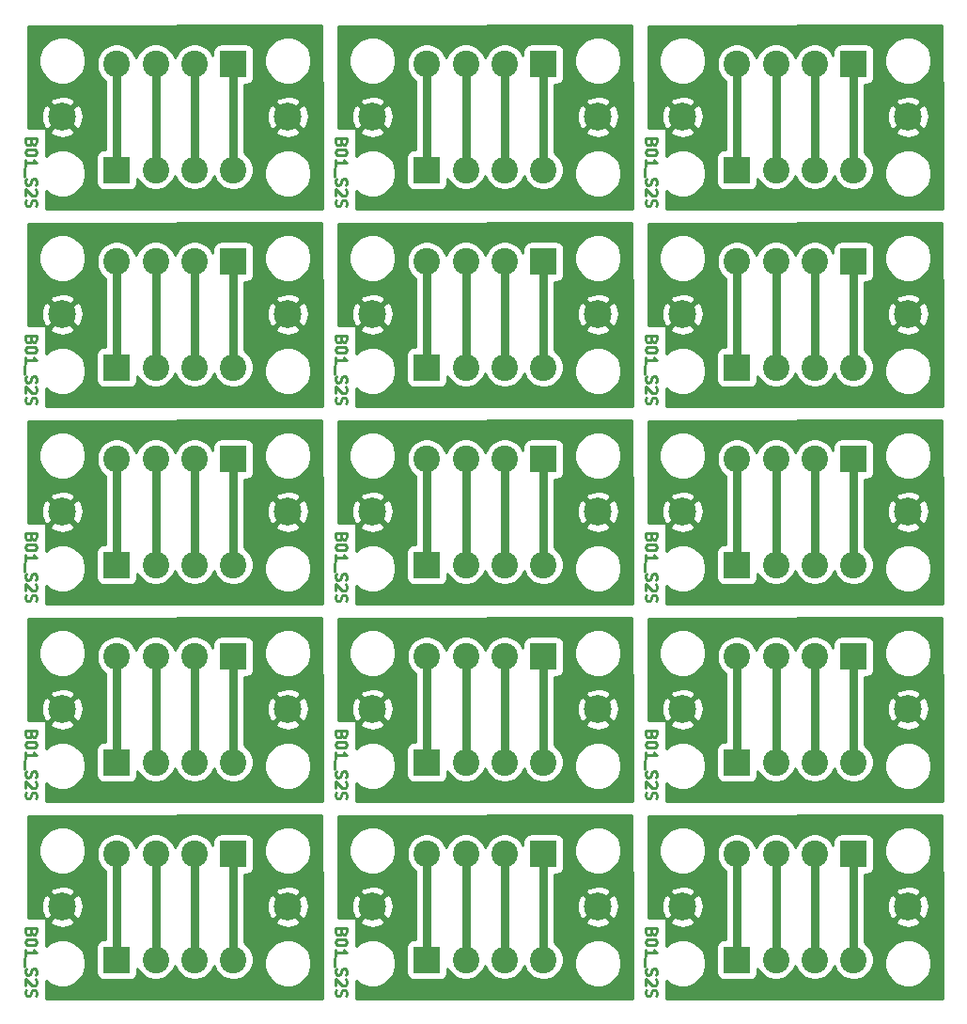
<source format=gbr>
G04 #@! TF.GenerationSoftware,KiCad,Pcbnew,5.1.5-52549c5~86~ubuntu18.04.1*
G04 #@! TF.CreationDate,2020-09-05T13:20:35-05:00*
G04 #@! TF.ProjectId,,58585858-5858-4585-9858-585858585858,rev?*
G04 #@! TF.SameCoordinates,Original*
G04 #@! TF.FileFunction,Copper,L1,Top*
G04 #@! TF.FilePolarity,Positive*
%FSLAX46Y46*%
G04 Gerber Fmt 4.6, Leading zero omitted, Abs format (unit mm)*
G04 Created by KiCad (PCBNEW 5.1.5-52549c5~86~ubuntu18.04.1) date 2020-09-05 13:20:35*
%MOMM*%
%LPD*%
G04 APERTURE LIST*
%ADD10C,0.250000*%
%ADD11C,2.499360*%
%ADD12R,2.400000X2.400000*%
%ADD13C,2.400000*%
%ADD14C,0.750000*%
%ADD15C,0.254000*%
G04 APERTURE END LIST*
D10*
X141727228Y-132716923D02*
X141679609Y-132859780D01*
X141631990Y-132907400D01*
X141536752Y-132955019D01*
X141393895Y-132955019D01*
X141298657Y-132907400D01*
X141251038Y-132859780D01*
X141203419Y-132764542D01*
X141203419Y-132383590D01*
X142203419Y-132383590D01*
X142203419Y-132716923D01*
X142155800Y-132812161D01*
X142108180Y-132859780D01*
X142012942Y-132907400D01*
X141917704Y-132907400D01*
X141822466Y-132859780D01*
X141774847Y-132812161D01*
X141727228Y-132716923D01*
X141727228Y-132383590D01*
X142203419Y-133574066D02*
X142203419Y-133669304D01*
X142155800Y-133764542D01*
X142108180Y-133812161D01*
X142012942Y-133859780D01*
X141822466Y-133907400D01*
X141584371Y-133907400D01*
X141393895Y-133859780D01*
X141298657Y-133812161D01*
X141251038Y-133764542D01*
X141203419Y-133669304D01*
X141203419Y-133574066D01*
X141251038Y-133478828D01*
X141298657Y-133431209D01*
X141393895Y-133383590D01*
X141584371Y-133335971D01*
X141822466Y-133335971D01*
X142012942Y-133383590D01*
X142108180Y-133431209D01*
X142155800Y-133478828D01*
X142203419Y-133574066D01*
X141203419Y-134859780D02*
X141203419Y-134288352D01*
X141203419Y-134574066D02*
X142203419Y-134574066D01*
X142060561Y-134478828D01*
X141965323Y-134383590D01*
X141917704Y-134288352D01*
X141108180Y-135050257D02*
X141108180Y-135812161D01*
X141251038Y-136002638D02*
X141203419Y-136145495D01*
X141203419Y-136383590D01*
X141251038Y-136478828D01*
X141298657Y-136526447D01*
X141393895Y-136574066D01*
X141489133Y-136574066D01*
X141584371Y-136526447D01*
X141631990Y-136478828D01*
X141679609Y-136383590D01*
X141727228Y-136193114D01*
X141774847Y-136097876D01*
X141822466Y-136050257D01*
X141917704Y-136002638D01*
X142012942Y-136002638D01*
X142108180Y-136050257D01*
X142155800Y-136097876D01*
X142203419Y-136193114D01*
X142203419Y-136431209D01*
X142155800Y-136574066D01*
X142108180Y-136955019D02*
X142155800Y-137002638D01*
X142203419Y-137097876D01*
X142203419Y-137335971D01*
X142155800Y-137431209D01*
X142108180Y-137478828D01*
X142012942Y-137526447D01*
X141917704Y-137526447D01*
X141774847Y-137478828D01*
X141203419Y-136907400D01*
X141203419Y-137526447D01*
X141251038Y-137907400D02*
X141203419Y-138050257D01*
X141203419Y-138288352D01*
X141251038Y-138383590D01*
X141298657Y-138431209D01*
X141393895Y-138478828D01*
X141489133Y-138478828D01*
X141584371Y-138431209D01*
X141631990Y-138383590D01*
X141679609Y-138288352D01*
X141727228Y-138097876D01*
X141774847Y-138002638D01*
X141822466Y-137955019D01*
X141917704Y-137907400D01*
X142012942Y-137907400D01*
X142108180Y-137955019D01*
X142155800Y-138002638D01*
X142203419Y-138097876D01*
X142203419Y-138335971D01*
X142155800Y-138478828D01*
X113787228Y-132716923D02*
X113739609Y-132859780D01*
X113691990Y-132907400D01*
X113596752Y-132955019D01*
X113453895Y-132955019D01*
X113358657Y-132907400D01*
X113311038Y-132859780D01*
X113263419Y-132764542D01*
X113263419Y-132383590D01*
X114263419Y-132383590D01*
X114263419Y-132716923D01*
X114215800Y-132812161D01*
X114168180Y-132859780D01*
X114072942Y-132907400D01*
X113977704Y-132907400D01*
X113882466Y-132859780D01*
X113834847Y-132812161D01*
X113787228Y-132716923D01*
X113787228Y-132383590D01*
X114263419Y-133574066D02*
X114263419Y-133669304D01*
X114215800Y-133764542D01*
X114168180Y-133812161D01*
X114072942Y-133859780D01*
X113882466Y-133907400D01*
X113644371Y-133907400D01*
X113453895Y-133859780D01*
X113358657Y-133812161D01*
X113311038Y-133764542D01*
X113263419Y-133669304D01*
X113263419Y-133574066D01*
X113311038Y-133478828D01*
X113358657Y-133431209D01*
X113453895Y-133383590D01*
X113644371Y-133335971D01*
X113882466Y-133335971D01*
X114072942Y-133383590D01*
X114168180Y-133431209D01*
X114215800Y-133478828D01*
X114263419Y-133574066D01*
X113263419Y-134859780D02*
X113263419Y-134288352D01*
X113263419Y-134574066D02*
X114263419Y-134574066D01*
X114120561Y-134478828D01*
X114025323Y-134383590D01*
X113977704Y-134288352D01*
X113168180Y-135050257D02*
X113168180Y-135812161D01*
X113311038Y-136002638D02*
X113263419Y-136145495D01*
X113263419Y-136383590D01*
X113311038Y-136478828D01*
X113358657Y-136526447D01*
X113453895Y-136574066D01*
X113549133Y-136574066D01*
X113644371Y-136526447D01*
X113691990Y-136478828D01*
X113739609Y-136383590D01*
X113787228Y-136193114D01*
X113834847Y-136097876D01*
X113882466Y-136050257D01*
X113977704Y-136002638D01*
X114072942Y-136002638D01*
X114168180Y-136050257D01*
X114215800Y-136097876D01*
X114263419Y-136193114D01*
X114263419Y-136431209D01*
X114215800Y-136574066D01*
X114168180Y-136955019D02*
X114215800Y-137002638D01*
X114263419Y-137097876D01*
X114263419Y-137335971D01*
X114215800Y-137431209D01*
X114168180Y-137478828D01*
X114072942Y-137526447D01*
X113977704Y-137526447D01*
X113834847Y-137478828D01*
X113263419Y-136907400D01*
X113263419Y-137526447D01*
X113311038Y-137907400D02*
X113263419Y-138050257D01*
X113263419Y-138288352D01*
X113311038Y-138383590D01*
X113358657Y-138431209D01*
X113453895Y-138478828D01*
X113549133Y-138478828D01*
X113644371Y-138431209D01*
X113691990Y-138383590D01*
X113739609Y-138288352D01*
X113787228Y-138097876D01*
X113834847Y-138002638D01*
X113882466Y-137955019D01*
X113977704Y-137907400D01*
X114072942Y-137907400D01*
X114168180Y-137955019D01*
X114215800Y-138002638D01*
X114263419Y-138097876D01*
X114263419Y-138335971D01*
X114215800Y-138478828D01*
X85847228Y-132716923D02*
X85799609Y-132859780D01*
X85751990Y-132907400D01*
X85656752Y-132955019D01*
X85513895Y-132955019D01*
X85418657Y-132907400D01*
X85371038Y-132859780D01*
X85323419Y-132764542D01*
X85323419Y-132383590D01*
X86323419Y-132383590D01*
X86323419Y-132716923D01*
X86275800Y-132812161D01*
X86228180Y-132859780D01*
X86132942Y-132907400D01*
X86037704Y-132907400D01*
X85942466Y-132859780D01*
X85894847Y-132812161D01*
X85847228Y-132716923D01*
X85847228Y-132383590D01*
X86323419Y-133574066D02*
X86323419Y-133669304D01*
X86275800Y-133764542D01*
X86228180Y-133812161D01*
X86132942Y-133859780D01*
X85942466Y-133907400D01*
X85704371Y-133907400D01*
X85513895Y-133859780D01*
X85418657Y-133812161D01*
X85371038Y-133764542D01*
X85323419Y-133669304D01*
X85323419Y-133574066D01*
X85371038Y-133478828D01*
X85418657Y-133431209D01*
X85513895Y-133383590D01*
X85704371Y-133335971D01*
X85942466Y-133335971D01*
X86132942Y-133383590D01*
X86228180Y-133431209D01*
X86275800Y-133478828D01*
X86323419Y-133574066D01*
X85323419Y-134859780D02*
X85323419Y-134288352D01*
X85323419Y-134574066D02*
X86323419Y-134574066D01*
X86180561Y-134478828D01*
X86085323Y-134383590D01*
X86037704Y-134288352D01*
X85228180Y-135050257D02*
X85228180Y-135812161D01*
X85371038Y-136002638D02*
X85323419Y-136145495D01*
X85323419Y-136383590D01*
X85371038Y-136478828D01*
X85418657Y-136526447D01*
X85513895Y-136574066D01*
X85609133Y-136574066D01*
X85704371Y-136526447D01*
X85751990Y-136478828D01*
X85799609Y-136383590D01*
X85847228Y-136193114D01*
X85894847Y-136097876D01*
X85942466Y-136050257D01*
X86037704Y-136002638D01*
X86132942Y-136002638D01*
X86228180Y-136050257D01*
X86275800Y-136097876D01*
X86323419Y-136193114D01*
X86323419Y-136431209D01*
X86275800Y-136574066D01*
X86228180Y-136955019D02*
X86275800Y-137002638D01*
X86323419Y-137097876D01*
X86323419Y-137335971D01*
X86275800Y-137431209D01*
X86228180Y-137478828D01*
X86132942Y-137526447D01*
X86037704Y-137526447D01*
X85894847Y-137478828D01*
X85323419Y-136907400D01*
X85323419Y-137526447D01*
X85371038Y-137907400D02*
X85323419Y-138050257D01*
X85323419Y-138288352D01*
X85371038Y-138383590D01*
X85418657Y-138431209D01*
X85513895Y-138478828D01*
X85609133Y-138478828D01*
X85704371Y-138431209D01*
X85751990Y-138383590D01*
X85799609Y-138288352D01*
X85847228Y-138097876D01*
X85894847Y-138002638D01*
X85942466Y-137955019D01*
X86037704Y-137907400D01*
X86132942Y-137907400D01*
X86228180Y-137955019D01*
X86275800Y-138002638D01*
X86323419Y-138097876D01*
X86323419Y-138335971D01*
X86275800Y-138478828D01*
X141727228Y-114936923D02*
X141679609Y-115079780D01*
X141631990Y-115127400D01*
X141536752Y-115175019D01*
X141393895Y-115175019D01*
X141298657Y-115127400D01*
X141251038Y-115079780D01*
X141203419Y-114984542D01*
X141203419Y-114603590D01*
X142203419Y-114603590D01*
X142203419Y-114936923D01*
X142155800Y-115032161D01*
X142108180Y-115079780D01*
X142012942Y-115127400D01*
X141917704Y-115127400D01*
X141822466Y-115079780D01*
X141774847Y-115032161D01*
X141727228Y-114936923D01*
X141727228Y-114603590D01*
X142203419Y-115794066D02*
X142203419Y-115889304D01*
X142155800Y-115984542D01*
X142108180Y-116032161D01*
X142012942Y-116079780D01*
X141822466Y-116127400D01*
X141584371Y-116127400D01*
X141393895Y-116079780D01*
X141298657Y-116032161D01*
X141251038Y-115984542D01*
X141203419Y-115889304D01*
X141203419Y-115794066D01*
X141251038Y-115698828D01*
X141298657Y-115651209D01*
X141393895Y-115603590D01*
X141584371Y-115555971D01*
X141822466Y-115555971D01*
X142012942Y-115603590D01*
X142108180Y-115651209D01*
X142155800Y-115698828D01*
X142203419Y-115794066D01*
X141203419Y-117079780D02*
X141203419Y-116508352D01*
X141203419Y-116794066D02*
X142203419Y-116794066D01*
X142060561Y-116698828D01*
X141965323Y-116603590D01*
X141917704Y-116508352D01*
X141108180Y-117270257D02*
X141108180Y-118032161D01*
X141251038Y-118222638D02*
X141203419Y-118365495D01*
X141203419Y-118603590D01*
X141251038Y-118698828D01*
X141298657Y-118746447D01*
X141393895Y-118794066D01*
X141489133Y-118794066D01*
X141584371Y-118746447D01*
X141631990Y-118698828D01*
X141679609Y-118603590D01*
X141727228Y-118413114D01*
X141774847Y-118317876D01*
X141822466Y-118270257D01*
X141917704Y-118222638D01*
X142012942Y-118222638D01*
X142108180Y-118270257D01*
X142155800Y-118317876D01*
X142203419Y-118413114D01*
X142203419Y-118651209D01*
X142155800Y-118794066D01*
X142108180Y-119175019D02*
X142155800Y-119222638D01*
X142203419Y-119317876D01*
X142203419Y-119555971D01*
X142155800Y-119651209D01*
X142108180Y-119698828D01*
X142012942Y-119746447D01*
X141917704Y-119746447D01*
X141774847Y-119698828D01*
X141203419Y-119127400D01*
X141203419Y-119746447D01*
X141251038Y-120127400D02*
X141203419Y-120270257D01*
X141203419Y-120508352D01*
X141251038Y-120603590D01*
X141298657Y-120651209D01*
X141393895Y-120698828D01*
X141489133Y-120698828D01*
X141584371Y-120651209D01*
X141631990Y-120603590D01*
X141679609Y-120508352D01*
X141727228Y-120317876D01*
X141774847Y-120222638D01*
X141822466Y-120175019D01*
X141917704Y-120127400D01*
X142012942Y-120127400D01*
X142108180Y-120175019D01*
X142155800Y-120222638D01*
X142203419Y-120317876D01*
X142203419Y-120555971D01*
X142155800Y-120698828D01*
X113787228Y-114936923D02*
X113739609Y-115079780D01*
X113691990Y-115127400D01*
X113596752Y-115175019D01*
X113453895Y-115175019D01*
X113358657Y-115127400D01*
X113311038Y-115079780D01*
X113263419Y-114984542D01*
X113263419Y-114603590D01*
X114263419Y-114603590D01*
X114263419Y-114936923D01*
X114215800Y-115032161D01*
X114168180Y-115079780D01*
X114072942Y-115127400D01*
X113977704Y-115127400D01*
X113882466Y-115079780D01*
X113834847Y-115032161D01*
X113787228Y-114936923D01*
X113787228Y-114603590D01*
X114263419Y-115794066D02*
X114263419Y-115889304D01*
X114215800Y-115984542D01*
X114168180Y-116032161D01*
X114072942Y-116079780D01*
X113882466Y-116127400D01*
X113644371Y-116127400D01*
X113453895Y-116079780D01*
X113358657Y-116032161D01*
X113311038Y-115984542D01*
X113263419Y-115889304D01*
X113263419Y-115794066D01*
X113311038Y-115698828D01*
X113358657Y-115651209D01*
X113453895Y-115603590D01*
X113644371Y-115555971D01*
X113882466Y-115555971D01*
X114072942Y-115603590D01*
X114168180Y-115651209D01*
X114215800Y-115698828D01*
X114263419Y-115794066D01*
X113263419Y-117079780D02*
X113263419Y-116508352D01*
X113263419Y-116794066D02*
X114263419Y-116794066D01*
X114120561Y-116698828D01*
X114025323Y-116603590D01*
X113977704Y-116508352D01*
X113168180Y-117270257D02*
X113168180Y-118032161D01*
X113311038Y-118222638D02*
X113263419Y-118365495D01*
X113263419Y-118603590D01*
X113311038Y-118698828D01*
X113358657Y-118746447D01*
X113453895Y-118794066D01*
X113549133Y-118794066D01*
X113644371Y-118746447D01*
X113691990Y-118698828D01*
X113739609Y-118603590D01*
X113787228Y-118413114D01*
X113834847Y-118317876D01*
X113882466Y-118270257D01*
X113977704Y-118222638D01*
X114072942Y-118222638D01*
X114168180Y-118270257D01*
X114215800Y-118317876D01*
X114263419Y-118413114D01*
X114263419Y-118651209D01*
X114215800Y-118794066D01*
X114168180Y-119175019D02*
X114215800Y-119222638D01*
X114263419Y-119317876D01*
X114263419Y-119555971D01*
X114215800Y-119651209D01*
X114168180Y-119698828D01*
X114072942Y-119746447D01*
X113977704Y-119746447D01*
X113834847Y-119698828D01*
X113263419Y-119127400D01*
X113263419Y-119746447D01*
X113311038Y-120127400D02*
X113263419Y-120270257D01*
X113263419Y-120508352D01*
X113311038Y-120603590D01*
X113358657Y-120651209D01*
X113453895Y-120698828D01*
X113549133Y-120698828D01*
X113644371Y-120651209D01*
X113691990Y-120603590D01*
X113739609Y-120508352D01*
X113787228Y-120317876D01*
X113834847Y-120222638D01*
X113882466Y-120175019D01*
X113977704Y-120127400D01*
X114072942Y-120127400D01*
X114168180Y-120175019D01*
X114215800Y-120222638D01*
X114263419Y-120317876D01*
X114263419Y-120555971D01*
X114215800Y-120698828D01*
X85847228Y-114936923D02*
X85799609Y-115079780D01*
X85751990Y-115127400D01*
X85656752Y-115175019D01*
X85513895Y-115175019D01*
X85418657Y-115127400D01*
X85371038Y-115079780D01*
X85323419Y-114984542D01*
X85323419Y-114603590D01*
X86323419Y-114603590D01*
X86323419Y-114936923D01*
X86275800Y-115032161D01*
X86228180Y-115079780D01*
X86132942Y-115127400D01*
X86037704Y-115127400D01*
X85942466Y-115079780D01*
X85894847Y-115032161D01*
X85847228Y-114936923D01*
X85847228Y-114603590D01*
X86323419Y-115794066D02*
X86323419Y-115889304D01*
X86275800Y-115984542D01*
X86228180Y-116032161D01*
X86132942Y-116079780D01*
X85942466Y-116127400D01*
X85704371Y-116127400D01*
X85513895Y-116079780D01*
X85418657Y-116032161D01*
X85371038Y-115984542D01*
X85323419Y-115889304D01*
X85323419Y-115794066D01*
X85371038Y-115698828D01*
X85418657Y-115651209D01*
X85513895Y-115603590D01*
X85704371Y-115555971D01*
X85942466Y-115555971D01*
X86132942Y-115603590D01*
X86228180Y-115651209D01*
X86275800Y-115698828D01*
X86323419Y-115794066D01*
X85323419Y-117079780D02*
X85323419Y-116508352D01*
X85323419Y-116794066D02*
X86323419Y-116794066D01*
X86180561Y-116698828D01*
X86085323Y-116603590D01*
X86037704Y-116508352D01*
X85228180Y-117270257D02*
X85228180Y-118032161D01*
X85371038Y-118222638D02*
X85323419Y-118365495D01*
X85323419Y-118603590D01*
X85371038Y-118698828D01*
X85418657Y-118746447D01*
X85513895Y-118794066D01*
X85609133Y-118794066D01*
X85704371Y-118746447D01*
X85751990Y-118698828D01*
X85799609Y-118603590D01*
X85847228Y-118413114D01*
X85894847Y-118317876D01*
X85942466Y-118270257D01*
X86037704Y-118222638D01*
X86132942Y-118222638D01*
X86228180Y-118270257D01*
X86275800Y-118317876D01*
X86323419Y-118413114D01*
X86323419Y-118651209D01*
X86275800Y-118794066D01*
X86228180Y-119175019D02*
X86275800Y-119222638D01*
X86323419Y-119317876D01*
X86323419Y-119555971D01*
X86275800Y-119651209D01*
X86228180Y-119698828D01*
X86132942Y-119746447D01*
X86037704Y-119746447D01*
X85894847Y-119698828D01*
X85323419Y-119127400D01*
X85323419Y-119746447D01*
X85371038Y-120127400D02*
X85323419Y-120270257D01*
X85323419Y-120508352D01*
X85371038Y-120603590D01*
X85418657Y-120651209D01*
X85513895Y-120698828D01*
X85609133Y-120698828D01*
X85704371Y-120651209D01*
X85751990Y-120603590D01*
X85799609Y-120508352D01*
X85847228Y-120317876D01*
X85894847Y-120222638D01*
X85942466Y-120175019D01*
X86037704Y-120127400D01*
X86132942Y-120127400D01*
X86228180Y-120175019D01*
X86275800Y-120222638D01*
X86323419Y-120317876D01*
X86323419Y-120555971D01*
X86275800Y-120698828D01*
X141727228Y-97156923D02*
X141679609Y-97299780D01*
X141631990Y-97347400D01*
X141536752Y-97395019D01*
X141393895Y-97395019D01*
X141298657Y-97347400D01*
X141251038Y-97299780D01*
X141203419Y-97204542D01*
X141203419Y-96823590D01*
X142203419Y-96823590D01*
X142203419Y-97156923D01*
X142155800Y-97252161D01*
X142108180Y-97299780D01*
X142012942Y-97347400D01*
X141917704Y-97347400D01*
X141822466Y-97299780D01*
X141774847Y-97252161D01*
X141727228Y-97156923D01*
X141727228Y-96823590D01*
X142203419Y-98014066D02*
X142203419Y-98109304D01*
X142155800Y-98204542D01*
X142108180Y-98252161D01*
X142012942Y-98299780D01*
X141822466Y-98347400D01*
X141584371Y-98347400D01*
X141393895Y-98299780D01*
X141298657Y-98252161D01*
X141251038Y-98204542D01*
X141203419Y-98109304D01*
X141203419Y-98014066D01*
X141251038Y-97918828D01*
X141298657Y-97871209D01*
X141393895Y-97823590D01*
X141584371Y-97775971D01*
X141822466Y-97775971D01*
X142012942Y-97823590D01*
X142108180Y-97871209D01*
X142155800Y-97918828D01*
X142203419Y-98014066D01*
X141203419Y-99299780D02*
X141203419Y-98728352D01*
X141203419Y-99014066D02*
X142203419Y-99014066D01*
X142060561Y-98918828D01*
X141965323Y-98823590D01*
X141917704Y-98728352D01*
X141108180Y-99490257D02*
X141108180Y-100252161D01*
X141251038Y-100442638D02*
X141203419Y-100585495D01*
X141203419Y-100823590D01*
X141251038Y-100918828D01*
X141298657Y-100966447D01*
X141393895Y-101014066D01*
X141489133Y-101014066D01*
X141584371Y-100966447D01*
X141631990Y-100918828D01*
X141679609Y-100823590D01*
X141727228Y-100633114D01*
X141774847Y-100537876D01*
X141822466Y-100490257D01*
X141917704Y-100442638D01*
X142012942Y-100442638D01*
X142108180Y-100490257D01*
X142155800Y-100537876D01*
X142203419Y-100633114D01*
X142203419Y-100871209D01*
X142155800Y-101014066D01*
X142108180Y-101395019D02*
X142155800Y-101442638D01*
X142203419Y-101537876D01*
X142203419Y-101775971D01*
X142155800Y-101871209D01*
X142108180Y-101918828D01*
X142012942Y-101966447D01*
X141917704Y-101966447D01*
X141774847Y-101918828D01*
X141203419Y-101347400D01*
X141203419Y-101966447D01*
X141251038Y-102347400D02*
X141203419Y-102490257D01*
X141203419Y-102728352D01*
X141251038Y-102823590D01*
X141298657Y-102871209D01*
X141393895Y-102918828D01*
X141489133Y-102918828D01*
X141584371Y-102871209D01*
X141631990Y-102823590D01*
X141679609Y-102728352D01*
X141727228Y-102537876D01*
X141774847Y-102442638D01*
X141822466Y-102395019D01*
X141917704Y-102347400D01*
X142012942Y-102347400D01*
X142108180Y-102395019D01*
X142155800Y-102442638D01*
X142203419Y-102537876D01*
X142203419Y-102775971D01*
X142155800Y-102918828D01*
X113787228Y-97156923D02*
X113739609Y-97299780D01*
X113691990Y-97347400D01*
X113596752Y-97395019D01*
X113453895Y-97395019D01*
X113358657Y-97347400D01*
X113311038Y-97299780D01*
X113263419Y-97204542D01*
X113263419Y-96823590D01*
X114263419Y-96823590D01*
X114263419Y-97156923D01*
X114215800Y-97252161D01*
X114168180Y-97299780D01*
X114072942Y-97347400D01*
X113977704Y-97347400D01*
X113882466Y-97299780D01*
X113834847Y-97252161D01*
X113787228Y-97156923D01*
X113787228Y-96823590D01*
X114263419Y-98014066D02*
X114263419Y-98109304D01*
X114215800Y-98204542D01*
X114168180Y-98252161D01*
X114072942Y-98299780D01*
X113882466Y-98347400D01*
X113644371Y-98347400D01*
X113453895Y-98299780D01*
X113358657Y-98252161D01*
X113311038Y-98204542D01*
X113263419Y-98109304D01*
X113263419Y-98014066D01*
X113311038Y-97918828D01*
X113358657Y-97871209D01*
X113453895Y-97823590D01*
X113644371Y-97775971D01*
X113882466Y-97775971D01*
X114072942Y-97823590D01*
X114168180Y-97871209D01*
X114215800Y-97918828D01*
X114263419Y-98014066D01*
X113263419Y-99299780D02*
X113263419Y-98728352D01*
X113263419Y-99014066D02*
X114263419Y-99014066D01*
X114120561Y-98918828D01*
X114025323Y-98823590D01*
X113977704Y-98728352D01*
X113168180Y-99490257D02*
X113168180Y-100252161D01*
X113311038Y-100442638D02*
X113263419Y-100585495D01*
X113263419Y-100823590D01*
X113311038Y-100918828D01*
X113358657Y-100966447D01*
X113453895Y-101014066D01*
X113549133Y-101014066D01*
X113644371Y-100966447D01*
X113691990Y-100918828D01*
X113739609Y-100823590D01*
X113787228Y-100633114D01*
X113834847Y-100537876D01*
X113882466Y-100490257D01*
X113977704Y-100442638D01*
X114072942Y-100442638D01*
X114168180Y-100490257D01*
X114215800Y-100537876D01*
X114263419Y-100633114D01*
X114263419Y-100871209D01*
X114215800Y-101014066D01*
X114168180Y-101395019D02*
X114215800Y-101442638D01*
X114263419Y-101537876D01*
X114263419Y-101775971D01*
X114215800Y-101871209D01*
X114168180Y-101918828D01*
X114072942Y-101966447D01*
X113977704Y-101966447D01*
X113834847Y-101918828D01*
X113263419Y-101347400D01*
X113263419Y-101966447D01*
X113311038Y-102347400D02*
X113263419Y-102490257D01*
X113263419Y-102728352D01*
X113311038Y-102823590D01*
X113358657Y-102871209D01*
X113453895Y-102918828D01*
X113549133Y-102918828D01*
X113644371Y-102871209D01*
X113691990Y-102823590D01*
X113739609Y-102728352D01*
X113787228Y-102537876D01*
X113834847Y-102442638D01*
X113882466Y-102395019D01*
X113977704Y-102347400D01*
X114072942Y-102347400D01*
X114168180Y-102395019D01*
X114215800Y-102442638D01*
X114263419Y-102537876D01*
X114263419Y-102775971D01*
X114215800Y-102918828D01*
X85847228Y-97156923D02*
X85799609Y-97299780D01*
X85751990Y-97347400D01*
X85656752Y-97395019D01*
X85513895Y-97395019D01*
X85418657Y-97347400D01*
X85371038Y-97299780D01*
X85323419Y-97204542D01*
X85323419Y-96823590D01*
X86323419Y-96823590D01*
X86323419Y-97156923D01*
X86275800Y-97252161D01*
X86228180Y-97299780D01*
X86132942Y-97347400D01*
X86037704Y-97347400D01*
X85942466Y-97299780D01*
X85894847Y-97252161D01*
X85847228Y-97156923D01*
X85847228Y-96823590D01*
X86323419Y-98014066D02*
X86323419Y-98109304D01*
X86275800Y-98204542D01*
X86228180Y-98252161D01*
X86132942Y-98299780D01*
X85942466Y-98347400D01*
X85704371Y-98347400D01*
X85513895Y-98299780D01*
X85418657Y-98252161D01*
X85371038Y-98204542D01*
X85323419Y-98109304D01*
X85323419Y-98014066D01*
X85371038Y-97918828D01*
X85418657Y-97871209D01*
X85513895Y-97823590D01*
X85704371Y-97775971D01*
X85942466Y-97775971D01*
X86132942Y-97823590D01*
X86228180Y-97871209D01*
X86275800Y-97918828D01*
X86323419Y-98014066D01*
X85323419Y-99299780D02*
X85323419Y-98728352D01*
X85323419Y-99014066D02*
X86323419Y-99014066D01*
X86180561Y-98918828D01*
X86085323Y-98823590D01*
X86037704Y-98728352D01*
X85228180Y-99490257D02*
X85228180Y-100252161D01*
X85371038Y-100442638D02*
X85323419Y-100585495D01*
X85323419Y-100823590D01*
X85371038Y-100918828D01*
X85418657Y-100966447D01*
X85513895Y-101014066D01*
X85609133Y-101014066D01*
X85704371Y-100966447D01*
X85751990Y-100918828D01*
X85799609Y-100823590D01*
X85847228Y-100633114D01*
X85894847Y-100537876D01*
X85942466Y-100490257D01*
X86037704Y-100442638D01*
X86132942Y-100442638D01*
X86228180Y-100490257D01*
X86275800Y-100537876D01*
X86323419Y-100633114D01*
X86323419Y-100871209D01*
X86275800Y-101014066D01*
X86228180Y-101395019D02*
X86275800Y-101442638D01*
X86323419Y-101537876D01*
X86323419Y-101775971D01*
X86275800Y-101871209D01*
X86228180Y-101918828D01*
X86132942Y-101966447D01*
X86037704Y-101966447D01*
X85894847Y-101918828D01*
X85323419Y-101347400D01*
X85323419Y-101966447D01*
X85371038Y-102347400D02*
X85323419Y-102490257D01*
X85323419Y-102728352D01*
X85371038Y-102823590D01*
X85418657Y-102871209D01*
X85513895Y-102918828D01*
X85609133Y-102918828D01*
X85704371Y-102871209D01*
X85751990Y-102823590D01*
X85799609Y-102728352D01*
X85847228Y-102537876D01*
X85894847Y-102442638D01*
X85942466Y-102395019D01*
X86037704Y-102347400D01*
X86132942Y-102347400D01*
X86228180Y-102395019D01*
X86275800Y-102442638D01*
X86323419Y-102537876D01*
X86323419Y-102775971D01*
X86275800Y-102918828D01*
X141727228Y-79376923D02*
X141679609Y-79519780D01*
X141631990Y-79567400D01*
X141536752Y-79615019D01*
X141393895Y-79615019D01*
X141298657Y-79567400D01*
X141251038Y-79519780D01*
X141203419Y-79424542D01*
X141203419Y-79043590D01*
X142203419Y-79043590D01*
X142203419Y-79376923D01*
X142155800Y-79472161D01*
X142108180Y-79519780D01*
X142012942Y-79567400D01*
X141917704Y-79567400D01*
X141822466Y-79519780D01*
X141774847Y-79472161D01*
X141727228Y-79376923D01*
X141727228Y-79043590D01*
X142203419Y-80234066D02*
X142203419Y-80329304D01*
X142155800Y-80424542D01*
X142108180Y-80472161D01*
X142012942Y-80519780D01*
X141822466Y-80567400D01*
X141584371Y-80567400D01*
X141393895Y-80519780D01*
X141298657Y-80472161D01*
X141251038Y-80424542D01*
X141203419Y-80329304D01*
X141203419Y-80234066D01*
X141251038Y-80138828D01*
X141298657Y-80091209D01*
X141393895Y-80043590D01*
X141584371Y-79995971D01*
X141822466Y-79995971D01*
X142012942Y-80043590D01*
X142108180Y-80091209D01*
X142155800Y-80138828D01*
X142203419Y-80234066D01*
X141203419Y-81519780D02*
X141203419Y-80948352D01*
X141203419Y-81234066D02*
X142203419Y-81234066D01*
X142060561Y-81138828D01*
X141965323Y-81043590D01*
X141917704Y-80948352D01*
X141108180Y-81710257D02*
X141108180Y-82472161D01*
X141251038Y-82662638D02*
X141203419Y-82805495D01*
X141203419Y-83043590D01*
X141251038Y-83138828D01*
X141298657Y-83186447D01*
X141393895Y-83234066D01*
X141489133Y-83234066D01*
X141584371Y-83186447D01*
X141631990Y-83138828D01*
X141679609Y-83043590D01*
X141727228Y-82853114D01*
X141774847Y-82757876D01*
X141822466Y-82710257D01*
X141917704Y-82662638D01*
X142012942Y-82662638D01*
X142108180Y-82710257D01*
X142155800Y-82757876D01*
X142203419Y-82853114D01*
X142203419Y-83091209D01*
X142155800Y-83234066D01*
X142108180Y-83615019D02*
X142155800Y-83662638D01*
X142203419Y-83757876D01*
X142203419Y-83995971D01*
X142155800Y-84091209D01*
X142108180Y-84138828D01*
X142012942Y-84186447D01*
X141917704Y-84186447D01*
X141774847Y-84138828D01*
X141203419Y-83567400D01*
X141203419Y-84186447D01*
X141251038Y-84567400D02*
X141203419Y-84710257D01*
X141203419Y-84948352D01*
X141251038Y-85043590D01*
X141298657Y-85091209D01*
X141393895Y-85138828D01*
X141489133Y-85138828D01*
X141584371Y-85091209D01*
X141631990Y-85043590D01*
X141679609Y-84948352D01*
X141727228Y-84757876D01*
X141774847Y-84662638D01*
X141822466Y-84615019D01*
X141917704Y-84567400D01*
X142012942Y-84567400D01*
X142108180Y-84615019D01*
X142155800Y-84662638D01*
X142203419Y-84757876D01*
X142203419Y-84995971D01*
X142155800Y-85138828D01*
X113787228Y-79376923D02*
X113739609Y-79519780D01*
X113691990Y-79567400D01*
X113596752Y-79615019D01*
X113453895Y-79615019D01*
X113358657Y-79567400D01*
X113311038Y-79519780D01*
X113263419Y-79424542D01*
X113263419Y-79043590D01*
X114263419Y-79043590D01*
X114263419Y-79376923D01*
X114215800Y-79472161D01*
X114168180Y-79519780D01*
X114072942Y-79567400D01*
X113977704Y-79567400D01*
X113882466Y-79519780D01*
X113834847Y-79472161D01*
X113787228Y-79376923D01*
X113787228Y-79043590D01*
X114263419Y-80234066D02*
X114263419Y-80329304D01*
X114215800Y-80424542D01*
X114168180Y-80472161D01*
X114072942Y-80519780D01*
X113882466Y-80567400D01*
X113644371Y-80567400D01*
X113453895Y-80519780D01*
X113358657Y-80472161D01*
X113311038Y-80424542D01*
X113263419Y-80329304D01*
X113263419Y-80234066D01*
X113311038Y-80138828D01*
X113358657Y-80091209D01*
X113453895Y-80043590D01*
X113644371Y-79995971D01*
X113882466Y-79995971D01*
X114072942Y-80043590D01*
X114168180Y-80091209D01*
X114215800Y-80138828D01*
X114263419Y-80234066D01*
X113263419Y-81519780D02*
X113263419Y-80948352D01*
X113263419Y-81234066D02*
X114263419Y-81234066D01*
X114120561Y-81138828D01*
X114025323Y-81043590D01*
X113977704Y-80948352D01*
X113168180Y-81710257D02*
X113168180Y-82472161D01*
X113311038Y-82662638D02*
X113263419Y-82805495D01*
X113263419Y-83043590D01*
X113311038Y-83138828D01*
X113358657Y-83186447D01*
X113453895Y-83234066D01*
X113549133Y-83234066D01*
X113644371Y-83186447D01*
X113691990Y-83138828D01*
X113739609Y-83043590D01*
X113787228Y-82853114D01*
X113834847Y-82757876D01*
X113882466Y-82710257D01*
X113977704Y-82662638D01*
X114072942Y-82662638D01*
X114168180Y-82710257D01*
X114215800Y-82757876D01*
X114263419Y-82853114D01*
X114263419Y-83091209D01*
X114215800Y-83234066D01*
X114168180Y-83615019D02*
X114215800Y-83662638D01*
X114263419Y-83757876D01*
X114263419Y-83995971D01*
X114215800Y-84091209D01*
X114168180Y-84138828D01*
X114072942Y-84186447D01*
X113977704Y-84186447D01*
X113834847Y-84138828D01*
X113263419Y-83567400D01*
X113263419Y-84186447D01*
X113311038Y-84567400D02*
X113263419Y-84710257D01*
X113263419Y-84948352D01*
X113311038Y-85043590D01*
X113358657Y-85091209D01*
X113453895Y-85138828D01*
X113549133Y-85138828D01*
X113644371Y-85091209D01*
X113691990Y-85043590D01*
X113739609Y-84948352D01*
X113787228Y-84757876D01*
X113834847Y-84662638D01*
X113882466Y-84615019D01*
X113977704Y-84567400D01*
X114072942Y-84567400D01*
X114168180Y-84615019D01*
X114215800Y-84662638D01*
X114263419Y-84757876D01*
X114263419Y-84995971D01*
X114215800Y-85138828D01*
X85847228Y-79376923D02*
X85799609Y-79519780D01*
X85751990Y-79567400D01*
X85656752Y-79615019D01*
X85513895Y-79615019D01*
X85418657Y-79567400D01*
X85371038Y-79519780D01*
X85323419Y-79424542D01*
X85323419Y-79043590D01*
X86323419Y-79043590D01*
X86323419Y-79376923D01*
X86275800Y-79472161D01*
X86228180Y-79519780D01*
X86132942Y-79567400D01*
X86037704Y-79567400D01*
X85942466Y-79519780D01*
X85894847Y-79472161D01*
X85847228Y-79376923D01*
X85847228Y-79043590D01*
X86323419Y-80234066D02*
X86323419Y-80329304D01*
X86275800Y-80424542D01*
X86228180Y-80472161D01*
X86132942Y-80519780D01*
X85942466Y-80567400D01*
X85704371Y-80567400D01*
X85513895Y-80519780D01*
X85418657Y-80472161D01*
X85371038Y-80424542D01*
X85323419Y-80329304D01*
X85323419Y-80234066D01*
X85371038Y-80138828D01*
X85418657Y-80091209D01*
X85513895Y-80043590D01*
X85704371Y-79995971D01*
X85942466Y-79995971D01*
X86132942Y-80043590D01*
X86228180Y-80091209D01*
X86275800Y-80138828D01*
X86323419Y-80234066D01*
X85323419Y-81519780D02*
X85323419Y-80948352D01*
X85323419Y-81234066D02*
X86323419Y-81234066D01*
X86180561Y-81138828D01*
X86085323Y-81043590D01*
X86037704Y-80948352D01*
X85228180Y-81710257D02*
X85228180Y-82472161D01*
X85371038Y-82662638D02*
X85323419Y-82805495D01*
X85323419Y-83043590D01*
X85371038Y-83138828D01*
X85418657Y-83186447D01*
X85513895Y-83234066D01*
X85609133Y-83234066D01*
X85704371Y-83186447D01*
X85751990Y-83138828D01*
X85799609Y-83043590D01*
X85847228Y-82853114D01*
X85894847Y-82757876D01*
X85942466Y-82710257D01*
X86037704Y-82662638D01*
X86132942Y-82662638D01*
X86228180Y-82710257D01*
X86275800Y-82757876D01*
X86323419Y-82853114D01*
X86323419Y-83091209D01*
X86275800Y-83234066D01*
X86228180Y-83615019D02*
X86275800Y-83662638D01*
X86323419Y-83757876D01*
X86323419Y-83995971D01*
X86275800Y-84091209D01*
X86228180Y-84138828D01*
X86132942Y-84186447D01*
X86037704Y-84186447D01*
X85894847Y-84138828D01*
X85323419Y-83567400D01*
X85323419Y-84186447D01*
X85371038Y-84567400D02*
X85323419Y-84710257D01*
X85323419Y-84948352D01*
X85371038Y-85043590D01*
X85418657Y-85091209D01*
X85513895Y-85138828D01*
X85609133Y-85138828D01*
X85704371Y-85091209D01*
X85751990Y-85043590D01*
X85799609Y-84948352D01*
X85847228Y-84757876D01*
X85894847Y-84662638D01*
X85942466Y-84615019D01*
X86037704Y-84567400D01*
X86132942Y-84567400D01*
X86228180Y-84615019D01*
X86275800Y-84662638D01*
X86323419Y-84757876D01*
X86323419Y-84995971D01*
X86275800Y-85138828D01*
X141727228Y-61596923D02*
X141679609Y-61739780D01*
X141631990Y-61787400D01*
X141536752Y-61835019D01*
X141393895Y-61835019D01*
X141298657Y-61787400D01*
X141251038Y-61739780D01*
X141203419Y-61644542D01*
X141203419Y-61263590D01*
X142203419Y-61263590D01*
X142203419Y-61596923D01*
X142155800Y-61692161D01*
X142108180Y-61739780D01*
X142012942Y-61787400D01*
X141917704Y-61787400D01*
X141822466Y-61739780D01*
X141774847Y-61692161D01*
X141727228Y-61596923D01*
X141727228Y-61263590D01*
X142203419Y-62454066D02*
X142203419Y-62549304D01*
X142155800Y-62644542D01*
X142108180Y-62692161D01*
X142012942Y-62739780D01*
X141822466Y-62787400D01*
X141584371Y-62787400D01*
X141393895Y-62739780D01*
X141298657Y-62692161D01*
X141251038Y-62644542D01*
X141203419Y-62549304D01*
X141203419Y-62454066D01*
X141251038Y-62358828D01*
X141298657Y-62311209D01*
X141393895Y-62263590D01*
X141584371Y-62215971D01*
X141822466Y-62215971D01*
X142012942Y-62263590D01*
X142108180Y-62311209D01*
X142155800Y-62358828D01*
X142203419Y-62454066D01*
X141203419Y-63739780D02*
X141203419Y-63168352D01*
X141203419Y-63454066D02*
X142203419Y-63454066D01*
X142060561Y-63358828D01*
X141965323Y-63263590D01*
X141917704Y-63168352D01*
X141108180Y-63930257D02*
X141108180Y-64692161D01*
X141251038Y-64882638D02*
X141203419Y-65025495D01*
X141203419Y-65263590D01*
X141251038Y-65358828D01*
X141298657Y-65406447D01*
X141393895Y-65454066D01*
X141489133Y-65454066D01*
X141584371Y-65406447D01*
X141631990Y-65358828D01*
X141679609Y-65263590D01*
X141727228Y-65073114D01*
X141774847Y-64977876D01*
X141822466Y-64930257D01*
X141917704Y-64882638D01*
X142012942Y-64882638D01*
X142108180Y-64930257D01*
X142155800Y-64977876D01*
X142203419Y-65073114D01*
X142203419Y-65311209D01*
X142155800Y-65454066D01*
X142108180Y-65835019D02*
X142155800Y-65882638D01*
X142203419Y-65977876D01*
X142203419Y-66215971D01*
X142155800Y-66311209D01*
X142108180Y-66358828D01*
X142012942Y-66406447D01*
X141917704Y-66406447D01*
X141774847Y-66358828D01*
X141203419Y-65787400D01*
X141203419Y-66406447D01*
X141251038Y-66787400D02*
X141203419Y-66930257D01*
X141203419Y-67168352D01*
X141251038Y-67263590D01*
X141298657Y-67311209D01*
X141393895Y-67358828D01*
X141489133Y-67358828D01*
X141584371Y-67311209D01*
X141631990Y-67263590D01*
X141679609Y-67168352D01*
X141727228Y-66977876D01*
X141774847Y-66882638D01*
X141822466Y-66835019D01*
X141917704Y-66787400D01*
X142012942Y-66787400D01*
X142108180Y-66835019D01*
X142155800Y-66882638D01*
X142203419Y-66977876D01*
X142203419Y-67215971D01*
X142155800Y-67358828D01*
X113787228Y-61596923D02*
X113739609Y-61739780D01*
X113691990Y-61787400D01*
X113596752Y-61835019D01*
X113453895Y-61835019D01*
X113358657Y-61787400D01*
X113311038Y-61739780D01*
X113263419Y-61644542D01*
X113263419Y-61263590D01*
X114263419Y-61263590D01*
X114263419Y-61596923D01*
X114215800Y-61692161D01*
X114168180Y-61739780D01*
X114072942Y-61787400D01*
X113977704Y-61787400D01*
X113882466Y-61739780D01*
X113834847Y-61692161D01*
X113787228Y-61596923D01*
X113787228Y-61263590D01*
X114263419Y-62454066D02*
X114263419Y-62549304D01*
X114215800Y-62644542D01*
X114168180Y-62692161D01*
X114072942Y-62739780D01*
X113882466Y-62787400D01*
X113644371Y-62787400D01*
X113453895Y-62739780D01*
X113358657Y-62692161D01*
X113311038Y-62644542D01*
X113263419Y-62549304D01*
X113263419Y-62454066D01*
X113311038Y-62358828D01*
X113358657Y-62311209D01*
X113453895Y-62263590D01*
X113644371Y-62215971D01*
X113882466Y-62215971D01*
X114072942Y-62263590D01*
X114168180Y-62311209D01*
X114215800Y-62358828D01*
X114263419Y-62454066D01*
X113263419Y-63739780D02*
X113263419Y-63168352D01*
X113263419Y-63454066D02*
X114263419Y-63454066D01*
X114120561Y-63358828D01*
X114025323Y-63263590D01*
X113977704Y-63168352D01*
X113168180Y-63930257D02*
X113168180Y-64692161D01*
X113311038Y-64882638D02*
X113263419Y-65025495D01*
X113263419Y-65263590D01*
X113311038Y-65358828D01*
X113358657Y-65406447D01*
X113453895Y-65454066D01*
X113549133Y-65454066D01*
X113644371Y-65406447D01*
X113691990Y-65358828D01*
X113739609Y-65263590D01*
X113787228Y-65073114D01*
X113834847Y-64977876D01*
X113882466Y-64930257D01*
X113977704Y-64882638D01*
X114072942Y-64882638D01*
X114168180Y-64930257D01*
X114215800Y-64977876D01*
X114263419Y-65073114D01*
X114263419Y-65311209D01*
X114215800Y-65454066D01*
X114168180Y-65835019D02*
X114215800Y-65882638D01*
X114263419Y-65977876D01*
X114263419Y-66215971D01*
X114215800Y-66311209D01*
X114168180Y-66358828D01*
X114072942Y-66406447D01*
X113977704Y-66406447D01*
X113834847Y-66358828D01*
X113263419Y-65787400D01*
X113263419Y-66406447D01*
X113311038Y-66787400D02*
X113263419Y-66930257D01*
X113263419Y-67168352D01*
X113311038Y-67263590D01*
X113358657Y-67311209D01*
X113453895Y-67358828D01*
X113549133Y-67358828D01*
X113644371Y-67311209D01*
X113691990Y-67263590D01*
X113739609Y-67168352D01*
X113787228Y-66977876D01*
X113834847Y-66882638D01*
X113882466Y-66835019D01*
X113977704Y-66787400D01*
X114072942Y-66787400D01*
X114168180Y-66835019D01*
X114215800Y-66882638D01*
X114263419Y-66977876D01*
X114263419Y-67215971D01*
X114215800Y-67358828D01*
X85847228Y-61596923D02*
X85799609Y-61739780D01*
X85751990Y-61787400D01*
X85656752Y-61835019D01*
X85513895Y-61835019D01*
X85418657Y-61787400D01*
X85371038Y-61739780D01*
X85323419Y-61644542D01*
X85323419Y-61263590D01*
X86323419Y-61263590D01*
X86323419Y-61596923D01*
X86275800Y-61692161D01*
X86228180Y-61739780D01*
X86132942Y-61787400D01*
X86037704Y-61787400D01*
X85942466Y-61739780D01*
X85894847Y-61692161D01*
X85847228Y-61596923D01*
X85847228Y-61263590D01*
X86323419Y-62454066D02*
X86323419Y-62549304D01*
X86275800Y-62644542D01*
X86228180Y-62692161D01*
X86132942Y-62739780D01*
X85942466Y-62787400D01*
X85704371Y-62787400D01*
X85513895Y-62739780D01*
X85418657Y-62692161D01*
X85371038Y-62644542D01*
X85323419Y-62549304D01*
X85323419Y-62454066D01*
X85371038Y-62358828D01*
X85418657Y-62311209D01*
X85513895Y-62263590D01*
X85704371Y-62215971D01*
X85942466Y-62215971D01*
X86132942Y-62263590D01*
X86228180Y-62311209D01*
X86275800Y-62358828D01*
X86323419Y-62454066D01*
X85323419Y-63739780D02*
X85323419Y-63168352D01*
X85323419Y-63454066D02*
X86323419Y-63454066D01*
X86180561Y-63358828D01*
X86085323Y-63263590D01*
X86037704Y-63168352D01*
X85228180Y-63930257D02*
X85228180Y-64692161D01*
X85371038Y-64882638D02*
X85323419Y-65025495D01*
X85323419Y-65263590D01*
X85371038Y-65358828D01*
X85418657Y-65406447D01*
X85513895Y-65454066D01*
X85609133Y-65454066D01*
X85704371Y-65406447D01*
X85751990Y-65358828D01*
X85799609Y-65263590D01*
X85847228Y-65073114D01*
X85894847Y-64977876D01*
X85942466Y-64930257D01*
X86037704Y-64882638D01*
X86132942Y-64882638D01*
X86228180Y-64930257D01*
X86275800Y-64977876D01*
X86323419Y-65073114D01*
X86323419Y-65311209D01*
X86275800Y-65454066D01*
X86228180Y-65835019D02*
X86275800Y-65882638D01*
X86323419Y-65977876D01*
X86323419Y-66215971D01*
X86275800Y-66311209D01*
X86228180Y-66358828D01*
X86132942Y-66406447D01*
X86037704Y-66406447D01*
X85894847Y-66358828D01*
X85323419Y-65787400D01*
X85323419Y-66406447D01*
X85371038Y-66787400D02*
X85323419Y-66930257D01*
X85323419Y-67168352D01*
X85371038Y-67263590D01*
X85418657Y-67311209D01*
X85513895Y-67358828D01*
X85609133Y-67358828D01*
X85704371Y-67311209D01*
X85751990Y-67263590D01*
X85799609Y-67168352D01*
X85847228Y-66977876D01*
X85894847Y-66882638D01*
X85942466Y-66835019D01*
X86037704Y-66787400D01*
X86132942Y-66787400D01*
X86228180Y-66835019D01*
X86275800Y-66882638D01*
X86323419Y-66977876D01*
X86323419Y-67215971D01*
X86275800Y-67358828D01*
D11*
X144510800Y-130439200D03*
X116570800Y-130439200D03*
X88630800Y-130439200D03*
X144510800Y-112659200D03*
X116570800Y-112659200D03*
X88630800Y-112659200D03*
X144510800Y-94879200D03*
X116570800Y-94879200D03*
X88630800Y-94879200D03*
X144510800Y-77099200D03*
X116570800Y-77099200D03*
X88630800Y-77099200D03*
X144510800Y-59319200D03*
X116570800Y-59319200D03*
X164830800Y-130439200D03*
X136890800Y-130439200D03*
X108950800Y-130439200D03*
X164830800Y-112659200D03*
X136890800Y-112659200D03*
X108950800Y-112659200D03*
X164830800Y-94879200D03*
X136890800Y-94879200D03*
X108950800Y-94879200D03*
X164830800Y-77099200D03*
X136890800Y-77099200D03*
X108950800Y-77099200D03*
X164830800Y-59319200D03*
X136890800Y-59319200D03*
D12*
X149420800Y-135199200D03*
D13*
X152920800Y-135199200D03*
X156420800Y-135199200D03*
X159920800Y-135199200D03*
D12*
X121480800Y-135199200D03*
D13*
X124980800Y-135199200D03*
X128480800Y-135199200D03*
X131980800Y-135199200D03*
D12*
X93540800Y-135199200D03*
D13*
X97040800Y-135199200D03*
X100540800Y-135199200D03*
X104040800Y-135199200D03*
D12*
X149420800Y-117419200D03*
D13*
X152920800Y-117419200D03*
X156420800Y-117419200D03*
X159920800Y-117419200D03*
D12*
X121480800Y-117419200D03*
D13*
X124980800Y-117419200D03*
X128480800Y-117419200D03*
X131980800Y-117419200D03*
D12*
X93540800Y-117419200D03*
D13*
X97040800Y-117419200D03*
X100540800Y-117419200D03*
X104040800Y-117419200D03*
D12*
X149420800Y-99639200D03*
D13*
X152920800Y-99639200D03*
X156420800Y-99639200D03*
X159920800Y-99639200D03*
D12*
X121480800Y-99639200D03*
D13*
X124980800Y-99639200D03*
X128480800Y-99639200D03*
X131980800Y-99639200D03*
D12*
X93540800Y-99639200D03*
D13*
X97040800Y-99639200D03*
X100540800Y-99639200D03*
X104040800Y-99639200D03*
D12*
X149420800Y-81859200D03*
D13*
X152920800Y-81859200D03*
X156420800Y-81859200D03*
X159920800Y-81859200D03*
D12*
X121480800Y-81859200D03*
D13*
X124980800Y-81859200D03*
X128480800Y-81859200D03*
X131980800Y-81859200D03*
D12*
X93540800Y-81859200D03*
D13*
X97040800Y-81859200D03*
X100540800Y-81859200D03*
X104040800Y-81859200D03*
D12*
X149420800Y-64079200D03*
D13*
X152920800Y-64079200D03*
X156420800Y-64079200D03*
X159920800Y-64079200D03*
D12*
X121480800Y-64079200D03*
D13*
X124980800Y-64079200D03*
X128480800Y-64079200D03*
X131980800Y-64079200D03*
D12*
X159920800Y-125679200D03*
D13*
X156420800Y-125679200D03*
X152920800Y-125679200D03*
X149420800Y-125679200D03*
D12*
X131980800Y-125679200D03*
D13*
X128480800Y-125679200D03*
X124980800Y-125679200D03*
X121480800Y-125679200D03*
D12*
X104040800Y-125679200D03*
D13*
X100540800Y-125679200D03*
X97040800Y-125679200D03*
X93540800Y-125679200D03*
D12*
X159920800Y-107899200D03*
D13*
X156420800Y-107899200D03*
X152920800Y-107899200D03*
X149420800Y-107899200D03*
D12*
X131980800Y-107899200D03*
D13*
X128480800Y-107899200D03*
X124980800Y-107899200D03*
X121480800Y-107899200D03*
D12*
X104040800Y-107899200D03*
D13*
X100540800Y-107899200D03*
X97040800Y-107899200D03*
X93540800Y-107899200D03*
D12*
X159920800Y-90119200D03*
D13*
X156420800Y-90119200D03*
X152920800Y-90119200D03*
X149420800Y-90119200D03*
D12*
X131980800Y-90119200D03*
D13*
X128480800Y-90119200D03*
X124980800Y-90119200D03*
X121480800Y-90119200D03*
D12*
X104040800Y-90119200D03*
D13*
X100540800Y-90119200D03*
X97040800Y-90119200D03*
X93540800Y-90119200D03*
D12*
X159920800Y-72339200D03*
D13*
X156420800Y-72339200D03*
X152920800Y-72339200D03*
X149420800Y-72339200D03*
D12*
X131980800Y-72339200D03*
D13*
X128480800Y-72339200D03*
X124980800Y-72339200D03*
X121480800Y-72339200D03*
D12*
X104040800Y-72339200D03*
D13*
X100540800Y-72339200D03*
X97040800Y-72339200D03*
X93540800Y-72339200D03*
D12*
X159920800Y-54559200D03*
D13*
X156420800Y-54559200D03*
X152920800Y-54559200D03*
X149420800Y-54559200D03*
D12*
X131980800Y-54559200D03*
D13*
X128480800Y-54559200D03*
X124980800Y-54559200D03*
X121480800Y-54559200D03*
X93540800Y-54559200D03*
X97040800Y-54559200D03*
X100540800Y-54559200D03*
D12*
X104040800Y-54559200D03*
D13*
X104040800Y-64079200D03*
X100540800Y-64079200D03*
X97040800Y-64079200D03*
D12*
X93540800Y-64079200D03*
D11*
X108950800Y-59319200D03*
X88630800Y-59319200D03*
D14*
X104040800Y-64079200D02*
X104040800Y-54559200D01*
X131980800Y-64079200D02*
X131980800Y-54559200D01*
X159920800Y-64079200D02*
X159920800Y-54559200D01*
X104040800Y-81859200D02*
X104040800Y-72339200D01*
X131980800Y-81859200D02*
X131980800Y-72339200D01*
X159920800Y-81859200D02*
X159920800Y-72339200D01*
X104040800Y-99639200D02*
X104040800Y-90119200D01*
X131980800Y-99639200D02*
X131980800Y-90119200D01*
X159920800Y-99639200D02*
X159920800Y-90119200D01*
X104040800Y-117419200D02*
X104040800Y-107899200D01*
X131980800Y-117419200D02*
X131980800Y-107899200D01*
X159920800Y-117419200D02*
X159920800Y-107899200D01*
X104040800Y-135199200D02*
X104040800Y-125679200D01*
X131980800Y-135199200D02*
X131980800Y-125679200D01*
X159920800Y-135199200D02*
X159920800Y-125679200D01*
X100540800Y-62382144D02*
X100540800Y-54559200D01*
X100540800Y-64079200D02*
X100540800Y-62382144D01*
X128480800Y-64079200D02*
X128480800Y-62382144D01*
X156420800Y-64079200D02*
X156420800Y-62382144D01*
X100540800Y-81859200D02*
X100540800Y-80162144D01*
X128480800Y-81859200D02*
X128480800Y-80162144D01*
X156420800Y-81859200D02*
X156420800Y-80162144D01*
X100540800Y-99639200D02*
X100540800Y-97942144D01*
X128480800Y-99639200D02*
X128480800Y-97942144D01*
X156420800Y-99639200D02*
X156420800Y-97942144D01*
X100540800Y-117419200D02*
X100540800Y-115722144D01*
X128480800Y-117419200D02*
X128480800Y-115722144D01*
X156420800Y-117419200D02*
X156420800Y-115722144D01*
X100540800Y-135199200D02*
X100540800Y-133502144D01*
X128480800Y-135199200D02*
X128480800Y-133502144D01*
X156420800Y-135199200D02*
X156420800Y-133502144D01*
X128480800Y-62382144D02*
X128480800Y-54559200D01*
X156420800Y-62382144D02*
X156420800Y-54559200D01*
X100540800Y-80162144D02*
X100540800Y-72339200D01*
X128480800Y-80162144D02*
X128480800Y-72339200D01*
X156420800Y-80162144D02*
X156420800Y-72339200D01*
X100540800Y-97942144D02*
X100540800Y-90119200D01*
X128480800Y-97942144D02*
X128480800Y-90119200D01*
X156420800Y-97942144D02*
X156420800Y-90119200D01*
X100540800Y-115722144D02*
X100540800Y-107899200D01*
X128480800Y-115722144D02*
X128480800Y-107899200D01*
X156420800Y-115722144D02*
X156420800Y-107899200D01*
X100540800Y-133502144D02*
X100540800Y-125679200D01*
X128480800Y-133502144D02*
X128480800Y-125679200D01*
X156420800Y-133502144D02*
X156420800Y-125679200D01*
X97040800Y-64079200D02*
X97040800Y-54559200D01*
X124980800Y-64079200D02*
X124980800Y-54559200D01*
X152920800Y-64079200D02*
X152920800Y-54559200D01*
X97040800Y-81859200D02*
X97040800Y-72339200D01*
X124980800Y-81859200D02*
X124980800Y-72339200D01*
X152920800Y-81859200D02*
X152920800Y-72339200D01*
X97040800Y-99639200D02*
X97040800Y-90119200D01*
X124980800Y-99639200D02*
X124980800Y-90119200D01*
X152920800Y-99639200D02*
X152920800Y-90119200D01*
X97040800Y-117419200D02*
X97040800Y-107899200D01*
X124980800Y-117419200D02*
X124980800Y-107899200D01*
X152920800Y-117419200D02*
X152920800Y-107899200D01*
X97040800Y-135199200D02*
X97040800Y-125679200D01*
X124980800Y-135199200D02*
X124980800Y-125679200D01*
X152920800Y-135199200D02*
X152920800Y-125679200D01*
X93540800Y-64079200D02*
X93540800Y-54559200D01*
X121480800Y-64079200D02*
X121480800Y-54559200D01*
X149420800Y-64079200D02*
X149420800Y-54559200D01*
X93540800Y-81859200D02*
X93540800Y-72339200D01*
X121480800Y-81859200D02*
X121480800Y-72339200D01*
X149420800Y-81859200D02*
X149420800Y-72339200D01*
X93540800Y-99639200D02*
X93540800Y-90119200D01*
X121480800Y-99639200D02*
X121480800Y-90119200D01*
X149420800Y-99639200D02*
X149420800Y-90119200D01*
X93540800Y-117419200D02*
X93540800Y-107899200D01*
X121480800Y-117419200D02*
X121480800Y-107899200D01*
X149420800Y-117419200D02*
X149420800Y-107899200D01*
X93540800Y-135199200D02*
X93540800Y-125679200D01*
X121480800Y-135199200D02*
X121480800Y-125679200D01*
X149420800Y-135199200D02*
X149420800Y-125679200D01*
D15*
G36*
X112100801Y-61084667D02*
G01*
X112100801Y-67549200D01*
X87193300Y-67549200D01*
X87193300Y-65981046D01*
X87269817Y-66057563D01*
X87619498Y-66291212D01*
X88008044Y-66452153D01*
X88420521Y-66534200D01*
X88841079Y-66534200D01*
X89253556Y-66452153D01*
X89642102Y-66291212D01*
X89991783Y-66057563D01*
X90289163Y-65760183D01*
X90522812Y-65410502D01*
X90683753Y-65021956D01*
X90765800Y-64609479D01*
X90765800Y-64188921D01*
X90683753Y-63776444D01*
X90522812Y-63387898D01*
X90289163Y-63038217D01*
X90130146Y-62879200D01*
X91702728Y-62879200D01*
X91702728Y-65279200D01*
X91714988Y-65403682D01*
X91751298Y-65523380D01*
X91810263Y-65633694D01*
X91889615Y-65730385D01*
X91986306Y-65809737D01*
X92096620Y-65868702D01*
X92216318Y-65905012D01*
X92340800Y-65917272D01*
X94740800Y-65917272D01*
X94865282Y-65905012D01*
X94984980Y-65868702D01*
X95095294Y-65809737D01*
X95191985Y-65730385D01*
X95271337Y-65633694D01*
X95330302Y-65523380D01*
X95366612Y-65403682D01*
X95378872Y-65279200D01*
X95378872Y-64862038D01*
X95414644Y-64948399D01*
X95615462Y-65248944D01*
X95871056Y-65504538D01*
X96171601Y-65705356D01*
X96505550Y-65843682D01*
X96860068Y-65914200D01*
X97221532Y-65914200D01*
X97576050Y-65843682D01*
X97909999Y-65705356D01*
X98210544Y-65504538D01*
X98466138Y-65248944D01*
X98666956Y-64948399D01*
X98790800Y-64649413D01*
X98914644Y-64948399D01*
X99115462Y-65248944D01*
X99371056Y-65504538D01*
X99671601Y-65705356D01*
X100005550Y-65843682D01*
X100360068Y-65914200D01*
X100721532Y-65914200D01*
X101076050Y-65843682D01*
X101409999Y-65705356D01*
X101710544Y-65504538D01*
X101966138Y-65248944D01*
X102166956Y-64948399D01*
X102290800Y-64649413D01*
X102414644Y-64948399D01*
X102615462Y-65248944D01*
X102871056Y-65504538D01*
X103171601Y-65705356D01*
X103505550Y-65843682D01*
X103860068Y-65914200D01*
X104221532Y-65914200D01*
X104576050Y-65843682D01*
X104909999Y-65705356D01*
X105210544Y-65504538D01*
X105466138Y-65248944D01*
X105666956Y-64948399D01*
X105805282Y-64614450D01*
X105875800Y-64259932D01*
X105875800Y-64188921D01*
X106815800Y-64188921D01*
X106815800Y-64609479D01*
X106897847Y-65021956D01*
X107058788Y-65410502D01*
X107292437Y-65760183D01*
X107589817Y-66057563D01*
X107939498Y-66291212D01*
X108328044Y-66452153D01*
X108740521Y-66534200D01*
X109161079Y-66534200D01*
X109573556Y-66452153D01*
X109962102Y-66291212D01*
X110311783Y-66057563D01*
X110609163Y-65760183D01*
X110842812Y-65410502D01*
X111003753Y-65021956D01*
X111085800Y-64609479D01*
X111085800Y-64188921D01*
X111003753Y-63776444D01*
X110842812Y-63387898D01*
X110609163Y-63038217D01*
X110311783Y-62740837D01*
X109962102Y-62507188D01*
X109573556Y-62346247D01*
X109161079Y-62264200D01*
X108740521Y-62264200D01*
X108328044Y-62346247D01*
X107939498Y-62507188D01*
X107589817Y-62740837D01*
X107292437Y-63038217D01*
X107058788Y-63387898D01*
X106897847Y-63776444D01*
X106815800Y-64188921D01*
X105875800Y-64188921D01*
X105875800Y-63898468D01*
X105805282Y-63543950D01*
X105666956Y-63210001D01*
X105466138Y-62909456D01*
X105210544Y-62653862D01*
X105050800Y-62547124D01*
X105050800Y-60632577D01*
X107817029Y-60632577D01*
X107942904Y-60922515D01*
X108275062Y-61088339D01*
X108633187Y-61186175D01*
X109003519Y-61212265D01*
X109371825Y-61165605D01*
X109723951Y-61047989D01*
X109958696Y-60922515D01*
X110084571Y-60632577D01*
X108950800Y-59498805D01*
X107817029Y-60632577D01*
X105050800Y-60632577D01*
X105050800Y-59371919D01*
X107057735Y-59371919D01*
X107104395Y-59740225D01*
X107222011Y-60092351D01*
X107347485Y-60327096D01*
X107637423Y-60452971D01*
X108771195Y-59319200D01*
X109130405Y-59319200D01*
X110264177Y-60452971D01*
X110554115Y-60327096D01*
X110719939Y-59994938D01*
X110817775Y-59636813D01*
X110843865Y-59266481D01*
X110797205Y-58898175D01*
X110679589Y-58546049D01*
X110554115Y-58311304D01*
X110264177Y-58185429D01*
X109130405Y-59319200D01*
X108771195Y-59319200D01*
X107637423Y-58185429D01*
X107347485Y-58311304D01*
X107181661Y-58643462D01*
X107083825Y-59001587D01*
X107057735Y-59371919D01*
X105050800Y-59371919D01*
X105050800Y-58005823D01*
X107817029Y-58005823D01*
X108950800Y-59139595D01*
X110084571Y-58005823D01*
X109958696Y-57715885D01*
X109626538Y-57550061D01*
X109268413Y-57452225D01*
X108898081Y-57426135D01*
X108529775Y-57472795D01*
X108177649Y-57590411D01*
X107942904Y-57715885D01*
X107817029Y-58005823D01*
X105050800Y-58005823D01*
X105050800Y-56397272D01*
X105240800Y-56397272D01*
X105365282Y-56385012D01*
X105484980Y-56348702D01*
X105595294Y-56289737D01*
X105691985Y-56210385D01*
X105771337Y-56113694D01*
X105830302Y-56003380D01*
X105866612Y-55883682D01*
X105878872Y-55759200D01*
X105878872Y-54028921D01*
X106815800Y-54028921D01*
X106815800Y-54449479D01*
X106897847Y-54861956D01*
X107058788Y-55250502D01*
X107292437Y-55600183D01*
X107589817Y-55897563D01*
X107939498Y-56131212D01*
X108328044Y-56292153D01*
X108740521Y-56374200D01*
X109161079Y-56374200D01*
X109573556Y-56292153D01*
X109962102Y-56131212D01*
X110311783Y-55897563D01*
X110609163Y-55600183D01*
X110842812Y-55250502D01*
X111003753Y-54861956D01*
X111085800Y-54449479D01*
X111085800Y-54028921D01*
X111003753Y-53616444D01*
X110842812Y-53227898D01*
X110609163Y-52878217D01*
X110311783Y-52580837D01*
X109962102Y-52347188D01*
X109573556Y-52186247D01*
X109161079Y-52104200D01*
X108740521Y-52104200D01*
X108328044Y-52186247D01*
X107939498Y-52347188D01*
X107589817Y-52580837D01*
X107292437Y-52878217D01*
X107058788Y-53227898D01*
X106897847Y-53616444D01*
X106815800Y-54028921D01*
X105878872Y-54028921D01*
X105878872Y-53359200D01*
X105866612Y-53234718D01*
X105830302Y-53115020D01*
X105771337Y-53004706D01*
X105691985Y-52908015D01*
X105595294Y-52828663D01*
X105484980Y-52769698D01*
X105365282Y-52733388D01*
X105240800Y-52721128D01*
X102840800Y-52721128D01*
X102716318Y-52733388D01*
X102596620Y-52769698D01*
X102486306Y-52828663D01*
X102389615Y-52908015D01*
X102310263Y-53004706D01*
X102251298Y-53115020D01*
X102214988Y-53234718D01*
X102202728Y-53359200D01*
X102202728Y-53776362D01*
X102166956Y-53690001D01*
X101966138Y-53389456D01*
X101710544Y-53133862D01*
X101409999Y-52933044D01*
X101076050Y-52794718D01*
X100721532Y-52724200D01*
X100360068Y-52724200D01*
X100005550Y-52794718D01*
X99671601Y-52933044D01*
X99371056Y-53133862D01*
X99115462Y-53389456D01*
X98914644Y-53690001D01*
X98790800Y-53988987D01*
X98666956Y-53690001D01*
X98466138Y-53389456D01*
X98210544Y-53133862D01*
X97909999Y-52933044D01*
X97576050Y-52794718D01*
X97221532Y-52724200D01*
X96860068Y-52724200D01*
X96505550Y-52794718D01*
X96171601Y-52933044D01*
X95871056Y-53133862D01*
X95615462Y-53389456D01*
X95414644Y-53690001D01*
X95290800Y-53988987D01*
X95166956Y-53690001D01*
X94966138Y-53389456D01*
X94710544Y-53133862D01*
X94409999Y-52933044D01*
X94076050Y-52794718D01*
X93721532Y-52724200D01*
X93360068Y-52724200D01*
X93005550Y-52794718D01*
X92671601Y-52933044D01*
X92371056Y-53133862D01*
X92115462Y-53389456D01*
X91914644Y-53690001D01*
X91776318Y-54023950D01*
X91705800Y-54378468D01*
X91705800Y-54739932D01*
X91776318Y-55094450D01*
X91914644Y-55428399D01*
X92115462Y-55728944D01*
X92371056Y-55984538D01*
X92530801Y-56091276D01*
X92530800Y-62241128D01*
X92340800Y-62241128D01*
X92216318Y-62253388D01*
X92096620Y-62289698D01*
X91986306Y-62348663D01*
X91889615Y-62428015D01*
X91810263Y-62524706D01*
X91751298Y-62635020D01*
X91714988Y-62754718D01*
X91702728Y-62879200D01*
X90130146Y-62879200D01*
X89991783Y-62740837D01*
X89642102Y-62507188D01*
X89253556Y-62346247D01*
X88841079Y-62264200D01*
X88420521Y-62264200D01*
X88008044Y-62346247D01*
X87619498Y-62507188D01*
X87269817Y-62740837D01*
X87193300Y-62817354D01*
X87193300Y-60632577D01*
X87497029Y-60632577D01*
X87622904Y-60922515D01*
X87955062Y-61088339D01*
X88313187Y-61186175D01*
X88683519Y-61212265D01*
X89051825Y-61165605D01*
X89403951Y-61047989D01*
X89638696Y-60922515D01*
X89764571Y-60632577D01*
X88630800Y-59498805D01*
X87497029Y-60632577D01*
X87193300Y-60632577D01*
X87193300Y-60399084D01*
X87317423Y-60452971D01*
X88451195Y-59319200D01*
X88810405Y-59319200D01*
X89944177Y-60452971D01*
X90234115Y-60327096D01*
X90399939Y-59994938D01*
X90497775Y-59636813D01*
X90523865Y-59266481D01*
X90477205Y-58898175D01*
X90359589Y-58546049D01*
X90234115Y-58311304D01*
X89944177Y-58185429D01*
X88810405Y-59319200D01*
X88451195Y-59319200D01*
X87317423Y-58185429D01*
X87027485Y-58311304D01*
X86861661Y-58643462D01*
X86763825Y-59001587D01*
X86737735Y-59371919D01*
X86784395Y-59740225D01*
X86902011Y-60092351D01*
X86994559Y-60265495D01*
X85547200Y-60265495D01*
X85547200Y-58005823D01*
X87497029Y-58005823D01*
X88630800Y-59139595D01*
X89764571Y-58005823D01*
X89638696Y-57715885D01*
X89306538Y-57550061D01*
X88948413Y-57452225D01*
X88578081Y-57426135D01*
X88209775Y-57472795D01*
X87857649Y-57590411D01*
X87622904Y-57715885D01*
X87497029Y-58005823D01*
X85547200Y-58005823D01*
X85547200Y-54028921D01*
X86495800Y-54028921D01*
X86495800Y-54449479D01*
X86577847Y-54861956D01*
X86738788Y-55250502D01*
X86972437Y-55600183D01*
X87269817Y-55897563D01*
X87619498Y-56131212D01*
X88008044Y-56292153D01*
X88420521Y-56374200D01*
X88841079Y-56374200D01*
X89253556Y-56292153D01*
X89642102Y-56131212D01*
X89991783Y-55897563D01*
X90289163Y-55600183D01*
X90522812Y-55250502D01*
X90683753Y-54861956D01*
X90765800Y-54449479D01*
X90765800Y-54028921D01*
X90683753Y-53616444D01*
X90522812Y-53227898D01*
X90289163Y-52878217D01*
X89991783Y-52580837D01*
X89642102Y-52347188D01*
X89253556Y-52186247D01*
X88841079Y-52104200D01*
X88420521Y-52104200D01*
X88008044Y-52186247D01*
X87619498Y-52347188D01*
X87269817Y-52580837D01*
X86972437Y-52878217D01*
X86738788Y-53227898D01*
X86577847Y-53616444D01*
X86495800Y-54028921D01*
X85547200Y-54028921D01*
X85547200Y-51130079D01*
X111964919Y-51104919D01*
X112100801Y-61084667D01*
G37*
X112100801Y-61084667D02*
X112100801Y-67549200D01*
X87193300Y-67549200D01*
X87193300Y-65981046D01*
X87269817Y-66057563D01*
X87619498Y-66291212D01*
X88008044Y-66452153D01*
X88420521Y-66534200D01*
X88841079Y-66534200D01*
X89253556Y-66452153D01*
X89642102Y-66291212D01*
X89991783Y-66057563D01*
X90289163Y-65760183D01*
X90522812Y-65410502D01*
X90683753Y-65021956D01*
X90765800Y-64609479D01*
X90765800Y-64188921D01*
X90683753Y-63776444D01*
X90522812Y-63387898D01*
X90289163Y-63038217D01*
X90130146Y-62879200D01*
X91702728Y-62879200D01*
X91702728Y-65279200D01*
X91714988Y-65403682D01*
X91751298Y-65523380D01*
X91810263Y-65633694D01*
X91889615Y-65730385D01*
X91986306Y-65809737D01*
X92096620Y-65868702D01*
X92216318Y-65905012D01*
X92340800Y-65917272D01*
X94740800Y-65917272D01*
X94865282Y-65905012D01*
X94984980Y-65868702D01*
X95095294Y-65809737D01*
X95191985Y-65730385D01*
X95271337Y-65633694D01*
X95330302Y-65523380D01*
X95366612Y-65403682D01*
X95378872Y-65279200D01*
X95378872Y-64862038D01*
X95414644Y-64948399D01*
X95615462Y-65248944D01*
X95871056Y-65504538D01*
X96171601Y-65705356D01*
X96505550Y-65843682D01*
X96860068Y-65914200D01*
X97221532Y-65914200D01*
X97576050Y-65843682D01*
X97909999Y-65705356D01*
X98210544Y-65504538D01*
X98466138Y-65248944D01*
X98666956Y-64948399D01*
X98790800Y-64649413D01*
X98914644Y-64948399D01*
X99115462Y-65248944D01*
X99371056Y-65504538D01*
X99671601Y-65705356D01*
X100005550Y-65843682D01*
X100360068Y-65914200D01*
X100721532Y-65914200D01*
X101076050Y-65843682D01*
X101409999Y-65705356D01*
X101710544Y-65504538D01*
X101966138Y-65248944D01*
X102166956Y-64948399D01*
X102290800Y-64649413D01*
X102414644Y-64948399D01*
X102615462Y-65248944D01*
X102871056Y-65504538D01*
X103171601Y-65705356D01*
X103505550Y-65843682D01*
X103860068Y-65914200D01*
X104221532Y-65914200D01*
X104576050Y-65843682D01*
X104909999Y-65705356D01*
X105210544Y-65504538D01*
X105466138Y-65248944D01*
X105666956Y-64948399D01*
X105805282Y-64614450D01*
X105875800Y-64259932D01*
X105875800Y-64188921D01*
X106815800Y-64188921D01*
X106815800Y-64609479D01*
X106897847Y-65021956D01*
X107058788Y-65410502D01*
X107292437Y-65760183D01*
X107589817Y-66057563D01*
X107939498Y-66291212D01*
X108328044Y-66452153D01*
X108740521Y-66534200D01*
X109161079Y-66534200D01*
X109573556Y-66452153D01*
X109962102Y-66291212D01*
X110311783Y-66057563D01*
X110609163Y-65760183D01*
X110842812Y-65410502D01*
X111003753Y-65021956D01*
X111085800Y-64609479D01*
X111085800Y-64188921D01*
X111003753Y-63776444D01*
X110842812Y-63387898D01*
X110609163Y-63038217D01*
X110311783Y-62740837D01*
X109962102Y-62507188D01*
X109573556Y-62346247D01*
X109161079Y-62264200D01*
X108740521Y-62264200D01*
X108328044Y-62346247D01*
X107939498Y-62507188D01*
X107589817Y-62740837D01*
X107292437Y-63038217D01*
X107058788Y-63387898D01*
X106897847Y-63776444D01*
X106815800Y-64188921D01*
X105875800Y-64188921D01*
X105875800Y-63898468D01*
X105805282Y-63543950D01*
X105666956Y-63210001D01*
X105466138Y-62909456D01*
X105210544Y-62653862D01*
X105050800Y-62547124D01*
X105050800Y-60632577D01*
X107817029Y-60632577D01*
X107942904Y-60922515D01*
X108275062Y-61088339D01*
X108633187Y-61186175D01*
X109003519Y-61212265D01*
X109371825Y-61165605D01*
X109723951Y-61047989D01*
X109958696Y-60922515D01*
X110084571Y-60632577D01*
X108950800Y-59498805D01*
X107817029Y-60632577D01*
X105050800Y-60632577D01*
X105050800Y-59371919D01*
X107057735Y-59371919D01*
X107104395Y-59740225D01*
X107222011Y-60092351D01*
X107347485Y-60327096D01*
X107637423Y-60452971D01*
X108771195Y-59319200D01*
X109130405Y-59319200D01*
X110264177Y-60452971D01*
X110554115Y-60327096D01*
X110719939Y-59994938D01*
X110817775Y-59636813D01*
X110843865Y-59266481D01*
X110797205Y-58898175D01*
X110679589Y-58546049D01*
X110554115Y-58311304D01*
X110264177Y-58185429D01*
X109130405Y-59319200D01*
X108771195Y-59319200D01*
X107637423Y-58185429D01*
X107347485Y-58311304D01*
X107181661Y-58643462D01*
X107083825Y-59001587D01*
X107057735Y-59371919D01*
X105050800Y-59371919D01*
X105050800Y-58005823D01*
X107817029Y-58005823D01*
X108950800Y-59139595D01*
X110084571Y-58005823D01*
X109958696Y-57715885D01*
X109626538Y-57550061D01*
X109268413Y-57452225D01*
X108898081Y-57426135D01*
X108529775Y-57472795D01*
X108177649Y-57590411D01*
X107942904Y-57715885D01*
X107817029Y-58005823D01*
X105050800Y-58005823D01*
X105050800Y-56397272D01*
X105240800Y-56397272D01*
X105365282Y-56385012D01*
X105484980Y-56348702D01*
X105595294Y-56289737D01*
X105691985Y-56210385D01*
X105771337Y-56113694D01*
X105830302Y-56003380D01*
X105866612Y-55883682D01*
X105878872Y-55759200D01*
X105878872Y-54028921D01*
X106815800Y-54028921D01*
X106815800Y-54449479D01*
X106897847Y-54861956D01*
X107058788Y-55250502D01*
X107292437Y-55600183D01*
X107589817Y-55897563D01*
X107939498Y-56131212D01*
X108328044Y-56292153D01*
X108740521Y-56374200D01*
X109161079Y-56374200D01*
X109573556Y-56292153D01*
X109962102Y-56131212D01*
X110311783Y-55897563D01*
X110609163Y-55600183D01*
X110842812Y-55250502D01*
X111003753Y-54861956D01*
X111085800Y-54449479D01*
X111085800Y-54028921D01*
X111003753Y-53616444D01*
X110842812Y-53227898D01*
X110609163Y-52878217D01*
X110311783Y-52580837D01*
X109962102Y-52347188D01*
X109573556Y-52186247D01*
X109161079Y-52104200D01*
X108740521Y-52104200D01*
X108328044Y-52186247D01*
X107939498Y-52347188D01*
X107589817Y-52580837D01*
X107292437Y-52878217D01*
X107058788Y-53227898D01*
X106897847Y-53616444D01*
X106815800Y-54028921D01*
X105878872Y-54028921D01*
X105878872Y-53359200D01*
X105866612Y-53234718D01*
X105830302Y-53115020D01*
X105771337Y-53004706D01*
X105691985Y-52908015D01*
X105595294Y-52828663D01*
X105484980Y-52769698D01*
X105365282Y-52733388D01*
X105240800Y-52721128D01*
X102840800Y-52721128D01*
X102716318Y-52733388D01*
X102596620Y-52769698D01*
X102486306Y-52828663D01*
X102389615Y-52908015D01*
X102310263Y-53004706D01*
X102251298Y-53115020D01*
X102214988Y-53234718D01*
X102202728Y-53359200D01*
X102202728Y-53776362D01*
X102166956Y-53690001D01*
X101966138Y-53389456D01*
X101710544Y-53133862D01*
X101409999Y-52933044D01*
X101076050Y-52794718D01*
X100721532Y-52724200D01*
X100360068Y-52724200D01*
X100005550Y-52794718D01*
X99671601Y-52933044D01*
X99371056Y-53133862D01*
X99115462Y-53389456D01*
X98914644Y-53690001D01*
X98790800Y-53988987D01*
X98666956Y-53690001D01*
X98466138Y-53389456D01*
X98210544Y-53133862D01*
X97909999Y-52933044D01*
X97576050Y-52794718D01*
X97221532Y-52724200D01*
X96860068Y-52724200D01*
X96505550Y-52794718D01*
X96171601Y-52933044D01*
X95871056Y-53133862D01*
X95615462Y-53389456D01*
X95414644Y-53690001D01*
X95290800Y-53988987D01*
X95166956Y-53690001D01*
X94966138Y-53389456D01*
X94710544Y-53133862D01*
X94409999Y-52933044D01*
X94076050Y-52794718D01*
X93721532Y-52724200D01*
X93360068Y-52724200D01*
X93005550Y-52794718D01*
X92671601Y-52933044D01*
X92371056Y-53133862D01*
X92115462Y-53389456D01*
X91914644Y-53690001D01*
X91776318Y-54023950D01*
X91705800Y-54378468D01*
X91705800Y-54739932D01*
X91776318Y-55094450D01*
X91914644Y-55428399D01*
X92115462Y-55728944D01*
X92371056Y-55984538D01*
X92530801Y-56091276D01*
X92530800Y-62241128D01*
X92340800Y-62241128D01*
X92216318Y-62253388D01*
X92096620Y-62289698D01*
X91986306Y-62348663D01*
X91889615Y-62428015D01*
X91810263Y-62524706D01*
X91751298Y-62635020D01*
X91714988Y-62754718D01*
X91702728Y-62879200D01*
X90130146Y-62879200D01*
X89991783Y-62740837D01*
X89642102Y-62507188D01*
X89253556Y-62346247D01*
X88841079Y-62264200D01*
X88420521Y-62264200D01*
X88008044Y-62346247D01*
X87619498Y-62507188D01*
X87269817Y-62740837D01*
X87193300Y-62817354D01*
X87193300Y-60632577D01*
X87497029Y-60632577D01*
X87622904Y-60922515D01*
X87955062Y-61088339D01*
X88313187Y-61186175D01*
X88683519Y-61212265D01*
X89051825Y-61165605D01*
X89403951Y-61047989D01*
X89638696Y-60922515D01*
X89764571Y-60632577D01*
X88630800Y-59498805D01*
X87497029Y-60632577D01*
X87193300Y-60632577D01*
X87193300Y-60399084D01*
X87317423Y-60452971D01*
X88451195Y-59319200D01*
X88810405Y-59319200D01*
X89944177Y-60452971D01*
X90234115Y-60327096D01*
X90399939Y-59994938D01*
X90497775Y-59636813D01*
X90523865Y-59266481D01*
X90477205Y-58898175D01*
X90359589Y-58546049D01*
X90234115Y-58311304D01*
X89944177Y-58185429D01*
X88810405Y-59319200D01*
X88451195Y-59319200D01*
X87317423Y-58185429D01*
X87027485Y-58311304D01*
X86861661Y-58643462D01*
X86763825Y-59001587D01*
X86737735Y-59371919D01*
X86784395Y-59740225D01*
X86902011Y-60092351D01*
X86994559Y-60265495D01*
X85547200Y-60265495D01*
X85547200Y-58005823D01*
X87497029Y-58005823D01*
X88630800Y-59139595D01*
X89764571Y-58005823D01*
X89638696Y-57715885D01*
X89306538Y-57550061D01*
X88948413Y-57452225D01*
X88578081Y-57426135D01*
X88209775Y-57472795D01*
X87857649Y-57590411D01*
X87622904Y-57715885D01*
X87497029Y-58005823D01*
X85547200Y-58005823D01*
X85547200Y-54028921D01*
X86495800Y-54028921D01*
X86495800Y-54449479D01*
X86577847Y-54861956D01*
X86738788Y-55250502D01*
X86972437Y-55600183D01*
X87269817Y-55897563D01*
X87619498Y-56131212D01*
X88008044Y-56292153D01*
X88420521Y-56374200D01*
X88841079Y-56374200D01*
X89253556Y-56292153D01*
X89642102Y-56131212D01*
X89991783Y-55897563D01*
X90289163Y-55600183D01*
X90522812Y-55250502D01*
X90683753Y-54861956D01*
X90765800Y-54449479D01*
X90765800Y-54028921D01*
X90683753Y-53616444D01*
X90522812Y-53227898D01*
X90289163Y-52878217D01*
X89991783Y-52580837D01*
X89642102Y-52347188D01*
X89253556Y-52186247D01*
X88841079Y-52104200D01*
X88420521Y-52104200D01*
X88008044Y-52186247D01*
X87619498Y-52347188D01*
X87269817Y-52580837D01*
X86972437Y-52878217D01*
X86738788Y-53227898D01*
X86577847Y-53616444D01*
X86495800Y-54028921D01*
X85547200Y-54028921D01*
X85547200Y-51130079D01*
X111964919Y-51104919D01*
X112100801Y-61084667D01*
G36*
X140040801Y-61084667D02*
G01*
X140040801Y-67549200D01*
X115133300Y-67549200D01*
X115133300Y-65981046D01*
X115209817Y-66057563D01*
X115559498Y-66291212D01*
X115948044Y-66452153D01*
X116360521Y-66534200D01*
X116781079Y-66534200D01*
X117193556Y-66452153D01*
X117582102Y-66291212D01*
X117931783Y-66057563D01*
X118229163Y-65760183D01*
X118462812Y-65410502D01*
X118623753Y-65021956D01*
X118705800Y-64609479D01*
X118705800Y-64188921D01*
X118623753Y-63776444D01*
X118462812Y-63387898D01*
X118229163Y-63038217D01*
X118070146Y-62879200D01*
X119642728Y-62879200D01*
X119642728Y-65279200D01*
X119654988Y-65403682D01*
X119691298Y-65523380D01*
X119750263Y-65633694D01*
X119829615Y-65730385D01*
X119926306Y-65809737D01*
X120036620Y-65868702D01*
X120156318Y-65905012D01*
X120280800Y-65917272D01*
X122680800Y-65917272D01*
X122805282Y-65905012D01*
X122924980Y-65868702D01*
X123035294Y-65809737D01*
X123131985Y-65730385D01*
X123211337Y-65633694D01*
X123270302Y-65523380D01*
X123306612Y-65403682D01*
X123318872Y-65279200D01*
X123318872Y-64862038D01*
X123354644Y-64948399D01*
X123555462Y-65248944D01*
X123811056Y-65504538D01*
X124111601Y-65705356D01*
X124445550Y-65843682D01*
X124800068Y-65914200D01*
X125161532Y-65914200D01*
X125516050Y-65843682D01*
X125849999Y-65705356D01*
X126150544Y-65504538D01*
X126406138Y-65248944D01*
X126606956Y-64948399D01*
X126730800Y-64649413D01*
X126854644Y-64948399D01*
X127055462Y-65248944D01*
X127311056Y-65504538D01*
X127611601Y-65705356D01*
X127945550Y-65843682D01*
X128300068Y-65914200D01*
X128661532Y-65914200D01*
X129016050Y-65843682D01*
X129349999Y-65705356D01*
X129650544Y-65504538D01*
X129906138Y-65248944D01*
X130106956Y-64948399D01*
X130230800Y-64649413D01*
X130354644Y-64948399D01*
X130555462Y-65248944D01*
X130811056Y-65504538D01*
X131111601Y-65705356D01*
X131445550Y-65843682D01*
X131800068Y-65914200D01*
X132161532Y-65914200D01*
X132516050Y-65843682D01*
X132849999Y-65705356D01*
X133150544Y-65504538D01*
X133406138Y-65248944D01*
X133606956Y-64948399D01*
X133745282Y-64614450D01*
X133815800Y-64259932D01*
X133815800Y-64188921D01*
X134755800Y-64188921D01*
X134755800Y-64609479D01*
X134837847Y-65021956D01*
X134998788Y-65410502D01*
X135232437Y-65760183D01*
X135529817Y-66057563D01*
X135879498Y-66291212D01*
X136268044Y-66452153D01*
X136680521Y-66534200D01*
X137101079Y-66534200D01*
X137513556Y-66452153D01*
X137902102Y-66291212D01*
X138251783Y-66057563D01*
X138549163Y-65760183D01*
X138782812Y-65410502D01*
X138943753Y-65021956D01*
X139025800Y-64609479D01*
X139025800Y-64188921D01*
X138943753Y-63776444D01*
X138782812Y-63387898D01*
X138549163Y-63038217D01*
X138251783Y-62740837D01*
X137902102Y-62507188D01*
X137513556Y-62346247D01*
X137101079Y-62264200D01*
X136680521Y-62264200D01*
X136268044Y-62346247D01*
X135879498Y-62507188D01*
X135529817Y-62740837D01*
X135232437Y-63038217D01*
X134998788Y-63387898D01*
X134837847Y-63776444D01*
X134755800Y-64188921D01*
X133815800Y-64188921D01*
X133815800Y-63898468D01*
X133745282Y-63543950D01*
X133606956Y-63210001D01*
X133406138Y-62909456D01*
X133150544Y-62653862D01*
X132990800Y-62547124D01*
X132990800Y-60632577D01*
X135757029Y-60632577D01*
X135882904Y-60922515D01*
X136215062Y-61088339D01*
X136573187Y-61186175D01*
X136943519Y-61212265D01*
X137311825Y-61165605D01*
X137663951Y-61047989D01*
X137898696Y-60922515D01*
X138024571Y-60632577D01*
X136890800Y-59498805D01*
X135757029Y-60632577D01*
X132990800Y-60632577D01*
X132990800Y-59371919D01*
X134997735Y-59371919D01*
X135044395Y-59740225D01*
X135162011Y-60092351D01*
X135287485Y-60327096D01*
X135577423Y-60452971D01*
X136711195Y-59319200D01*
X137070405Y-59319200D01*
X138204177Y-60452971D01*
X138494115Y-60327096D01*
X138659939Y-59994938D01*
X138757775Y-59636813D01*
X138783865Y-59266481D01*
X138737205Y-58898175D01*
X138619589Y-58546049D01*
X138494115Y-58311304D01*
X138204177Y-58185429D01*
X137070405Y-59319200D01*
X136711195Y-59319200D01*
X135577423Y-58185429D01*
X135287485Y-58311304D01*
X135121661Y-58643462D01*
X135023825Y-59001587D01*
X134997735Y-59371919D01*
X132990800Y-59371919D01*
X132990800Y-58005823D01*
X135757029Y-58005823D01*
X136890800Y-59139595D01*
X138024571Y-58005823D01*
X137898696Y-57715885D01*
X137566538Y-57550061D01*
X137208413Y-57452225D01*
X136838081Y-57426135D01*
X136469775Y-57472795D01*
X136117649Y-57590411D01*
X135882904Y-57715885D01*
X135757029Y-58005823D01*
X132990800Y-58005823D01*
X132990800Y-56397272D01*
X133180800Y-56397272D01*
X133305282Y-56385012D01*
X133424980Y-56348702D01*
X133535294Y-56289737D01*
X133631985Y-56210385D01*
X133711337Y-56113694D01*
X133770302Y-56003380D01*
X133806612Y-55883682D01*
X133818872Y-55759200D01*
X133818872Y-54028921D01*
X134755800Y-54028921D01*
X134755800Y-54449479D01*
X134837847Y-54861956D01*
X134998788Y-55250502D01*
X135232437Y-55600183D01*
X135529817Y-55897563D01*
X135879498Y-56131212D01*
X136268044Y-56292153D01*
X136680521Y-56374200D01*
X137101079Y-56374200D01*
X137513556Y-56292153D01*
X137902102Y-56131212D01*
X138251783Y-55897563D01*
X138549163Y-55600183D01*
X138782812Y-55250502D01*
X138943753Y-54861956D01*
X139025800Y-54449479D01*
X139025800Y-54028921D01*
X138943753Y-53616444D01*
X138782812Y-53227898D01*
X138549163Y-52878217D01*
X138251783Y-52580837D01*
X137902102Y-52347188D01*
X137513556Y-52186247D01*
X137101079Y-52104200D01*
X136680521Y-52104200D01*
X136268044Y-52186247D01*
X135879498Y-52347188D01*
X135529817Y-52580837D01*
X135232437Y-52878217D01*
X134998788Y-53227898D01*
X134837847Y-53616444D01*
X134755800Y-54028921D01*
X133818872Y-54028921D01*
X133818872Y-53359200D01*
X133806612Y-53234718D01*
X133770302Y-53115020D01*
X133711337Y-53004706D01*
X133631985Y-52908015D01*
X133535294Y-52828663D01*
X133424980Y-52769698D01*
X133305282Y-52733388D01*
X133180800Y-52721128D01*
X130780800Y-52721128D01*
X130656318Y-52733388D01*
X130536620Y-52769698D01*
X130426306Y-52828663D01*
X130329615Y-52908015D01*
X130250263Y-53004706D01*
X130191298Y-53115020D01*
X130154988Y-53234718D01*
X130142728Y-53359200D01*
X130142728Y-53776362D01*
X130106956Y-53690001D01*
X129906138Y-53389456D01*
X129650544Y-53133862D01*
X129349999Y-52933044D01*
X129016050Y-52794718D01*
X128661532Y-52724200D01*
X128300068Y-52724200D01*
X127945550Y-52794718D01*
X127611601Y-52933044D01*
X127311056Y-53133862D01*
X127055462Y-53389456D01*
X126854644Y-53690001D01*
X126730800Y-53988987D01*
X126606956Y-53690001D01*
X126406138Y-53389456D01*
X126150544Y-53133862D01*
X125849999Y-52933044D01*
X125516050Y-52794718D01*
X125161532Y-52724200D01*
X124800068Y-52724200D01*
X124445550Y-52794718D01*
X124111601Y-52933044D01*
X123811056Y-53133862D01*
X123555462Y-53389456D01*
X123354644Y-53690001D01*
X123230800Y-53988987D01*
X123106956Y-53690001D01*
X122906138Y-53389456D01*
X122650544Y-53133862D01*
X122349999Y-52933044D01*
X122016050Y-52794718D01*
X121661532Y-52724200D01*
X121300068Y-52724200D01*
X120945550Y-52794718D01*
X120611601Y-52933044D01*
X120311056Y-53133862D01*
X120055462Y-53389456D01*
X119854644Y-53690001D01*
X119716318Y-54023950D01*
X119645800Y-54378468D01*
X119645800Y-54739932D01*
X119716318Y-55094450D01*
X119854644Y-55428399D01*
X120055462Y-55728944D01*
X120311056Y-55984538D01*
X120470801Y-56091276D01*
X120470800Y-62241128D01*
X120280800Y-62241128D01*
X120156318Y-62253388D01*
X120036620Y-62289698D01*
X119926306Y-62348663D01*
X119829615Y-62428015D01*
X119750263Y-62524706D01*
X119691298Y-62635020D01*
X119654988Y-62754718D01*
X119642728Y-62879200D01*
X118070146Y-62879200D01*
X117931783Y-62740837D01*
X117582102Y-62507188D01*
X117193556Y-62346247D01*
X116781079Y-62264200D01*
X116360521Y-62264200D01*
X115948044Y-62346247D01*
X115559498Y-62507188D01*
X115209817Y-62740837D01*
X115133300Y-62817354D01*
X115133300Y-60632577D01*
X115437029Y-60632577D01*
X115562904Y-60922515D01*
X115895062Y-61088339D01*
X116253187Y-61186175D01*
X116623519Y-61212265D01*
X116991825Y-61165605D01*
X117343951Y-61047989D01*
X117578696Y-60922515D01*
X117704571Y-60632577D01*
X116570800Y-59498805D01*
X115437029Y-60632577D01*
X115133300Y-60632577D01*
X115133300Y-60399084D01*
X115257423Y-60452971D01*
X116391195Y-59319200D01*
X116750405Y-59319200D01*
X117884177Y-60452971D01*
X118174115Y-60327096D01*
X118339939Y-59994938D01*
X118437775Y-59636813D01*
X118463865Y-59266481D01*
X118417205Y-58898175D01*
X118299589Y-58546049D01*
X118174115Y-58311304D01*
X117884177Y-58185429D01*
X116750405Y-59319200D01*
X116391195Y-59319200D01*
X115257423Y-58185429D01*
X114967485Y-58311304D01*
X114801661Y-58643462D01*
X114703825Y-59001587D01*
X114677735Y-59371919D01*
X114724395Y-59740225D01*
X114842011Y-60092351D01*
X114934559Y-60265495D01*
X113487200Y-60265495D01*
X113487200Y-58005823D01*
X115437029Y-58005823D01*
X116570800Y-59139595D01*
X117704571Y-58005823D01*
X117578696Y-57715885D01*
X117246538Y-57550061D01*
X116888413Y-57452225D01*
X116518081Y-57426135D01*
X116149775Y-57472795D01*
X115797649Y-57590411D01*
X115562904Y-57715885D01*
X115437029Y-58005823D01*
X113487200Y-58005823D01*
X113487200Y-54028921D01*
X114435800Y-54028921D01*
X114435800Y-54449479D01*
X114517847Y-54861956D01*
X114678788Y-55250502D01*
X114912437Y-55600183D01*
X115209817Y-55897563D01*
X115559498Y-56131212D01*
X115948044Y-56292153D01*
X116360521Y-56374200D01*
X116781079Y-56374200D01*
X117193556Y-56292153D01*
X117582102Y-56131212D01*
X117931783Y-55897563D01*
X118229163Y-55600183D01*
X118462812Y-55250502D01*
X118623753Y-54861956D01*
X118705800Y-54449479D01*
X118705800Y-54028921D01*
X118623753Y-53616444D01*
X118462812Y-53227898D01*
X118229163Y-52878217D01*
X117931783Y-52580837D01*
X117582102Y-52347188D01*
X117193556Y-52186247D01*
X116781079Y-52104200D01*
X116360521Y-52104200D01*
X115948044Y-52186247D01*
X115559498Y-52347188D01*
X115209817Y-52580837D01*
X114912437Y-52878217D01*
X114678788Y-53227898D01*
X114517847Y-53616444D01*
X114435800Y-54028921D01*
X113487200Y-54028921D01*
X113487200Y-51130079D01*
X139904919Y-51104919D01*
X140040801Y-61084667D01*
G37*
X140040801Y-61084667D02*
X140040801Y-67549200D01*
X115133300Y-67549200D01*
X115133300Y-65981046D01*
X115209817Y-66057563D01*
X115559498Y-66291212D01*
X115948044Y-66452153D01*
X116360521Y-66534200D01*
X116781079Y-66534200D01*
X117193556Y-66452153D01*
X117582102Y-66291212D01*
X117931783Y-66057563D01*
X118229163Y-65760183D01*
X118462812Y-65410502D01*
X118623753Y-65021956D01*
X118705800Y-64609479D01*
X118705800Y-64188921D01*
X118623753Y-63776444D01*
X118462812Y-63387898D01*
X118229163Y-63038217D01*
X118070146Y-62879200D01*
X119642728Y-62879200D01*
X119642728Y-65279200D01*
X119654988Y-65403682D01*
X119691298Y-65523380D01*
X119750263Y-65633694D01*
X119829615Y-65730385D01*
X119926306Y-65809737D01*
X120036620Y-65868702D01*
X120156318Y-65905012D01*
X120280800Y-65917272D01*
X122680800Y-65917272D01*
X122805282Y-65905012D01*
X122924980Y-65868702D01*
X123035294Y-65809737D01*
X123131985Y-65730385D01*
X123211337Y-65633694D01*
X123270302Y-65523380D01*
X123306612Y-65403682D01*
X123318872Y-65279200D01*
X123318872Y-64862038D01*
X123354644Y-64948399D01*
X123555462Y-65248944D01*
X123811056Y-65504538D01*
X124111601Y-65705356D01*
X124445550Y-65843682D01*
X124800068Y-65914200D01*
X125161532Y-65914200D01*
X125516050Y-65843682D01*
X125849999Y-65705356D01*
X126150544Y-65504538D01*
X126406138Y-65248944D01*
X126606956Y-64948399D01*
X126730800Y-64649413D01*
X126854644Y-64948399D01*
X127055462Y-65248944D01*
X127311056Y-65504538D01*
X127611601Y-65705356D01*
X127945550Y-65843682D01*
X128300068Y-65914200D01*
X128661532Y-65914200D01*
X129016050Y-65843682D01*
X129349999Y-65705356D01*
X129650544Y-65504538D01*
X129906138Y-65248944D01*
X130106956Y-64948399D01*
X130230800Y-64649413D01*
X130354644Y-64948399D01*
X130555462Y-65248944D01*
X130811056Y-65504538D01*
X131111601Y-65705356D01*
X131445550Y-65843682D01*
X131800068Y-65914200D01*
X132161532Y-65914200D01*
X132516050Y-65843682D01*
X132849999Y-65705356D01*
X133150544Y-65504538D01*
X133406138Y-65248944D01*
X133606956Y-64948399D01*
X133745282Y-64614450D01*
X133815800Y-64259932D01*
X133815800Y-64188921D01*
X134755800Y-64188921D01*
X134755800Y-64609479D01*
X134837847Y-65021956D01*
X134998788Y-65410502D01*
X135232437Y-65760183D01*
X135529817Y-66057563D01*
X135879498Y-66291212D01*
X136268044Y-66452153D01*
X136680521Y-66534200D01*
X137101079Y-66534200D01*
X137513556Y-66452153D01*
X137902102Y-66291212D01*
X138251783Y-66057563D01*
X138549163Y-65760183D01*
X138782812Y-65410502D01*
X138943753Y-65021956D01*
X139025800Y-64609479D01*
X139025800Y-64188921D01*
X138943753Y-63776444D01*
X138782812Y-63387898D01*
X138549163Y-63038217D01*
X138251783Y-62740837D01*
X137902102Y-62507188D01*
X137513556Y-62346247D01*
X137101079Y-62264200D01*
X136680521Y-62264200D01*
X136268044Y-62346247D01*
X135879498Y-62507188D01*
X135529817Y-62740837D01*
X135232437Y-63038217D01*
X134998788Y-63387898D01*
X134837847Y-63776444D01*
X134755800Y-64188921D01*
X133815800Y-64188921D01*
X133815800Y-63898468D01*
X133745282Y-63543950D01*
X133606956Y-63210001D01*
X133406138Y-62909456D01*
X133150544Y-62653862D01*
X132990800Y-62547124D01*
X132990800Y-60632577D01*
X135757029Y-60632577D01*
X135882904Y-60922515D01*
X136215062Y-61088339D01*
X136573187Y-61186175D01*
X136943519Y-61212265D01*
X137311825Y-61165605D01*
X137663951Y-61047989D01*
X137898696Y-60922515D01*
X138024571Y-60632577D01*
X136890800Y-59498805D01*
X135757029Y-60632577D01*
X132990800Y-60632577D01*
X132990800Y-59371919D01*
X134997735Y-59371919D01*
X135044395Y-59740225D01*
X135162011Y-60092351D01*
X135287485Y-60327096D01*
X135577423Y-60452971D01*
X136711195Y-59319200D01*
X137070405Y-59319200D01*
X138204177Y-60452971D01*
X138494115Y-60327096D01*
X138659939Y-59994938D01*
X138757775Y-59636813D01*
X138783865Y-59266481D01*
X138737205Y-58898175D01*
X138619589Y-58546049D01*
X138494115Y-58311304D01*
X138204177Y-58185429D01*
X137070405Y-59319200D01*
X136711195Y-59319200D01*
X135577423Y-58185429D01*
X135287485Y-58311304D01*
X135121661Y-58643462D01*
X135023825Y-59001587D01*
X134997735Y-59371919D01*
X132990800Y-59371919D01*
X132990800Y-58005823D01*
X135757029Y-58005823D01*
X136890800Y-59139595D01*
X138024571Y-58005823D01*
X137898696Y-57715885D01*
X137566538Y-57550061D01*
X137208413Y-57452225D01*
X136838081Y-57426135D01*
X136469775Y-57472795D01*
X136117649Y-57590411D01*
X135882904Y-57715885D01*
X135757029Y-58005823D01*
X132990800Y-58005823D01*
X132990800Y-56397272D01*
X133180800Y-56397272D01*
X133305282Y-56385012D01*
X133424980Y-56348702D01*
X133535294Y-56289737D01*
X133631985Y-56210385D01*
X133711337Y-56113694D01*
X133770302Y-56003380D01*
X133806612Y-55883682D01*
X133818872Y-55759200D01*
X133818872Y-54028921D01*
X134755800Y-54028921D01*
X134755800Y-54449479D01*
X134837847Y-54861956D01*
X134998788Y-55250502D01*
X135232437Y-55600183D01*
X135529817Y-55897563D01*
X135879498Y-56131212D01*
X136268044Y-56292153D01*
X136680521Y-56374200D01*
X137101079Y-56374200D01*
X137513556Y-56292153D01*
X137902102Y-56131212D01*
X138251783Y-55897563D01*
X138549163Y-55600183D01*
X138782812Y-55250502D01*
X138943753Y-54861956D01*
X139025800Y-54449479D01*
X139025800Y-54028921D01*
X138943753Y-53616444D01*
X138782812Y-53227898D01*
X138549163Y-52878217D01*
X138251783Y-52580837D01*
X137902102Y-52347188D01*
X137513556Y-52186247D01*
X137101079Y-52104200D01*
X136680521Y-52104200D01*
X136268044Y-52186247D01*
X135879498Y-52347188D01*
X135529817Y-52580837D01*
X135232437Y-52878217D01*
X134998788Y-53227898D01*
X134837847Y-53616444D01*
X134755800Y-54028921D01*
X133818872Y-54028921D01*
X133818872Y-53359200D01*
X133806612Y-53234718D01*
X133770302Y-53115020D01*
X133711337Y-53004706D01*
X133631985Y-52908015D01*
X133535294Y-52828663D01*
X133424980Y-52769698D01*
X133305282Y-52733388D01*
X133180800Y-52721128D01*
X130780800Y-52721128D01*
X130656318Y-52733388D01*
X130536620Y-52769698D01*
X130426306Y-52828663D01*
X130329615Y-52908015D01*
X130250263Y-53004706D01*
X130191298Y-53115020D01*
X130154988Y-53234718D01*
X130142728Y-53359200D01*
X130142728Y-53776362D01*
X130106956Y-53690001D01*
X129906138Y-53389456D01*
X129650544Y-53133862D01*
X129349999Y-52933044D01*
X129016050Y-52794718D01*
X128661532Y-52724200D01*
X128300068Y-52724200D01*
X127945550Y-52794718D01*
X127611601Y-52933044D01*
X127311056Y-53133862D01*
X127055462Y-53389456D01*
X126854644Y-53690001D01*
X126730800Y-53988987D01*
X126606956Y-53690001D01*
X126406138Y-53389456D01*
X126150544Y-53133862D01*
X125849999Y-52933044D01*
X125516050Y-52794718D01*
X125161532Y-52724200D01*
X124800068Y-52724200D01*
X124445550Y-52794718D01*
X124111601Y-52933044D01*
X123811056Y-53133862D01*
X123555462Y-53389456D01*
X123354644Y-53690001D01*
X123230800Y-53988987D01*
X123106956Y-53690001D01*
X122906138Y-53389456D01*
X122650544Y-53133862D01*
X122349999Y-52933044D01*
X122016050Y-52794718D01*
X121661532Y-52724200D01*
X121300068Y-52724200D01*
X120945550Y-52794718D01*
X120611601Y-52933044D01*
X120311056Y-53133862D01*
X120055462Y-53389456D01*
X119854644Y-53690001D01*
X119716318Y-54023950D01*
X119645800Y-54378468D01*
X119645800Y-54739932D01*
X119716318Y-55094450D01*
X119854644Y-55428399D01*
X120055462Y-55728944D01*
X120311056Y-55984538D01*
X120470801Y-56091276D01*
X120470800Y-62241128D01*
X120280800Y-62241128D01*
X120156318Y-62253388D01*
X120036620Y-62289698D01*
X119926306Y-62348663D01*
X119829615Y-62428015D01*
X119750263Y-62524706D01*
X119691298Y-62635020D01*
X119654988Y-62754718D01*
X119642728Y-62879200D01*
X118070146Y-62879200D01*
X117931783Y-62740837D01*
X117582102Y-62507188D01*
X117193556Y-62346247D01*
X116781079Y-62264200D01*
X116360521Y-62264200D01*
X115948044Y-62346247D01*
X115559498Y-62507188D01*
X115209817Y-62740837D01*
X115133300Y-62817354D01*
X115133300Y-60632577D01*
X115437029Y-60632577D01*
X115562904Y-60922515D01*
X115895062Y-61088339D01*
X116253187Y-61186175D01*
X116623519Y-61212265D01*
X116991825Y-61165605D01*
X117343951Y-61047989D01*
X117578696Y-60922515D01*
X117704571Y-60632577D01*
X116570800Y-59498805D01*
X115437029Y-60632577D01*
X115133300Y-60632577D01*
X115133300Y-60399084D01*
X115257423Y-60452971D01*
X116391195Y-59319200D01*
X116750405Y-59319200D01*
X117884177Y-60452971D01*
X118174115Y-60327096D01*
X118339939Y-59994938D01*
X118437775Y-59636813D01*
X118463865Y-59266481D01*
X118417205Y-58898175D01*
X118299589Y-58546049D01*
X118174115Y-58311304D01*
X117884177Y-58185429D01*
X116750405Y-59319200D01*
X116391195Y-59319200D01*
X115257423Y-58185429D01*
X114967485Y-58311304D01*
X114801661Y-58643462D01*
X114703825Y-59001587D01*
X114677735Y-59371919D01*
X114724395Y-59740225D01*
X114842011Y-60092351D01*
X114934559Y-60265495D01*
X113487200Y-60265495D01*
X113487200Y-58005823D01*
X115437029Y-58005823D01*
X116570800Y-59139595D01*
X117704571Y-58005823D01*
X117578696Y-57715885D01*
X117246538Y-57550061D01*
X116888413Y-57452225D01*
X116518081Y-57426135D01*
X116149775Y-57472795D01*
X115797649Y-57590411D01*
X115562904Y-57715885D01*
X115437029Y-58005823D01*
X113487200Y-58005823D01*
X113487200Y-54028921D01*
X114435800Y-54028921D01*
X114435800Y-54449479D01*
X114517847Y-54861956D01*
X114678788Y-55250502D01*
X114912437Y-55600183D01*
X115209817Y-55897563D01*
X115559498Y-56131212D01*
X115948044Y-56292153D01*
X116360521Y-56374200D01*
X116781079Y-56374200D01*
X117193556Y-56292153D01*
X117582102Y-56131212D01*
X117931783Y-55897563D01*
X118229163Y-55600183D01*
X118462812Y-55250502D01*
X118623753Y-54861956D01*
X118705800Y-54449479D01*
X118705800Y-54028921D01*
X118623753Y-53616444D01*
X118462812Y-53227898D01*
X118229163Y-52878217D01*
X117931783Y-52580837D01*
X117582102Y-52347188D01*
X117193556Y-52186247D01*
X116781079Y-52104200D01*
X116360521Y-52104200D01*
X115948044Y-52186247D01*
X115559498Y-52347188D01*
X115209817Y-52580837D01*
X114912437Y-52878217D01*
X114678788Y-53227898D01*
X114517847Y-53616444D01*
X114435800Y-54028921D01*
X113487200Y-54028921D01*
X113487200Y-51130079D01*
X139904919Y-51104919D01*
X140040801Y-61084667D01*
G36*
X167980801Y-61084667D02*
G01*
X167980801Y-67549200D01*
X143073300Y-67549200D01*
X143073300Y-65981046D01*
X143149817Y-66057563D01*
X143499498Y-66291212D01*
X143888044Y-66452153D01*
X144300521Y-66534200D01*
X144721079Y-66534200D01*
X145133556Y-66452153D01*
X145522102Y-66291212D01*
X145871783Y-66057563D01*
X146169163Y-65760183D01*
X146402812Y-65410502D01*
X146563753Y-65021956D01*
X146645800Y-64609479D01*
X146645800Y-64188921D01*
X146563753Y-63776444D01*
X146402812Y-63387898D01*
X146169163Y-63038217D01*
X146010146Y-62879200D01*
X147582728Y-62879200D01*
X147582728Y-65279200D01*
X147594988Y-65403682D01*
X147631298Y-65523380D01*
X147690263Y-65633694D01*
X147769615Y-65730385D01*
X147866306Y-65809737D01*
X147976620Y-65868702D01*
X148096318Y-65905012D01*
X148220800Y-65917272D01*
X150620800Y-65917272D01*
X150745282Y-65905012D01*
X150864980Y-65868702D01*
X150975294Y-65809737D01*
X151071985Y-65730385D01*
X151151337Y-65633694D01*
X151210302Y-65523380D01*
X151246612Y-65403682D01*
X151258872Y-65279200D01*
X151258872Y-64862038D01*
X151294644Y-64948399D01*
X151495462Y-65248944D01*
X151751056Y-65504538D01*
X152051601Y-65705356D01*
X152385550Y-65843682D01*
X152740068Y-65914200D01*
X153101532Y-65914200D01*
X153456050Y-65843682D01*
X153789999Y-65705356D01*
X154090544Y-65504538D01*
X154346138Y-65248944D01*
X154546956Y-64948399D01*
X154670800Y-64649413D01*
X154794644Y-64948399D01*
X154995462Y-65248944D01*
X155251056Y-65504538D01*
X155551601Y-65705356D01*
X155885550Y-65843682D01*
X156240068Y-65914200D01*
X156601532Y-65914200D01*
X156956050Y-65843682D01*
X157289999Y-65705356D01*
X157590544Y-65504538D01*
X157846138Y-65248944D01*
X158046956Y-64948399D01*
X158170800Y-64649413D01*
X158294644Y-64948399D01*
X158495462Y-65248944D01*
X158751056Y-65504538D01*
X159051601Y-65705356D01*
X159385550Y-65843682D01*
X159740068Y-65914200D01*
X160101532Y-65914200D01*
X160456050Y-65843682D01*
X160789999Y-65705356D01*
X161090544Y-65504538D01*
X161346138Y-65248944D01*
X161546956Y-64948399D01*
X161685282Y-64614450D01*
X161755800Y-64259932D01*
X161755800Y-64188921D01*
X162695800Y-64188921D01*
X162695800Y-64609479D01*
X162777847Y-65021956D01*
X162938788Y-65410502D01*
X163172437Y-65760183D01*
X163469817Y-66057563D01*
X163819498Y-66291212D01*
X164208044Y-66452153D01*
X164620521Y-66534200D01*
X165041079Y-66534200D01*
X165453556Y-66452153D01*
X165842102Y-66291212D01*
X166191783Y-66057563D01*
X166489163Y-65760183D01*
X166722812Y-65410502D01*
X166883753Y-65021956D01*
X166965800Y-64609479D01*
X166965800Y-64188921D01*
X166883753Y-63776444D01*
X166722812Y-63387898D01*
X166489163Y-63038217D01*
X166191783Y-62740837D01*
X165842102Y-62507188D01*
X165453556Y-62346247D01*
X165041079Y-62264200D01*
X164620521Y-62264200D01*
X164208044Y-62346247D01*
X163819498Y-62507188D01*
X163469817Y-62740837D01*
X163172437Y-63038217D01*
X162938788Y-63387898D01*
X162777847Y-63776444D01*
X162695800Y-64188921D01*
X161755800Y-64188921D01*
X161755800Y-63898468D01*
X161685282Y-63543950D01*
X161546956Y-63210001D01*
X161346138Y-62909456D01*
X161090544Y-62653862D01*
X160930800Y-62547124D01*
X160930800Y-60632577D01*
X163697029Y-60632577D01*
X163822904Y-60922515D01*
X164155062Y-61088339D01*
X164513187Y-61186175D01*
X164883519Y-61212265D01*
X165251825Y-61165605D01*
X165603951Y-61047989D01*
X165838696Y-60922515D01*
X165964571Y-60632577D01*
X164830800Y-59498805D01*
X163697029Y-60632577D01*
X160930800Y-60632577D01*
X160930800Y-59371919D01*
X162937735Y-59371919D01*
X162984395Y-59740225D01*
X163102011Y-60092351D01*
X163227485Y-60327096D01*
X163517423Y-60452971D01*
X164651195Y-59319200D01*
X165010405Y-59319200D01*
X166144177Y-60452971D01*
X166434115Y-60327096D01*
X166599939Y-59994938D01*
X166697775Y-59636813D01*
X166723865Y-59266481D01*
X166677205Y-58898175D01*
X166559589Y-58546049D01*
X166434115Y-58311304D01*
X166144177Y-58185429D01*
X165010405Y-59319200D01*
X164651195Y-59319200D01*
X163517423Y-58185429D01*
X163227485Y-58311304D01*
X163061661Y-58643462D01*
X162963825Y-59001587D01*
X162937735Y-59371919D01*
X160930800Y-59371919D01*
X160930800Y-58005823D01*
X163697029Y-58005823D01*
X164830800Y-59139595D01*
X165964571Y-58005823D01*
X165838696Y-57715885D01*
X165506538Y-57550061D01*
X165148413Y-57452225D01*
X164778081Y-57426135D01*
X164409775Y-57472795D01*
X164057649Y-57590411D01*
X163822904Y-57715885D01*
X163697029Y-58005823D01*
X160930800Y-58005823D01*
X160930800Y-56397272D01*
X161120800Y-56397272D01*
X161245282Y-56385012D01*
X161364980Y-56348702D01*
X161475294Y-56289737D01*
X161571985Y-56210385D01*
X161651337Y-56113694D01*
X161710302Y-56003380D01*
X161746612Y-55883682D01*
X161758872Y-55759200D01*
X161758872Y-54028921D01*
X162695800Y-54028921D01*
X162695800Y-54449479D01*
X162777847Y-54861956D01*
X162938788Y-55250502D01*
X163172437Y-55600183D01*
X163469817Y-55897563D01*
X163819498Y-56131212D01*
X164208044Y-56292153D01*
X164620521Y-56374200D01*
X165041079Y-56374200D01*
X165453556Y-56292153D01*
X165842102Y-56131212D01*
X166191783Y-55897563D01*
X166489163Y-55600183D01*
X166722812Y-55250502D01*
X166883753Y-54861956D01*
X166965800Y-54449479D01*
X166965800Y-54028921D01*
X166883753Y-53616444D01*
X166722812Y-53227898D01*
X166489163Y-52878217D01*
X166191783Y-52580837D01*
X165842102Y-52347188D01*
X165453556Y-52186247D01*
X165041079Y-52104200D01*
X164620521Y-52104200D01*
X164208044Y-52186247D01*
X163819498Y-52347188D01*
X163469817Y-52580837D01*
X163172437Y-52878217D01*
X162938788Y-53227898D01*
X162777847Y-53616444D01*
X162695800Y-54028921D01*
X161758872Y-54028921D01*
X161758872Y-53359200D01*
X161746612Y-53234718D01*
X161710302Y-53115020D01*
X161651337Y-53004706D01*
X161571985Y-52908015D01*
X161475294Y-52828663D01*
X161364980Y-52769698D01*
X161245282Y-52733388D01*
X161120800Y-52721128D01*
X158720800Y-52721128D01*
X158596318Y-52733388D01*
X158476620Y-52769698D01*
X158366306Y-52828663D01*
X158269615Y-52908015D01*
X158190263Y-53004706D01*
X158131298Y-53115020D01*
X158094988Y-53234718D01*
X158082728Y-53359200D01*
X158082728Y-53776362D01*
X158046956Y-53690001D01*
X157846138Y-53389456D01*
X157590544Y-53133862D01*
X157289999Y-52933044D01*
X156956050Y-52794718D01*
X156601532Y-52724200D01*
X156240068Y-52724200D01*
X155885550Y-52794718D01*
X155551601Y-52933044D01*
X155251056Y-53133862D01*
X154995462Y-53389456D01*
X154794644Y-53690001D01*
X154670800Y-53988987D01*
X154546956Y-53690001D01*
X154346138Y-53389456D01*
X154090544Y-53133862D01*
X153789999Y-52933044D01*
X153456050Y-52794718D01*
X153101532Y-52724200D01*
X152740068Y-52724200D01*
X152385550Y-52794718D01*
X152051601Y-52933044D01*
X151751056Y-53133862D01*
X151495462Y-53389456D01*
X151294644Y-53690001D01*
X151170800Y-53988987D01*
X151046956Y-53690001D01*
X150846138Y-53389456D01*
X150590544Y-53133862D01*
X150289999Y-52933044D01*
X149956050Y-52794718D01*
X149601532Y-52724200D01*
X149240068Y-52724200D01*
X148885550Y-52794718D01*
X148551601Y-52933044D01*
X148251056Y-53133862D01*
X147995462Y-53389456D01*
X147794644Y-53690001D01*
X147656318Y-54023950D01*
X147585800Y-54378468D01*
X147585800Y-54739932D01*
X147656318Y-55094450D01*
X147794644Y-55428399D01*
X147995462Y-55728944D01*
X148251056Y-55984538D01*
X148410801Y-56091276D01*
X148410800Y-62241128D01*
X148220800Y-62241128D01*
X148096318Y-62253388D01*
X147976620Y-62289698D01*
X147866306Y-62348663D01*
X147769615Y-62428015D01*
X147690263Y-62524706D01*
X147631298Y-62635020D01*
X147594988Y-62754718D01*
X147582728Y-62879200D01*
X146010146Y-62879200D01*
X145871783Y-62740837D01*
X145522102Y-62507188D01*
X145133556Y-62346247D01*
X144721079Y-62264200D01*
X144300521Y-62264200D01*
X143888044Y-62346247D01*
X143499498Y-62507188D01*
X143149817Y-62740837D01*
X143073300Y-62817354D01*
X143073300Y-60632577D01*
X143377029Y-60632577D01*
X143502904Y-60922515D01*
X143835062Y-61088339D01*
X144193187Y-61186175D01*
X144563519Y-61212265D01*
X144931825Y-61165605D01*
X145283951Y-61047989D01*
X145518696Y-60922515D01*
X145644571Y-60632577D01*
X144510800Y-59498805D01*
X143377029Y-60632577D01*
X143073300Y-60632577D01*
X143073300Y-60399084D01*
X143197423Y-60452971D01*
X144331195Y-59319200D01*
X144690405Y-59319200D01*
X145824177Y-60452971D01*
X146114115Y-60327096D01*
X146279939Y-59994938D01*
X146377775Y-59636813D01*
X146403865Y-59266481D01*
X146357205Y-58898175D01*
X146239589Y-58546049D01*
X146114115Y-58311304D01*
X145824177Y-58185429D01*
X144690405Y-59319200D01*
X144331195Y-59319200D01*
X143197423Y-58185429D01*
X142907485Y-58311304D01*
X142741661Y-58643462D01*
X142643825Y-59001587D01*
X142617735Y-59371919D01*
X142664395Y-59740225D01*
X142782011Y-60092351D01*
X142874559Y-60265495D01*
X141427200Y-60265495D01*
X141427200Y-58005823D01*
X143377029Y-58005823D01*
X144510800Y-59139595D01*
X145644571Y-58005823D01*
X145518696Y-57715885D01*
X145186538Y-57550061D01*
X144828413Y-57452225D01*
X144458081Y-57426135D01*
X144089775Y-57472795D01*
X143737649Y-57590411D01*
X143502904Y-57715885D01*
X143377029Y-58005823D01*
X141427200Y-58005823D01*
X141427200Y-54028921D01*
X142375800Y-54028921D01*
X142375800Y-54449479D01*
X142457847Y-54861956D01*
X142618788Y-55250502D01*
X142852437Y-55600183D01*
X143149817Y-55897563D01*
X143499498Y-56131212D01*
X143888044Y-56292153D01*
X144300521Y-56374200D01*
X144721079Y-56374200D01*
X145133556Y-56292153D01*
X145522102Y-56131212D01*
X145871783Y-55897563D01*
X146169163Y-55600183D01*
X146402812Y-55250502D01*
X146563753Y-54861956D01*
X146645800Y-54449479D01*
X146645800Y-54028921D01*
X146563753Y-53616444D01*
X146402812Y-53227898D01*
X146169163Y-52878217D01*
X145871783Y-52580837D01*
X145522102Y-52347188D01*
X145133556Y-52186247D01*
X144721079Y-52104200D01*
X144300521Y-52104200D01*
X143888044Y-52186247D01*
X143499498Y-52347188D01*
X143149817Y-52580837D01*
X142852437Y-52878217D01*
X142618788Y-53227898D01*
X142457847Y-53616444D01*
X142375800Y-54028921D01*
X141427200Y-54028921D01*
X141427200Y-51130079D01*
X167844919Y-51104919D01*
X167980801Y-61084667D01*
G37*
X167980801Y-61084667D02*
X167980801Y-67549200D01*
X143073300Y-67549200D01*
X143073300Y-65981046D01*
X143149817Y-66057563D01*
X143499498Y-66291212D01*
X143888044Y-66452153D01*
X144300521Y-66534200D01*
X144721079Y-66534200D01*
X145133556Y-66452153D01*
X145522102Y-66291212D01*
X145871783Y-66057563D01*
X146169163Y-65760183D01*
X146402812Y-65410502D01*
X146563753Y-65021956D01*
X146645800Y-64609479D01*
X146645800Y-64188921D01*
X146563753Y-63776444D01*
X146402812Y-63387898D01*
X146169163Y-63038217D01*
X146010146Y-62879200D01*
X147582728Y-62879200D01*
X147582728Y-65279200D01*
X147594988Y-65403682D01*
X147631298Y-65523380D01*
X147690263Y-65633694D01*
X147769615Y-65730385D01*
X147866306Y-65809737D01*
X147976620Y-65868702D01*
X148096318Y-65905012D01*
X148220800Y-65917272D01*
X150620800Y-65917272D01*
X150745282Y-65905012D01*
X150864980Y-65868702D01*
X150975294Y-65809737D01*
X151071985Y-65730385D01*
X151151337Y-65633694D01*
X151210302Y-65523380D01*
X151246612Y-65403682D01*
X151258872Y-65279200D01*
X151258872Y-64862038D01*
X151294644Y-64948399D01*
X151495462Y-65248944D01*
X151751056Y-65504538D01*
X152051601Y-65705356D01*
X152385550Y-65843682D01*
X152740068Y-65914200D01*
X153101532Y-65914200D01*
X153456050Y-65843682D01*
X153789999Y-65705356D01*
X154090544Y-65504538D01*
X154346138Y-65248944D01*
X154546956Y-64948399D01*
X154670800Y-64649413D01*
X154794644Y-64948399D01*
X154995462Y-65248944D01*
X155251056Y-65504538D01*
X155551601Y-65705356D01*
X155885550Y-65843682D01*
X156240068Y-65914200D01*
X156601532Y-65914200D01*
X156956050Y-65843682D01*
X157289999Y-65705356D01*
X157590544Y-65504538D01*
X157846138Y-65248944D01*
X158046956Y-64948399D01*
X158170800Y-64649413D01*
X158294644Y-64948399D01*
X158495462Y-65248944D01*
X158751056Y-65504538D01*
X159051601Y-65705356D01*
X159385550Y-65843682D01*
X159740068Y-65914200D01*
X160101532Y-65914200D01*
X160456050Y-65843682D01*
X160789999Y-65705356D01*
X161090544Y-65504538D01*
X161346138Y-65248944D01*
X161546956Y-64948399D01*
X161685282Y-64614450D01*
X161755800Y-64259932D01*
X161755800Y-64188921D01*
X162695800Y-64188921D01*
X162695800Y-64609479D01*
X162777847Y-65021956D01*
X162938788Y-65410502D01*
X163172437Y-65760183D01*
X163469817Y-66057563D01*
X163819498Y-66291212D01*
X164208044Y-66452153D01*
X164620521Y-66534200D01*
X165041079Y-66534200D01*
X165453556Y-66452153D01*
X165842102Y-66291212D01*
X166191783Y-66057563D01*
X166489163Y-65760183D01*
X166722812Y-65410502D01*
X166883753Y-65021956D01*
X166965800Y-64609479D01*
X166965800Y-64188921D01*
X166883753Y-63776444D01*
X166722812Y-63387898D01*
X166489163Y-63038217D01*
X166191783Y-62740837D01*
X165842102Y-62507188D01*
X165453556Y-62346247D01*
X165041079Y-62264200D01*
X164620521Y-62264200D01*
X164208044Y-62346247D01*
X163819498Y-62507188D01*
X163469817Y-62740837D01*
X163172437Y-63038217D01*
X162938788Y-63387898D01*
X162777847Y-63776444D01*
X162695800Y-64188921D01*
X161755800Y-64188921D01*
X161755800Y-63898468D01*
X161685282Y-63543950D01*
X161546956Y-63210001D01*
X161346138Y-62909456D01*
X161090544Y-62653862D01*
X160930800Y-62547124D01*
X160930800Y-60632577D01*
X163697029Y-60632577D01*
X163822904Y-60922515D01*
X164155062Y-61088339D01*
X164513187Y-61186175D01*
X164883519Y-61212265D01*
X165251825Y-61165605D01*
X165603951Y-61047989D01*
X165838696Y-60922515D01*
X165964571Y-60632577D01*
X164830800Y-59498805D01*
X163697029Y-60632577D01*
X160930800Y-60632577D01*
X160930800Y-59371919D01*
X162937735Y-59371919D01*
X162984395Y-59740225D01*
X163102011Y-60092351D01*
X163227485Y-60327096D01*
X163517423Y-60452971D01*
X164651195Y-59319200D01*
X165010405Y-59319200D01*
X166144177Y-60452971D01*
X166434115Y-60327096D01*
X166599939Y-59994938D01*
X166697775Y-59636813D01*
X166723865Y-59266481D01*
X166677205Y-58898175D01*
X166559589Y-58546049D01*
X166434115Y-58311304D01*
X166144177Y-58185429D01*
X165010405Y-59319200D01*
X164651195Y-59319200D01*
X163517423Y-58185429D01*
X163227485Y-58311304D01*
X163061661Y-58643462D01*
X162963825Y-59001587D01*
X162937735Y-59371919D01*
X160930800Y-59371919D01*
X160930800Y-58005823D01*
X163697029Y-58005823D01*
X164830800Y-59139595D01*
X165964571Y-58005823D01*
X165838696Y-57715885D01*
X165506538Y-57550061D01*
X165148413Y-57452225D01*
X164778081Y-57426135D01*
X164409775Y-57472795D01*
X164057649Y-57590411D01*
X163822904Y-57715885D01*
X163697029Y-58005823D01*
X160930800Y-58005823D01*
X160930800Y-56397272D01*
X161120800Y-56397272D01*
X161245282Y-56385012D01*
X161364980Y-56348702D01*
X161475294Y-56289737D01*
X161571985Y-56210385D01*
X161651337Y-56113694D01*
X161710302Y-56003380D01*
X161746612Y-55883682D01*
X161758872Y-55759200D01*
X161758872Y-54028921D01*
X162695800Y-54028921D01*
X162695800Y-54449479D01*
X162777847Y-54861956D01*
X162938788Y-55250502D01*
X163172437Y-55600183D01*
X163469817Y-55897563D01*
X163819498Y-56131212D01*
X164208044Y-56292153D01*
X164620521Y-56374200D01*
X165041079Y-56374200D01*
X165453556Y-56292153D01*
X165842102Y-56131212D01*
X166191783Y-55897563D01*
X166489163Y-55600183D01*
X166722812Y-55250502D01*
X166883753Y-54861956D01*
X166965800Y-54449479D01*
X166965800Y-54028921D01*
X166883753Y-53616444D01*
X166722812Y-53227898D01*
X166489163Y-52878217D01*
X166191783Y-52580837D01*
X165842102Y-52347188D01*
X165453556Y-52186247D01*
X165041079Y-52104200D01*
X164620521Y-52104200D01*
X164208044Y-52186247D01*
X163819498Y-52347188D01*
X163469817Y-52580837D01*
X163172437Y-52878217D01*
X162938788Y-53227898D01*
X162777847Y-53616444D01*
X162695800Y-54028921D01*
X161758872Y-54028921D01*
X161758872Y-53359200D01*
X161746612Y-53234718D01*
X161710302Y-53115020D01*
X161651337Y-53004706D01*
X161571985Y-52908015D01*
X161475294Y-52828663D01*
X161364980Y-52769698D01*
X161245282Y-52733388D01*
X161120800Y-52721128D01*
X158720800Y-52721128D01*
X158596318Y-52733388D01*
X158476620Y-52769698D01*
X158366306Y-52828663D01*
X158269615Y-52908015D01*
X158190263Y-53004706D01*
X158131298Y-53115020D01*
X158094988Y-53234718D01*
X158082728Y-53359200D01*
X158082728Y-53776362D01*
X158046956Y-53690001D01*
X157846138Y-53389456D01*
X157590544Y-53133862D01*
X157289999Y-52933044D01*
X156956050Y-52794718D01*
X156601532Y-52724200D01*
X156240068Y-52724200D01*
X155885550Y-52794718D01*
X155551601Y-52933044D01*
X155251056Y-53133862D01*
X154995462Y-53389456D01*
X154794644Y-53690001D01*
X154670800Y-53988987D01*
X154546956Y-53690001D01*
X154346138Y-53389456D01*
X154090544Y-53133862D01*
X153789999Y-52933044D01*
X153456050Y-52794718D01*
X153101532Y-52724200D01*
X152740068Y-52724200D01*
X152385550Y-52794718D01*
X152051601Y-52933044D01*
X151751056Y-53133862D01*
X151495462Y-53389456D01*
X151294644Y-53690001D01*
X151170800Y-53988987D01*
X151046956Y-53690001D01*
X150846138Y-53389456D01*
X150590544Y-53133862D01*
X150289999Y-52933044D01*
X149956050Y-52794718D01*
X149601532Y-52724200D01*
X149240068Y-52724200D01*
X148885550Y-52794718D01*
X148551601Y-52933044D01*
X148251056Y-53133862D01*
X147995462Y-53389456D01*
X147794644Y-53690001D01*
X147656318Y-54023950D01*
X147585800Y-54378468D01*
X147585800Y-54739932D01*
X147656318Y-55094450D01*
X147794644Y-55428399D01*
X147995462Y-55728944D01*
X148251056Y-55984538D01*
X148410801Y-56091276D01*
X148410800Y-62241128D01*
X148220800Y-62241128D01*
X148096318Y-62253388D01*
X147976620Y-62289698D01*
X147866306Y-62348663D01*
X147769615Y-62428015D01*
X147690263Y-62524706D01*
X147631298Y-62635020D01*
X147594988Y-62754718D01*
X147582728Y-62879200D01*
X146010146Y-62879200D01*
X145871783Y-62740837D01*
X145522102Y-62507188D01*
X145133556Y-62346247D01*
X144721079Y-62264200D01*
X144300521Y-62264200D01*
X143888044Y-62346247D01*
X143499498Y-62507188D01*
X143149817Y-62740837D01*
X143073300Y-62817354D01*
X143073300Y-60632577D01*
X143377029Y-60632577D01*
X143502904Y-60922515D01*
X143835062Y-61088339D01*
X144193187Y-61186175D01*
X144563519Y-61212265D01*
X144931825Y-61165605D01*
X145283951Y-61047989D01*
X145518696Y-60922515D01*
X145644571Y-60632577D01*
X144510800Y-59498805D01*
X143377029Y-60632577D01*
X143073300Y-60632577D01*
X143073300Y-60399084D01*
X143197423Y-60452971D01*
X144331195Y-59319200D01*
X144690405Y-59319200D01*
X145824177Y-60452971D01*
X146114115Y-60327096D01*
X146279939Y-59994938D01*
X146377775Y-59636813D01*
X146403865Y-59266481D01*
X146357205Y-58898175D01*
X146239589Y-58546049D01*
X146114115Y-58311304D01*
X145824177Y-58185429D01*
X144690405Y-59319200D01*
X144331195Y-59319200D01*
X143197423Y-58185429D01*
X142907485Y-58311304D01*
X142741661Y-58643462D01*
X142643825Y-59001587D01*
X142617735Y-59371919D01*
X142664395Y-59740225D01*
X142782011Y-60092351D01*
X142874559Y-60265495D01*
X141427200Y-60265495D01*
X141427200Y-58005823D01*
X143377029Y-58005823D01*
X144510800Y-59139595D01*
X145644571Y-58005823D01*
X145518696Y-57715885D01*
X145186538Y-57550061D01*
X144828413Y-57452225D01*
X144458081Y-57426135D01*
X144089775Y-57472795D01*
X143737649Y-57590411D01*
X143502904Y-57715885D01*
X143377029Y-58005823D01*
X141427200Y-58005823D01*
X141427200Y-54028921D01*
X142375800Y-54028921D01*
X142375800Y-54449479D01*
X142457847Y-54861956D01*
X142618788Y-55250502D01*
X142852437Y-55600183D01*
X143149817Y-55897563D01*
X143499498Y-56131212D01*
X143888044Y-56292153D01*
X144300521Y-56374200D01*
X144721079Y-56374200D01*
X145133556Y-56292153D01*
X145522102Y-56131212D01*
X145871783Y-55897563D01*
X146169163Y-55600183D01*
X146402812Y-55250502D01*
X146563753Y-54861956D01*
X146645800Y-54449479D01*
X146645800Y-54028921D01*
X146563753Y-53616444D01*
X146402812Y-53227898D01*
X146169163Y-52878217D01*
X145871783Y-52580837D01*
X145522102Y-52347188D01*
X145133556Y-52186247D01*
X144721079Y-52104200D01*
X144300521Y-52104200D01*
X143888044Y-52186247D01*
X143499498Y-52347188D01*
X143149817Y-52580837D01*
X142852437Y-52878217D01*
X142618788Y-53227898D01*
X142457847Y-53616444D01*
X142375800Y-54028921D01*
X141427200Y-54028921D01*
X141427200Y-51130079D01*
X167844919Y-51104919D01*
X167980801Y-61084667D01*
G36*
X112100801Y-78864667D02*
G01*
X112100801Y-85329200D01*
X87193300Y-85329200D01*
X87193300Y-83761046D01*
X87269817Y-83837563D01*
X87619498Y-84071212D01*
X88008044Y-84232153D01*
X88420521Y-84314200D01*
X88841079Y-84314200D01*
X89253556Y-84232153D01*
X89642102Y-84071212D01*
X89991783Y-83837563D01*
X90289163Y-83540183D01*
X90522812Y-83190502D01*
X90683753Y-82801956D01*
X90765800Y-82389479D01*
X90765800Y-81968921D01*
X90683753Y-81556444D01*
X90522812Y-81167898D01*
X90289163Y-80818217D01*
X90130146Y-80659200D01*
X91702728Y-80659200D01*
X91702728Y-83059200D01*
X91714988Y-83183682D01*
X91751298Y-83303380D01*
X91810263Y-83413694D01*
X91889615Y-83510385D01*
X91986306Y-83589737D01*
X92096620Y-83648702D01*
X92216318Y-83685012D01*
X92340800Y-83697272D01*
X94740800Y-83697272D01*
X94865282Y-83685012D01*
X94984980Y-83648702D01*
X95095294Y-83589737D01*
X95191985Y-83510385D01*
X95271337Y-83413694D01*
X95330302Y-83303380D01*
X95366612Y-83183682D01*
X95378872Y-83059200D01*
X95378872Y-82642038D01*
X95414644Y-82728399D01*
X95615462Y-83028944D01*
X95871056Y-83284538D01*
X96171601Y-83485356D01*
X96505550Y-83623682D01*
X96860068Y-83694200D01*
X97221532Y-83694200D01*
X97576050Y-83623682D01*
X97909999Y-83485356D01*
X98210544Y-83284538D01*
X98466138Y-83028944D01*
X98666956Y-82728399D01*
X98790800Y-82429413D01*
X98914644Y-82728399D01*
X99115462Y-83028944D01*
X99371056Y-83284538D01*
X99671601Y-83485356D01*
X100005550Y-83623682D01*
X100360068Y-83694200D01*
X100721532Y-83694200D01*
X101076050Y-83623682D01*
X101409999Y-83485356D01*
X101710544Y-83284538D01*
X101966138Y-83028944D01*
X102166956Y-82728399D01*
X102290800Y-82429413D01*
X102414644Y-82728399D01*
X102615462Y-83028944D01*
X102871056Y-83284538D01*
X103171601Y-83485356D01*
X103505550Y-83623682D01*
X103860068Y-83694200D01*
X104221532Y-83694200D01*
X104576050Y-83623682D01*
X104909999Y-83485356D01*
X105210544Y-83284538D01*
X105466138Y-83028944D01*
X105666956Y-82728399D01*
X105805282Y-82394450D01*
X105875800Y-82039932D01*
X105875800Y-81968921D01*
X106815800Y-81968921D01*
X106815800Y-82389479D01*
X106897847Y-82801956D01*
X107058788Y-83190502D01*
X107292437Y-83540183D01*
X107589817Y-83837563D01*
X107939498Y-84071212D01*
X108328044Y-84232153D01*
X108740521Y-84314200D01*
X109161079Y-84314200D01*
X109573556Y-84232153D01*
X109962102Y-84071212D01*
X110311783Y-83837563D01*
X110609163Y-83540183D01*
X110842812Y-83190502D01*
X111003753Y-82801956D01*
X111085800Y-82389479D01*
X111085800Y-81968921D01*
X111003753Y-81556444D01*
X110842812Y-81167898D01*
X110609163Y-80818217D01*
X110311783Y-80520837D01*
X109962102Y-80287188D01*
X109573556Y-80126247D01*
X109161079Y-80044200D01*
X108740521Y-80044200D01*
X108328044Y-80126247D01*
X107939498Y-80287188D01*
X107589817Y-80520837D01*
X107292437Y-80818217D01*
X107058788Y-81167898D01*
X106897847Y-81556444D01*
X106815800Y-81968921D01*
X105875800Y-81968921D01*
X105875800Y-81678468D01*
X105805282Y-81323950D01*
X105666956Y-80990001D01*
X105466138Y-80689456D01*
X105210544Y-80433862D01*
X105050800Y-80327124D01*
X105050800Y-78412577D01*
X107817029Y-78412577D01*
X107942904Y-78702515D01*
X108275062Y-78868339D01*
X108633187Y-78966175D01*
X109003519Y-78992265D01*
X109371825Y-78945605D01*
X109723951Y-78827989D01*
X109958696Y-78702515D01*
X110084571Y-78412577D01*
X108950800Y-77278805D01*
X107817029Y-78412577D01*
X105050800Y-78412577D01*
X105050800Y-77151919D01*
X107057735Y-77151919D01*
X107104395Y-77520225D01*
X107222011Y-77872351D01*
X107347485Y-78107096D01*
X107637423Y-78232971D01*
X108771195Y-77099200D01*
X109130405Y-77099200D01*
X110264177Y-78232971D01*
X110554115Y-78107096D01*
X110719939Y-77774938D01*
X110817775Y-77416813D01*
X110843865Y-77046481D01*
X110797205Y-76678175D01*
X110679589Y-76326049D01*
X110554115Y-76091304D01*
X110264177Y-75965429D01*
X109130405Y-77099200D01*
X108771195Y-77099200D01*
X107637423Y-75965429D01*
X107347485Y-76091304D01*
X107181661Y-76423462D01*
X107083825Y-76781587D01*
X107057735Y-77151919D01*
X105050800Y-77151919D01*
X105050800Y-75785823D01*
X107817029Y-75785823D01*
X108950800Y-76919595D01*
X110084571Y-75785823D01*
X109958696Y-75495885D01*
X109626538Y-75330061D01*
X109268413Y-75232225D01*
X108898081Y-75206135D01*
X108529775Y-75252795D01*
X108177649Y-75370411D01*
X107942904Y-75495885D01*
X107817029Y-75785823D01*
X105050800Y-75785823D01*
X105050800Y-74177272D01*
X105240800Y-74177272D01*
X105365282Y-74165012D01*
X105484980Y-74128702D01*
X105595294Y-74069737D01*
X105691985Y-73990385D01*
X105771337Y-73893694D01*
X105830302Y-73783380D01*
X105866612Y-73663682D01*
X105878872Y-73539200D01*
X105878872Y-71808921D01*
X106815800Y-71808921D01*
X106815800Y-72229479D01*
X106897847Y-72641956D01*
X107058788Y-73030502D01*
X107292437Y-73380183D01*
X107589817Y-73677563D01*
X107939498Y-73911212D01*
X108328044Y-74072153D01*
X108740521Y-74154200D01*
X109161079Y-74154200D01*
X109573556Y-74072153D01*
X109962102Y-73911212D01*
X110311783Y-73677563D01*
X110609163Y-73380183D01*
X110842812Y-73030502D01*
X111003753Y-72641956D01*
X111085800Y-72229479D01*
X111085800Y-71808921D01*
X111003753Y-71396444D01*
X110842812Y-71007898D01*
X110609163Y-70658217D01*
X110311783Y-70360837D01*
X109962102Y-70127188D01*
X109573556Y-69966247D01*
X109161079Y-69884200D01*
X108740521Y-69884200D01*
X108328044Y-69966247D01*
X107939498Y-70127188D01*
X107589817Y-70360837D01*
X107292437Y-70658217D01*
X107058788Y-71007898D01*
X106897847Y-71396444D01*
X106815800Y-71808921D01*
X105878872Y-71808921D01*
X105878872Y-71139200D01*
X105866612Y-71014718D01*
X105830302Y-70895020D01*
X105771337Y-70784706D01*
X105691985Y-70688015D01*
X105595294Y-70608663D01*
X105484980Y-70549698D01*
X105365282Y-70513388D01*
X105240800Y-70501128D01*
X102840800Y-70501128D01*
X102716318Y-70513388D01*
X102596620Y-70549698D01*
X102486306Y-70608663D01*
X102389615Y-70688015D01*
X102310263Y-70784706D01*
X102251298Y-70895020D01*
X102214988Y-71014718D01*
X102202728Y-71139200D01*
X102202728Y-71556362D01*
X102166956Y-71470001D01*
X101966138Y-71169456D01*
X101710544Y-70913862D01*
X101409999Y-70713044D01*
X101076050Y-70574718D01*
X100721532Y-70504200D01*
X100360068Y-70504200D01*
X100005550Y-70574718D01*
X99671601Y-70713044D01*
X99371056Y-70913862D01*
X99115462Y-71169456D01*
X98914644Y-71470001D01*
X98790800Y-71768987D01*
X98666956Y-71470001D01*
X98466138Y-71169456D01*
X98210544Y-70913862D01*
X97909999Y-70713044D01*
X97576050Y-70574718D01*
X97221532Y-70504200D01*
X96860068Y-70504200D01*
X96505550Y-70574718D01*
X96171601Y-70713044D01*
X95871056Y-70913862D01*
X95615462Y-71169456D01*
X95414644Y-71470001D01*
X95290800Y-71768987D01*
X95166956Y-71470001D01*
X94966138Y-71169456D01*
X94710544Y-70913862D01*
X94409999Y-70713044D01*
X94076050Y-70574718D01*
X93721532Y-70504200D01*
X93360068Y-70504200D01*
X93005550Y-70574718D01*
X92671601Y-70713044D01*
X92371056Y-70913862D01*
X92115462Y-71169456D01*
X91914644Y-71470001D01*
X91776318Y-71803950D01*
X91705800Y-72158468D01*
X91705800Y-72519932D01*
X91776318Y-72874450D01*
X91914644Y-73208399D01*
X92115462Y-73508944D01*
X92371056Y-73764538D01*
X92530801Y-73871276D01*
X92530800Y-80021128D01*
X92340800Y-80021128D01*
X92216318Y-80033388D01*
X92096620Y-80069698D01*
X91986306Y-80128663D01*
X91889615Y-80208015D01*
X91810263Y-80304706D01*
X91751298Y-80415020D01*
X91714988Y-80534718D01*
X91702728Y-80659200D01*
X90130146Y-80659200D01*
X89991783Y-80520837D01*
X89642102Y-80287188D01*
X89253556Y-80126247D01*
X88841079Y-80044200D01*
X88420521Y-80044200D01*
X88008044Y-80126247D01*
X87619498Y-80287188D01*
X87269817Y-80520837D01*
X87193300Y-80597354D01*
X87193300Y-78412577D01*
X87497029Y-78412577D01*
X87622904Y-78702515D01*
X87955062Y-78868339D01*
X88313187Y-78966175D01*
X88683519Y-78992265D01*
X89051825Y-78945605D01*
X89403951Y-78827989D01*
X89638696Y-78702515D01*
X89764571Y-78412577D01*
X88630800Y-77278805D01*
X87497029Y-78412577D01*
X87193300Y-78412577D01*
X87193300Y-78179084D01*
X87317423Y-78232971D01*
X88451195Y-77099200D01*
X88810405Y-77099200D01*
X89944177Y-78232971D01*
X90234115Y-78107096D01*
X90399939Y-77774938D01*
X90497775Y-77416813D01*
X90523865Y-77046481D01*
X90477205Y-76678175D01*
X90359589Y-76326049D01*
X90234115Y-76091304D01*
X89944177Y-75965429D01*
X88810405Y-77099200D01*
X88451195Y-77099200D01*
X87317423Y-75965429D01*
X87027485Y-76091304D01*
X86861661Y-76423462D01*
X86763825Y-76781587D01*
X86737735Y-77151919D01*
X86784395Y-77520225D01*
X86902011Y-77872351D01*
X86994559Y-78045495D01*
X85547200Y-78045495D01*
X85547200Y-75785823D01*
X87497029Y-75785823D01*
X88630800Y-76919595D01*
X89764571Y-75785823D01*
X89638696Y-75495885D01*
X89306538Y-75330061D01*
X88948413Y-75232225D01*
X88578081Y-75206135D01*
X88209775Y-75252795D01*
X87857649Y-75370411D01*
X87622904Y-75495885D01*
X87497029Y-75785823D01*
X85547200Y-75785823D01*
X85547200Y-71808921D01*
X86495800Y-71808921D01*
X86495800Y-72229479D01*
X86577847Y-72641956D01*
X86738788Y-73030502D01*
X86972437Y-73380183D01*
X87269817Y-73677563D01*
X87619498Y-73911212D01*
X88008044Y-74072153D01*
X88420521Y-74154200D01*
X88841079Y-74154200D01*
X89253556Y-74072153D01*
X89642102Y-73911212D01*
X89991783Y-73677563D01*
X90289163Y-73380183D01*
X90522812Y-73030502D01*
X90683753Y-72641956D01*
X90765800Y-72229479D01*
X90765800Y-71808921D01*
X90683753Y-71396444D01*
X90522812Y-71007898D01*
X90289163Y-70658217D01*
X89991783Y-70360837D01*
X89642102Y-70127188D01*
X89253556Y-69966247D01*
X88841079Y-69884200D01*
X88420521Y-69884200D01*
X88008044Y-69966247D01*
X87619498Y-70127188D01*
X87269817Y-70360837D01*
X86972437Y-70658217D01*
X86738788Y-71007898D01*
X86577847Y-71396444D01*
X86495800Y-71808921D01*
X85547200Y-71808921D01*
X85547200Y-68910079D01*
X111964919Y-68884919D01*
X112100801Y-78864667D01*
G37*
X112100801Y-78864667D02*
X112100801Y-85329200D01*
X87193300Y-85329200D01*
X87193300Y-83761046D01*
X87269817Y-83837563D01*
X87619498Y-84071212D01*
X88008044Y-84232153D01*
X88420521Y-84314200D01*
X88841079Y-84314200D01*
X89253556Y-84232153D01*
X89642102Y-84071212D01*
X89991783Y-83837563D01*
X90289163Y-83540183D01*
X90522812Y-83190502D01*
X90683753Y-82801956D01*
X90765800Y-82389479D01*
X90765800Y-81968921D01*
X90683753Y-81556444D01*
X90522812Y-81167898D01*
X90289163Y-80818217D01*
X90130146Y-80659200D01*
X91702728Y-80659200D01*
X91702728Y-83059200D01*
X91714988Y-83183682D01*
X91751298Y-83303380D01*
X91810263Y-83413694D01*
X91889615Y-83510385D01*
X91986306Y-83589737D01*
X92096620Y-83648702D01*
X92216318Y-83685012D01*
X92340800Y-83697272D01*
X94740800Y-83697272D01*
X94865282Y-83685012D01*
X94984980Y-83648702D01*
X95095294Y-83589737D01*
X95191985Y-83510385D01*
X95271337Y-83413694D01*
X95330302Y-83303380D01*
X95366612Y-83183682D01*
X95378872Y-83059200D01*
X95378872Y-82642038D01*
X95414644Y-82728399D01*
X95615462Y-83028944D01*
X95871056Y-83284538D01*
X96171601Y-83485356D01*
X96505550Y-83623682D01*
X96860068Y-83694200D01*
X97221532Y-83694200D01*
X97576050Y-83623682D01*
X97909999Y-83485356D01*
X98210544Y-83284538D01*
X98466138Y-83028944D01*
X98666956Y-82728399D01*
X98790800Y-82429413D01*
X98914644Y-82728399D01*
X99115462Y-83028944D01*
X99371056Y-83284538D01*
X99671601Y-83485356D01*
X100005550Y-83623682D01*
X100360068Y-83694200D01*
X100721532Y-83694200D01*
X101076050Y-83623682D01*
X101409999Y-83485356D01*
X101710544Y-83284538D01*
X101966138Y-83028944D01*
X102166956Y-82728399D01*
X102290800Y-82429413D01*
X102414644Y-82728399D01*
X102615462Y-83028944D01*
X102871056Y-83284538D01*
X103171601Y-83485356D01*
X103505550Y-83623682D01*
X103860068Y-83694200D01*
X104221532Y-83694200D01*
X104576050Y-83623682D01*
X104909999Y-83485356D01*
X105210544Y-83284538D01*
X105466138Y-83028944D01*
X105666956Y-82728399D01*
X105805282Y-82394450D01*
X105875800Y-82039932D01*
X105875800Y-81968921D01*
X106815800Y-81968921D01*
X106815800Y-82389479D01*
X106897847Y-82801956D01*
X107058788Y-83190502D01*
X107292437Y-83540183D01*
X107589817Y-83837563D01*
X107939498Y-84071212D01*
X108328044Y-84232153D01*
X108740521Y-84314200D01*
X109161079Y-84314200D01*
X109573556Y-84232153D01*
X109962102Y-84071212D01*
X110311783Y-83837563D01*
X110609163Y-83540183D01*
X110842812Y-83190502D01*
X111003753Y-82801956D01*
X111085800Y-82389479D01*
X111085800Y-81968921D01*
X111003753Y-81556444D01*
X110842812Y-81167898D01*
X110609163Y-80818217D01*
X110311783Y-80520837D01*
X109962102Y-80287188D01*
X109573556Y-80126247D01*
X109161079Y-80044200D01*
X108740521Y-80044200D01*
X108328044Y-80126247D01*
X107939498Y-80287188D01*
X107589817Y-80520837D01*
X107292437Y-80818217D01*
X107058788Y-81167898D01*
X106897847Y-81556444D01*
X106815800Y-81968921D01*
X105875800Y-81968921D01*
X105875800Y-81678468D01*
X105805282Y-81323950D01*
X105666956Y-80990001D01*
X105466138Y-80689456D01*
X105210544Y-80433862D01*
X105050800Y-80327124D01*
X105050800Y-78412577D01*
X107817029Y-78412577D01*
X107942904Y-78702515D01*
X108275062Y-78868339D01*
X108633187Y-78966175D01*
X109003519Y-78992265D01*
X109371825Y-78945605D01*
X109723951Y-78827989D01*
X109958696Y-78702515D01*
X110084571Y-78412577D01*
X108950800Y-77278805D01*
X107817029Y-78412577D01*
X105050800Y-78412577D01*
X105050800Y-77151919D01*
X107057735Y-77151919D01*
X107104395Y-77520225D01*
X107222011Y-77872351D01*
X107347485Y-78107096D01*
X107637423Y-78232971D01*
X108771195Y-77099200D01*
X109130405Y-77099200D01*
X110264177Y-78232971D01*
X110554115Y-78107096D01*
X110719939Y-77774938D01*
X110817775Y-77416813D01*
X110843865Y-77046481D01*
X110797205Y-76678175D01*
X110679589Y-76326049D01*
X110554115Y-76091304D01*
X110264177Y-75965429D01*
X109130405Y-77099200D01*
X108771195Y-77099200D01*
X107637423Y-75965429D01*
X107347485Y-76091304D01*
X107181661Y-76423462D01*
X107083825Y-76781587D01*
X107057735Y-77151919D01*
X105050800Y-77151919D01*
X105050800Y-75785823D01*
X107817029Y-75785823D01*
X108950800Y-76919595D01*
X110084571Y-75785823D01*
X109958696Y-75495885D01*
X109626538Y-75330061D01*
X109268413Y-75232225D01*
X108898081Y-75206135D01*
X108529775Y-75252795D01*
X108177649Y-75370411D01*
X107942904Y-75495885D01*
X107817029Y-75785823D01*
X105050800Y-75785823D01*
X105050800Y-74177272D01*
X105240800Y-74177272D01*
X105365282Y-74165012D01*
X105484980Y-74128702D01*
X105595294Y-74069737D01*
X105691985Y-73990385D01*
X105771337Y-73893694D01*
X105830302Y-73783380D01*
X105866612Y-73663682D01*
X105878872Y-73539200D01*
X105878872Y-71808921D01*
X106815800Y-71808921D01*
X106815800Y-72229479D01*
X106897847Y-72641956D01*
X107058788Y-73030502D01*
X107292437Y-73380183D01*
X107589817Y-73677563D01*
X107939498Y-73911212D01*
X108328044Y-74072153D01*
X108740521Y-74154200D01*
X109161079Y-74154200D01*
X109573556Y-74072153D01*
X109962102Y-73911212D01*
X110311783Y-73677563D01*
X110609163Y-73380183D01*
X110842812Y-73030502D01*
X111003753Y-72641956D01*
X111085800Y-72229479D01*
X111085800Y-71808921D01*
X111003753Y-71396444D01*
X110842812Y-71007898D01*
X110609163Y-70658217D01*
X110311783Y-70360837D01*
X109962102Y-70127188D01*
X109573556Y-69966247D01*
X109161079Y-69884200D01*
X108740521Y-69884200D01*
X108328044Y-69966247D01*
X107939498Y-70127188D01*
X107589817Y-70360837D01*
X107292437Y-70658217D01*
X107058788Y-71007898D01*
X106897847Y-71396444D01*
X106815800Y-71808921D01*
X105878872Y-71808921D01*
X105878872Y-71139200D01*
X105866612Y-71014718D01*
X105830302Y-70895020D01*
X105771337Y-70784706D01*
X105691985Y-70688015D01*
X105595294Y-70608663D01*
X105484980Y-70549698D01*
X105365282Y-70513388D01*
X105240800Y-70501128D01*
X102840800Y-70501128D01*
X102716318Y-70513388D01*
X102596620Y-70549698D01*
X102486306Y-70608663D01*
X102389615Y-70688015D01*
X102310263Y-70784706D01*
X102251298Y-70895020D01*
X102214988Y-71014718D01*
X102202728Y-71139200D01*
X102202728Y-71556362D01*
X102166956Y-71470001D01*
X101966138Y-71169456D01*
X101710544Y-70913862D01*
X101409999Y-70713044D01*
X101076050Y-70574718D01*
X100721532Y-70504200D01*
X100360068Y-70504200D01*
X100005550Y-70574718D01*
X99671601Y-70713044D01*
X99371056Y-70913862D01*
X99115462Y-71169456D01*
X98914644Y-71470001D01*
X98790800Y-71768987D01*
X98666956Y-71470001D01*
X98466138Y-71169456D01*
X98210544Y-70913862D01*
X97909999Y-70713044D01*
X97576050Y-70574718D01*
X97221532Y-70504200D01*
X96860068Y-70504200D01*
X96505550Y-70574718D01*
X96171601Y-70713044D01*
X95871056Y-70913862D01*
X95615462Y-71169456D01*
X95414644Y-71470001D01*
X95290800Y-71768987D01*
X95166956Y-71470001D01*
X94966138Y-71169456D01*
X94710544Y-70913862D01*
X94409999Y-70713044D01*
X94076050Y-70574718D01*
X93721532Y-70504200D01*
X93360068Y-70504200D01*
X93005550Y-70574718D01*
X92671601Y-70713044D01*
X92371056Y-70913862D01*
X92115462Y-71169456D01*
X91914644Y-71470001D01*
X91776318Y-71803950D01*
X91705800Y-72158468D01*
X91705800Y-72519932D01*
X91776318Y-72874450D01*
X91914644Y-73208399D01*
X92115462Y-73508944D01*
X92371056Y-73764538D01*
X92530801Y-73871276D01*
X92530800Y-80021128D01*
X92340800Y-80021128D01*
X92216318Y-80033388D01*
X92096620Y-80069698D01*
X91986306Y-80128663D01*
X91889615Y-80208015D01*
X91810263Y-80304706D01*
X91751298Y-80415020D01*
X91714988Y-80534718D01*
X91702728Y-80659200D01*
X90130146Y-80659200D01*
X89991783Y-80520837D01*
X89642102Y-80287188D01*
X89253556Y-80126247D01*
X88841079Y-80044200D01*
X88420521Y-80044200D01*
X88008044Y-80126247D01*
X87619498Y-80287188D01*
X87269817Y-80520837D01*
X87193300Y-80597354D01*
X87193300Y-78412577D01*
X87497029Y-78412577D01*
X87622904Y-78702515D01*
X87955062Y-78868339D01*
X88313187Y-78966175D01*
X88683519Y-78992265D01*
X89051825Y-78945605D01*
X89403951Y-78827989D01*
X89638696Y-78702515D01*
X89764571Y-78412577D01*
X88630800Y-77278805D01*
X87497029Y-78412577D01*
X87193300Y-78412577D01*
X87193300Y-78179084D01*
X87317423Y-78232971D01*
X88451195Y-77099200D01*
X88810405Y-77099200D01*
X89944177Y-78232971D01*
X90234115Y-78107096D01*
X90399939Y-77774938D01*
X90497775Y-77416813D01*
X90523865Y-77046481D01*
X90477205Y-76678175D01*
X90359589Y-76326049D01*
X90234115Y-76091304D01*
X89944177Y-75965429D01*
X88810405Y-77099200D01*
X88451195Y-77099200D01*
X87317423Y-75965429D01*
X87027485Y-76091304D01*
X86861661Y-76423462D01*
X86763825Y-76781587D01*
X86737735Y-77151919D01*
X86784395Y-77520225D01*
X86902011Y-77872351D01*
X86994559Y-78045495D01*
X85547200Y-78045495D01*
X85547200Y-75785823D01*
X87497029Y-75785823D01*
X88630800Y-76919595D01*
X89764571Y-75785823D01*
X89638696Y-75495885D01*
X89306538Y-75330061D01*
X88948413Y-75232225D01*
X88578081Y-75206135D01*
X88209775Y-75252795D01*
X87857649Y-75370411D01*
X87622904Y-75495885D01*
X87497029Y-75785823D01*
X85547200Y-75785823D01*
X85547200Y-71808921D01*
X86495800Y-71808921D01*
X86495800Y-72229479D01*
X86577847Y-72641956D01*
X86738788Y-73030502D01*
X86972437Y-73380183D01*
X87269817Y-73677563D01*
X87619498Y-73911212D01*
X88008044Y-74072153D01*
X88420521Y-74154200D01*
X88841079Y-74154200D01*
X89253556Y-74072153D01*
X89642102Y-73911212D01*
X89991783Y-73677563D01*
X90289163Y-73380183D01*
X90522812Y-73030502D01*
X90683753Y-72641956D01*
X90765800Y-72229479D01*
X90765800Y-71808921D01*
X90683753Y-71396444D01*
X90522812Y-71007898D01*
X90289163Y-70658217D01*
X89991783Y-70360837D01*
X89642102Y-70127188D01*
X89253556Y-69966247D01*
X88841079Y-69884200D01*
X88420521Y-69884200D01*
X88008044Y-69966247D01*
X87619498Y-70127188D01*
X87269817Y-70360837D01*
X86972437Y-70658217D01*
X86738788Y-71007898D01*
X86577847Y-71396444D01*
X86495800Y-71808921D01*
X85547200Y-71808921D01*
X85547200Y-68910079D01*
X111964919Y-68884919D01*
X112100801Y-78864667D01*
G36*
X140040801Y-78864667D02*
G01*
X140040801Y-85329200D01*
X115133300Y-85329200D01*
X115133300Y-83761046D01*
X115209817Y-83837563D01*
X115559498Y-84071212D01*
X115948044Y-84232153D01*
X116360521Y-84314200D01*
X116781079Y-84314200D01*
X117193556Y-84232153D01*
X117582102Y-84071212D01*
X117931783Y-83837563D01*
X118229163Y-83540183D01*
X118462812Y-83190502D01*
X118623753Y-82801956D01*
X118705800Y-82389479D01*
X118705800Y-81968921D01*
X118623753Y-81556444D01*
X118462812Y-81167898D01*
X118229163Y-80818217D01*
X118070146Y-80659200D01*
X119642728Y-80659200D01*
X119642728Y-83059200D01*
X119654988Y-83183682D01*
X119691298Y-83303380D01*
X119750263Y-83413694D01*
X119829615Y-83510385D01*
X119926306Y-83589737D01*
X120036620Y-83648702D01*
X120156318Y-83685012D01*
X120280800Y-83697272D01*
X122680800Y-83697272D01*
X122805282Y-83685012D01*
X122924980Y-83648702D01*
X123035294Y-83589737D01*
X123131985Y-83510385D01*
X123211337Y-83413694D01*
X123270302Y-83303380D01*
X123306612Y-83183682D01*
X123318872Y-83059200D01*
X123318872Y-82642038D01*
X123354644Y-82728399D01*
X123555462Y-83028944D01*
X123811056Y-83284538D01*
X124111601Y-83485356D01*
X124445550Y-83623682D01*
X124800068Y-83694200D01*
X125161532Y-83694200D01*
X125516050Y-83623682D01*
X125849999Y-83485356D01*
X126150544Y-83284538D01*
X126406138Y-83028944D01*
X126606956Y-82728399D01*
X126730800Y-82429413D01*
X126854644Y-82728399D01*
X127055462Y-83028944D01*
X127311056Y-83284538D01*
X127611601Y-83485356D01*
X127945550Y-83623682D01*
X128300068Y-83694200D01*
X128661532Y-83694200D01*
X129016050Y-83623682D01*
X129349999Y-83485356D01*
X129650544Y-83284538D01*
X129906138Y-83028944D01*
X130106956Y-82728399D01*
X130230800Y-82429413D01*
X130354644Y-82728399D01*
X130555462Y-83028944D01*
X130811056Y-83284538D01*
X131111601Y-83485356D01*
X131445550Y-83623682D01*
X131800068Y-83694200D01*
X132161532Y-83694200D01*
X132516050Y-83623682D01*
X132849999Y-83485356D01*
X133150544Y-83284538D01*
X133406138Y-83028944D01*
X133606956Y-82728399D01*
X133745282Y-82394450D01*
X133815800Y-82039932D01*
X133815800Y-81968921D01*
X134755800Y-81968921D01*
X134755800Y-82389479D01*
X134837847Y-82801956D01*
X134998788Y-83190502D01*
X135232437Y-83540183D01*
X135529817Y-83837563D01*
X135879498Y-84071212D01*
X136268044Y-84232153D01*
X136680521Y-84314200D01*
X137101079Y-84314200D01*
X137513556Y-84232153D01*
X137902102Y-84071212D01*
X138251783Y-83837563D01*
X138549163Y-83540183D01*
X138782812Y-83190502D01*
X138943753Y-82801956D01*
X139025800Y-82389479D01*
X139025800Y-81968921D01*
X138943753Y-81556444D01*
X138782812Y-81167898D01*
X138549163Y-80818217D01*
X138251783Y-80520837D01*
X137902102Y-80287188D01*
X137513556Y-80126247D01*
X137101079Y-80044200D01*
X136680521Y-80044200D01*
X136268044Y-80126247D01*
X135879498Y-80287188D01*
X135529817Y-80520837D01*
X135232437Y-80818217D01*
X134998788Y-81167898D01*
X134837847Y-81556444D01*
X134755800Y-81968921D01*
X133815800Y-81968921D01*
X133815800Y-81678468D01*
X133745282Y-81323950D01*
X133606956Y-80990001D01*
X133406138Y-80689456D01*
X133150544Y-80433862D01*
X132990800Y-80327124D01*
X132990800Y-78412577D01*
X135757029Y-78412577D01*
X135882904Y-78702515D01*
X136215062Y-78868339D01*
X136573187Y-78966175D01*
X136943519Y-78992265D01*
X137311825Y-78945605D01*
X137663951Y-78827989D01*
X137898696Y-78702515D01*
X138024571Y-78412577D01*
X136890800Y-77278805D01*
X135757029Y-78412577D01*
X132990800Y-78412577D01*
X132990800Y-77151919D01*
X134997735Y-77151919D01*
X135044395Y-77520225D01*
X135162011Y-77872351D01*
X135287485Y-78107096D01*
X135577423Y-78232971D01*
X136711195Y-77099200D01*
X137070405Y-77099200D01*
X138204177Y-78232971D01*
X138494115Y-78107096D01*
X138659939Y-77774938D01*
X138757775Y-77416813D01*
X138783865Y-77046481D01*
X138737205Y-76678175D01*
X138619589Y-76326049D01*
X138494115Y-76091304D01*
X138204177Y-75965429D01*
X137070405Y-77099200D01*
X136711195Y-77099200D01*
X135577423Y-75965429D01*
X135287485Y-76091304D01*
X135121661Y-76423462D01*
X135023825Y-76781587D01*
X134997735Y-77151919D01*
X132990800Y-77151919D01*
X132990800Y-75785823D01*
X135757029Y-75785823D01*
X136890800Y-76919595D01*
X138024571Y-75785823D01*
X137898696Y-75495885D01*
X137566538Y-75330061D01*
X137208413Y-75232225D01*
X136838081Y-75206135D01*
X136469775Y-75252795D01*
X136117649Y-75370411D01*
X135882904Y-75495885D01*
X135757029Y-75785823D01*
X132990800Y-75785823D01*
X132990800Y-74177272D01*
X133180800Y-74177272D01*
X133305282Y-74165012D01*
X133424980Y-74128702D01*
X133535294Y-74069737D01*
X133631985Y-73990385D01*
X133711337Y-73893694D01*
X133770302Y-73783380D01*
X133806612Y-73663682D01*
X133818872Y-73539200D01*
X133818872Y-71808921D01*
X134755800Y-71808921D01*
X134755800Y-72229479D01*
X134837847Y-72641956D01*
X134998788Y-73030502D01*
X135232437Y-73380183D01*
X135529817Y-73677563D01*
X135879498Y-73911212D01*
X136268044Y-74072153D01*
X136680521Y-74154200D01*
X137101079Y-74154200D01*
X137513556Y-74072153D01*
X137902102Y-73911212D01*
X138251783Y-73677563D01*
X138549163Y-73380183D01*
X138782812Y-73030502D01*
X138943753Y-72641956D01*
X139025800Y-72229479D01*
X139025800Y-71808921D01*
X138943753Y-71396444D01*
X138782812Y-71007898D01*
X138549163Y-70658217D01*
X138251783Y-70360837D01*
X137902102Y-70127188D01*
X137513556Y-69966247D01*
X137101079Y-69884200D01*
X136680521Y-69884200D01*
X136268044Y-69966247D01*
X135879498Y-70127188D01*
X135529817Y-70360837D01*
X135232437Y-70658217D01*
X134998788Y-71007898D01*
X134837847Y-71396444D01*
X134755800Y-71808921D01*
X133818872Y-71808921D01*
X133818872Y-71139200D01*
X133806612Y-71014718D01*
X133770302Y-70895020D01*
X133711337Y-70784706D01*
X133631985Y-70688015D01*
X133535294Y-70608663D01*
X133424980Y-70549698D01*
X133305282Y-70513388D01*
X133180800Y-70501128D01*
X130780800Y-70501128D01*
X130656318Y-70513388D01*
X130536620Y-70549698D01*
X130426306Y-70608663D01*
X130329615Y-70688015D01*
X130250263Y-70784706D01*
X130191298Y-70895020D01*
X130154988Y-71014718D01*
X130142728Y-71139200D01*
X130142728Y-71556362D01*
X130106956Y-71470001D01*
X129906138Y-71169456D01*
X129650544Y-70913862D01*
X129349999Y-70713044D01*
X129016050Y-70574718D01*
X128661532Y-70504200D01*
X128300068Y-70504200D01*
X127945550Y-70574718D01*
X127611601Y-70713044D01*
X127311056Y-70913862D01*
X127055462Y-71169456D01*
X126854644Y-71470001D01*
X126730800Y-71768987D01*
X126606956Y-71470001D01*
X126406138Y-71169456D01*
X126150544Y-70913862D01*
X125849999Y-70713044D01*
X125516050Y-70574718D01*
X125161532Y-70504200D01*
X124800068Y-70504200D01*
X124445550Y-70574718D01*
X124111601Y-70713044D01*
X123811056Y-70913862D01*
X123555462Y-71169456D01*
X123354644Y-71470001D01*
X123230800Y-71768987D01*
X123106956Y-71470001D01*
X122906138Y-71169456D01*
X122650544Y-70913862D01*
X122349999Y-70713044D01*
X122016050Y-70574718D01*
X121661532Y-70504200D01*
X121300068Y-70504200D01*
X120945550Y-70574718D01*
X120611601Y-70713044D01*
X120311056Y-70913862D01*
X120055462Y-71169456D01*
X119854644Y-71470001D01*
X119716318Y-71803950D01*
X119645800Y-72158468D01*
X119645800Y-72519932D01*
X119716318Y-72874450D01*
X119854644Y-73208399D01*
X120055462Y-73508944D01*
X120311056Y-73764538D01*
X120470801Y-73871276D01*
X120470800Y-80021128D01*
X120280800Y-80021128D01*
X120156318Y-80033388D01*
X120036620Y-80069698D01*
X119926306Y-80128663D01*
X119829615Y-80208015D01*
X119750263Y-80304706D01*
X119691298Y-80415020D01*
X119654988Y-80534718D01*
X119642728Y-80659200D01*
X118070146Y-80659200D01*
X117931783Y-80520837D01*
X117582102Y-80287188D01*
X117193556Y-80126247D01*
X116781079Y-80044200D01*
X116360521Y-80044200D01*
X115948044Y-80126247D01*
X115559498Y-80287188D01*
X115209817Y-80520837D01*
X115133300Y-80597354D01*
X115133300Y-78412577D01*
X115437029Y-78412577D01*
X115562904Y-78702515D01*
X115895062Y-78868339D01*
X116253187Y-78966175D01*
X116623519Y-78992265D01*
X116991825Y-78945605D01*
X117343951Y-78827989D01*
X117578696Y-78702515D01*
X117704571Y-78412577D01*
X116570800Y-77278805D01*
X115437029Y-78412577D01*
X115133300Y-78412577D01*
X115133300Y-78179084D01*
X115257423Y-78232971D01*
X116391195Y-77099200D01*
X116750405Y-77099200D01*
X117884177Y-78232971D01*
X118174115Y-78107096D01*
X118339939Y-77774938D01*
X118437775Y-77416813D01*
X118463865Y-77046481D01*
X118417205Y-76678175D01*
X118299589Y-76326049D01*
X118174115Y-76091304D01*
X117884177Y-75965429D01*
X116750405Y-77099200D01*
X116391195Y-77099200D01*
X115257423Y-75965429D01*
X114967485Y-76091304D01*
X114801661Y-76423462D01*
X114703825Y-76781587D01*
X114677735Y-77151919D01*
X114724395Y-77520225D01*
X114842011Y-77872351D01*
X114934559Y-78045495D01*
X113487200Y-78045495D01*
X113487200Y-75785823D01*
X115437029Y-75785823D01*
X116570800Y-76919595D01*
X117704571Y-75785823D01*
X117578696Y-75495885D01*
X117246538Y-75330061D01*
X116888413Y-75232225D01*
X116518081Y-75206135D01*
X116149775Y-75252795D01*
X115797649Y-75370411D01*
X115562904Y-75495885D01*
X115437029Y-75785823D01*
X113487200Y-75785823D01*
X113487200Y-71808921D01*
X114435800Y-71808921D01*
X114435800Y-72229479D01*
X114517847Y-72641956D01*
X114678788Y-73030502D01*
X114912437Y-73380183D01*
X115209817Y-73677563D01*
X115559498Y-73911212D01*
X115948044Y-74072153D01*
X116360521Y-74154200D01*
X116781079Y-74154200D01*
X117193556Y-74072153D01*
X117582102Y-73911212D01*
X117931783Y-73677563D01*
X118229163Y-73380183D01*
X118462812Y-73030502D01*
X118623753Y-72641956D01*
X118705800Y-72229479D01*
X118705800Y-71808921D01*
X118623753Y-71396444D01*
X118462812Y-71007898D01*
X118229163Y-70658217D01*
X117931783Y-70360837D01*
X117582102Y-70127188D01*
X117193556Y-69966247D01*
X116781079Y-69884200D01*
X116360521Y-69884200D01*
X115948044Y-69966247D01*
X115559498Y-70127188D01*
X115209817Y-70360837D01*
X114912437Y-70658217D01*
X114678788Y-71007898D01*
X114517847Y-71396444D01*
X114435800Y-71808921D01*
X113487200Y-71808921D01*
X113487200Y-68910079D01*
X139904919Y-68884919D01*
X140040801Y-78864667D01*
G37*
X140040801Y-78864667D02*
X140040801Y-85329200D01*
X115133300Y-85329200D01*
X115133300Y-83761046D01*
X115209817Y-83837563D01*
X115559498Y-84071212D01*
X115948044Y-84232153D01*
X116360521Y-84314200D01*
X116781079Y-84314200D01*
X117193556Y-84232153D01*
X117582102Y-84071212D01*
X117931783Y-83837563D01*
X118229163Y-83540183D01*
X118462812Y-83190502D01*
X118623753Y-82801956D01*
X118705800Y-82389479D01*
X118705800Y-81968921D01*
X118623753Y-81556444D01*
X118462812Y-81167898D01*
X118229163Y-80818217D01*
X118070146Y-80659200D01*
X119642728Y-80659200D01*
X119642728Y-83059200D01*
X119654988Y-83183682D01*
X119691298Y-83303380D01*
X119750263Y-83413694D01*
X119829615Y-83510385D01*
X119926306Y-83589737D01*
X120036620Y-83648702D01*
X120156318Y-83685012D01*
X120280800Y-83697272D01*
X122680800Y-83697272D01*
X122805282Y-83685012D01*
X122924980Y-83648702D01*
X123035294Y-83589737D01*
X123131985Y-83510385D01*
X123211337Y-83413694D01*
X123270302Y-83303380D01*
X123306612Y-83183682D01*
X123318872Y-83059200D01*
X123318872Y-82642038D01*
X123354644Y-82728399D01*
X123555462Y-83028944D01*
X123811056Y-83284538D01*
X124111601Y-83485356D01*
X124445550Y-83623682D01*
X124800068Y-83694200D01*
X125161532Y-83694200D01*
X125516050Y-83623682D01*
X125849999Y-83485356D01*
X126150544Y-83284538D01*
X126406138Y-83028944D01*
X126606956Y-82728399D01*
X126730800Y-82429413D01*
X126854644Y-82728399D01*
X127055462Y-83028944D01*
X127311056Y-83284538D01*
X127611601Y-83485356D01*
X127945550Y-83623682D01*
X128300068Y-83694200D01*
X128661532Y-83694200D01*
X129016050Y-83623682D01*
X129349999Y-83485356D01*
X129650544Y-83284538D01*
X129906138Y-83028944D01*
X130106956Y-82728399D01*
X130230800Y-82429413D01*
X130354644Y-82728399D01*
X130555462Y-83028944D01*
X130811056Y-83284538D01*
X131111601Y-83485356D01*
X131445550Y-83623682D01*
X131800068Y-83694200D01*
X132161532Y-83694200D01*
X132516050Y-83623682D01*
X132849999Y-83485356D01*
X133150544Y-83284538D01*
X133406138Y-83028944D01*
X133606956Y-82728399D01*
X133745282Y-82394450D01*
X133815800Y-82039932D01*
X133815800Y-81968921D01*
X134755800Y-81968921D01*
X134755800Y-82389479D01*
X134837847Y-82801956D01*
X134998788Y-83190502D01*
X135232437Y-83540183D01*
X135529817Y-83837563D01*
X135879498Y-84071212D01*
X136268044Y-84232153D01*
X136680521Y-84314200D01*
X137101079Y-84314200D01*
X137513556Y-84232153D01*
X137902102Y-84071212D01*
X138251783Y-83837563D01*
X138549163Y-83540183D01*
X138782812Y-83190502D01*
X138943753Y-82801956D01*
X139025800Y-82389479D01*
X139025800Y-81968921D01*
X138943753Y-81556444D01*
X138782812Y-81167898D01*
X138549163Y-80818217D01*
X138251783Y-80520837D01*
X137902102Y-80287188D01*
X137513556Y-80126247D01*
X137101079Y-80044200D01*
X136680521Y-80044200D01*
X136268044Y-80126247D01*
X135879498Y-80287188D01*
X135529817Y-80520837D01*
X135232437Y-80818217D01*
X134998788Y-81167898D01*
X134837847Y-81556444D01*
X134755800Y-81968921D01*
X133815800Y-81968921D01*
X133815800Y-81678468D01*
X133745282Y-81323950D01*
X133606956Y-80990001D01*
X133406138Y-80689456D01*
X133150544Y-80433862D01*
X132990800Y-80327124D01*
X132990800Y-78412577D01*
X135757029Y-78412577D01*
X135882904Y-78702515D01*
X136215062Y-78868339D01*
X136573187Y-78966175D01*
X136943519Y-78992265D01*
X137311825Y-78945605D01*
X137663951Y-78827989D01*
X137898696Y-78702515D01*
X138024571Y-78412577D01*
X136890800Y-77278805D01*
X135757029Y-78412577D01*
X132990800Y-78412577D01*
X132990800Y-77151919D01*
X134997735Y-77151919D01*
X135044395Y-77520225D01*
X135162011Y-77872351D01*
X135287485Y-78107096D01*
X135577423Y-78232971D01*
X136711195Y-77099200D01*
X137070405Y-77099200D01*
X138204177Y-78232971D01*
X138494115Y-78107096D01*
X138659939Y-77774938D01*
X138757775Y-77416813D01*
X138783865Y-77046481D01*
X138737205Y-76678175D01*
X138619589Y-76326049D01*
X138494115Y-76091304D01*
X138204177Y-75965429D01*
X137070405Y-77099200D01*
X136711195Y-77099200D01*
X135577423Y-75965429D01*
X135287485Y-76091304D01*
X135121661Y-76423462D01*
X135023825Y-76781587D01*
X134997735Y-77151919D01*
X132990800Y-77151919D01*
X132990800Y-75785823D01*
X135757029Y-75785823D01*
X136890800Y-76919595D01*
X138024571Y-75785823D01*
X137898696Y-75495885D01*
X137566538Y-75330061D01*
X137208413Y-75232225D01*
X136838081Y-75206135D01*
X136469775Y-75252795D01*
X136117649Y-75370411D01*
X135882904Y-75495885D01*
X135757029Y-75785823D01*
X132990800Y-75785823D01*
X132990800Y-74177272D01*
X133180800Y-74177272D01*
X133305282Y-74165012D01*
X133424980Y-74128702D01*
X133535294Y-74069737D01*
X133631985Y-73990385D01*
X133711337Y-73893694D01*
X133770302Y-73783380D01*
X133806612Y-73663682D01*
X133818872Y-73539200D01*
X133818872Y-71808921D01*
X134755800Y-71808921D01*
X134755800Y-72229479D01*
X134837847Y-72641956D01*
X134998788Y-73030502D01*
X135232437Y-73380183D01*
X135529817Y-73677563D01*
X135879498Y-73911212D01*
X136268044Y-74072153D01*
X136680521Y-74154200D01*
X137101079Y-74154200D01*
X137513556Y-74072153D01*
X137902102Y-73911212D01*
X138251783Y-73677563D01*
X138549163Y-73380183D01*
X138782812Y-73030502D01*
X138943753Y-72641956D01*
X139025800Y-72229479D01*
X139025800Y-71808921D01*
X138943753Y-71396444D01*
X138782812Y-71007898D01*
X138549163Y-70658217D01*
X138251783Y-70360837D01*
X137902102Y-70127188D01*
X137513556Y-69966247D01*
X137101079Y-69884200D01*
X136680521Y-69884200D01*
X136268044Y-69966247D01*
X135879498Y-70127188D01*
X135529817Y-70360837D01*
X135232437Y-70658217D01*
X134998788Y-71007898D01*
X134837847Y-71396444D01*
X134755800Y-71808921D01*
X133818872Y-71808921D01*
X133818872Y-71139200D01*
X133806612Y-71014718D01*
X133770302Y-70895020D01*
X133711337Y-70784706D01*
X133631985Y-70688015D01*
X133535294Y-70608663D01*
X133424980Y-70549698D01*
X133305282Y-70513388D01*
X133180800Y-70501128D01*
X130780800Y-70501128D01*
X130656318Y-70513388D01*
X130536620Y-70549698D01*
X130426306Y-70608663D01*
X130329615Y-70688015D01*
X130250263Y-70784706D01*
X130191298Y-70895020D01*
X130154988Y-71014718D01*
X130142728Y-71139200D01*
X130142728Y-71556362D01*
X130106956Y-71470001D01*
X129906138Y-71169456D01*
X129650544Y-70913862D01*
X129349999Y-70713044D01*
X129016050Y-70574718D01*
X128661532Y-70504200D01*
X128300068Y-70504200D01*
X127945550Y-70574718D01*
X127611601Y-70713044D01*
X127311056Y-70913862D01*
X127055462Y-71169456D01*
X126854644Y-71470001D01*
X126730800Y-71768987D01*
X126606956Y-71470001D01*
X126406138Y-71169456D01*
X126150544Y-70913862D01*
X125849999Y-70713044D01*
X125516050Y-70574718D01*
X125161532Y-70504200D01*
X124800068Y-70504200D01*
X124445550Y-70574718D01*
X124111601Y-70713044D01*
X123811056Y-70913862D01*
X123555462Y-71169456D01*
X123354644Y-71470001D01*
X123230800Y-71768987D01*
X123106956Y-71470001D01*
X122906138Y-71169456D01*
X122650544Y-70913862D01*
X122349999Y-70713044D01*
X122016050Y-70574718D01*
X121661532Y-70504200D01*
X121300068Y-70504200D01*
X120945550Y-70574718D01*
X120611601Y-70713044D01*
X120311056Y-70913862D01*
X120055462Y-71169456D01*
X119854644Y-71470001D01*
X119716318Y-71803950D01*
X119645800Y-72158468D01*
X119645800Y-72519932D01*
X119716318Y-72874450D01*
X119854644Y-73208399D01*
X120055462Y-73508944D01*
X120311056Y-73764538D01*
X120470801Y-73871276D01*
X120470800Y-80021128D01*
X120280800Y-80021128D01*
X120156318Y-80033388D01*
X120036620Y-80069698D01*
X119926306Y-80128663D01*
X119829615Y-80208015D01*
X119750263Y-80304706D01*
X119691298Y-80415020D01*
X119654988Y-80534718D01*
X119642728Y-80659200D01*
X118070146Y-80659200D01*
X117931783Y-80520837D01*
X117582102Y-80287188D01*
X117193556Y-80126247D01*
X116781079Y-80044200D01*
X116360521Y-80044200D01*
X115948044Y-80126247D01*
X115559498Y-80287188D01*
X115209817Y-80520837D01*
X115133300Y-80597354D01*
X115133300Y-78412577D01*
X115437029Y-78412577D01*
X115562904Y-78702515D01*
X115895062Y-78868339D01*
X116253187Y-78966175D01*
X116623519Y-78992265D01*
X116991825Y-78945605D01*
X117343951Y-78827989D01*
X117578696Y-78702515D01*
X117704571Y-78412577D01*
X116570800Y-77278805D01*
X115437029Y-78412577D01*
X115133300Y-78412577D01*
X115133300Y-78179084D01*
X115257423Y-78232971D01*
X116391195Y-77099200D01*
X116750405Y-77099200D01*
X117884177Y-78232971D01*
X118174115Y-78107096D01*
X118339939Y-77774938D01*
X118437775Y-77416813D01*
X118463865Y-77046481D01*
X118417205Y-76678175D01*
X118299589Y-76326049D01*
X118174115Y-76091304D01*
X117884177Y-75965429D01*
X116750405Y-77099200D01*
X116391195Y-77099200D01*
X115257423Y-75965429D01*
X114967485Y-76091304D01*
X114801661Y-76423462D01*
X114703825Y-76781587D01*
X114677735Y-77151919D01*
X114724395Y-77520225D01*
X114842011Y-77872351D01*
X114934559Y-78045495D01*
X113487200Y-78045495D01*
X113487200Y-75785823D01*
X115437029Y-75785823D01*
X116570800Y-76919595D01*
X117704571Y-75785823D01*
X117578696Y-75495885D01*
X117246538Y-75330061D01*
X116888413Y-75232225D01*
X116518081Y-75206135D01*
X116149775Y-75252795D01*
X115797649Y-75370411D01*
X115562904Y-75495885D01*
X115437029Y-75785823D01*
X113487200Y-75785823D01*
X113487200Y-71808921D01*
X114435800Y-71808921D01*
X114435800Y-72229479D01*
X114517847Y-72641956D01*
X114678788Y-73030502D01*
X114912437Y-73380183D01*
X115209817Y-73677563D01*
X115559498Y-73911212D01*
X115948044Y-74072153D01*
X116360521Y-74154200D01*
X116781079Y-74154200D01*
X117193556Y-74072153D01*
X117582102Y-73911212D01*
X117931783Y-73677563D01*
X118229163Y-73380183D01*
X118462812Y-73030502D01*
X118623753Y-72641956D01*
X118705800Y-72229479D01*
X118705800Y-71808921D01*
X118623753Y-71396444D01*
X118462812Y-71007898D01*
X118229163Y-70658217D01*
X117931783Y-70360837D01*
X117582102Y-70127188D01*
X117193556Y-69966247D01*
X116781079Y-69884200D01*
X116360521Y-69884200D01*
X115948044Y-69966247D01*
X115559498Y-70127188D01*
X115209817Y-70360837D01*
X114912437Y-70658217D01*
X114678788Y-71007898D01*
X114517847Y-71396444D01*
X114435800Y-71808921D01*
X113487200Y-71808921D01*
X113487200Y-68910079D01*
X139904919Y-68884919D01*
X140040801Y-78864667D01*
G36*
X167980801Y-78864667D02*
G01*
X167980801Y-85329200D01*
X143073300Y-85329200D01*
X143073300Y-83761046D01*
X143149817Y-83837563D01*
X143499498Y-84071212D01*
X143888044Y-84232153D01*
X144300521Y-84314200D01*
X144721079Y-84314200D01*
X145133556Y-84232153D01*
X145522102Y-84071212D01*
X145871783Y-83837563D01*
X146169163Y-83540183D01*
X146402812Y-83190502D01*
X146563753Y-82801956D01*
X146645800Y-82389479D01*
X146645800Y-81968921D01*
X146563753Y-81556444D01*
X146402812Y-81167898D01*
X146169163Y-80818217D01*
X146010146Y-80659200D01*
X147582728Y-80659200D01*
X147582728Y-83059200D01*
X147594988Y-83183682D01*
X147631298Y-83303380D01*
X147690263Y-83413694D01*
X147769615Y-83510385D01*
X147866306Y-83589737D01*
X147976620Y-83648702D01*
X148096318Y-83685012D01*
X148220800Y-83697272D01*
X150620800Y-83697272D01*
X150745282Y-83685012D01*
X150864980Y-83648702D01*
X150975294Y-83589737D01*
X151071985Y-83510385D01*
X151151337Y-83413694D01*
X151210302Y-83303380D01*
X151246612Y-83183682D01*
X151258872Y-83059200D01*
X151258872Y-82642038D01*
X151294644Y-82728399D01*
X151495462Y-83028944D01*
X151751056Y-83284538D01*
X152051601Y-83485356D01*
X152385550Y-83623682D01*
X152740068Y-83694200D01*
X153101532Y-83694200D01*
X153456050Y-83623682D01*
X153789999Y-83485356D01*
X154090544Y-83284538D01*
X154346138Y-83028944D01*
X154546956Y-82728399D01*
X154670800Y-82429413D01*
X154794644Y-82728399D01*
X154995462Y-83028944D01*
X155251056Y-83284538D01*
X155551601Y-83485356D01*
X155885550Y-83623682D01*
X156240068Y-83694200D01*
X156601532Y-83694200D01*
X156956050Y-83623682D01*
X157289999Y-83485356D01*
X157590544Y-83284538D01*
X157846138Y-83028944D01*
X158046956Y-82728399D01*
X158170800Y-82429413D01*
X158294644Y-82728399D01*
X158495462Y-83028944D01*
X158751056Y-83284538D01*
X159051601Y-83485356D01*
X159385550Y-83623682D01*
X159740068Y-83694200D01*
X160101532Y-83694200D01*
X160456050Y-83623682D01*
X160789999Y-83485356D01*
X161090544Y-83284538D01*
X161346138Y-83028944D01*
X161546956Y-82728399D01*
X161685282Y-82394450D01*
X161755800Y-82039932D01*
X161755800Y-81968921D01*
X162695800Y-81968921D01*
X162695800Y-82389479D01*
X162777847Y-82801956D01*
X162938788Y-83190502D01*
X163172437Y-83540183D01*
X163469817Y-83837563D01*
X163819498Y-84071212D01*
X164208044Y-84232153D01*
X164620521Y-84314200D01*
X165041079Y-84314200D01*
X165453556Y-84232153D01*
X165842102Y-84071212D01*
X166191783Y-83837563D01*
X166489163Y-83540183D01*
X166722812Y-83190502D01*
X166883753Y-82801956D01*
X166965800Y-82389479D01*
X166965800Y-81968921D01*
X166883753Y-81556444D01*
X166722812Y-81167898D01*
X166489163Y-80818217D01*
X166191783Y-80520837D01*
X165842102Y-80287188D01*
X165453556Y-80126247D01*
X165041079Y-80044200D01*
X164620521Y-80044200D01*
X164208044Y-80126247D01*
X163819498Y-80287188D01*
X163469817Y-80520837D01*
X163172437Y-80818217D01*
X162938788Y-81167898D01*
X162777847Y-81556444D01*
X162695800Y-81968921D01*
X161755800Y-81968921D01*
X161755800Y-81678468D01*
X161685282Y-81323950D01*
X161546956Y-80990001D01*
X161346138Y-80689456D01*
X161090544Y-80433862D01*
X160930800Y-80327124D01*
X160930800Y-78412577D01*
X163697029Y-78412577D01*
X163822904Y-78702515D01*
X164155062Y-78868339D01*
X164513187Y-78966175D01*
X164883519Y-78992265D01*
X165251825Y-78945605D01*
X165603951Y-78827989D01*
X165838696Y-78702515D01*
X165964571Y-78412577D01*
X164830800Y-77278805D01*
X163697029Y-78412577D01*
X160930800Y-78412577D01*
X160930800Y-77151919D01*
X162937735Y-77151919D01*
X162984395Y-77520225D01*
X163102011Y-77872351D01*
X163227485Y-78107096D01*
X163517423Y-78232971D01*
X164651195Y-77099200D01*
X165010405Y-77099200D01*
X166144177Y-78232971D01*
X166434115Y-78107096D01*
X166599939Y-77774938D01*
X166697775Y-77416813D01*
X166723865Y-77046481D01*
X166677205Y-76678175D01*
X166559589Y-76326049D01*
X166434115Y-76091304D01*
X166144177Y-75965429D01*
X165010405Y-77099200D01*
X164651195Y-77099200D01*
X163517423Y-75965429D01*
X163227485Y-76091304D01*
X163061661Y-76423462D01*
X162963825Y-76781587D01*
X162937735Y-77151919D01*
X160930800Y-77151919D01*
X160930800Y-75785823D01*
X163697029Y-75785823D01*
X164830800Y-76919595D01*
X165964571Y-75785823D01*
X165838696Y-75495885D01*
X165506538Y-75330061D01*
X165148413Y-75232225D01*
X164778081Y-75206135D01*
X164409775Y-75252795D01*
X164057649Y-75370411D01*
X163822904Y-75495885D01*
X163697029Y-75785823D01*
X160930800Y-75785823D01*
X160930800Y-74177272D01*
X161120800Y-74177272D01*
X161245282Y-74165012D01*
X161364980Y-74128702D01*
X161475294Y-74069737D01*
X161571985Y-73990385D01*
X161651337Y-73893694D01*
X161710302Y-73783380D01*
X161746612Y-73663682D01*
X161758872Y-73539200D01*
X161758872Y-71808921D01*
X162695800Y-71808921D01*
X162695800Y-72229479D01*
X162777847Y-72641956D01*
X162938788Y-73030502D01*
X163172437Y-73380183D01*
X163469817Y-73677563D01*
X163819498Y-73911212D01*
X164208044Y-74072153D01*
X164620521Y-74154200D01*
X165041079Y-74154200D01*
X165453556Y-74072153D01*
X165842102Y-73911212D01*
X166191783Y-73677563D01*
X166489163Y-73380183D01*
X166722812Y-73030502D01*
X166883753Y-72641956D01*
X166965800Y-72229479D01*
X166965800Y-71808921D01*
X166883753Y-71396444D01*
X166722812Y-71007898D01*
X166489163Y-70658217D01*
X166191783Y-70360837D01*
X165842102Y-70127188D01*
X165453556Y-69966247D01*
X165041079Y-69884200D01*
X164620521Y-69884200D01*
X164208044Y-69966247D01*
X163819498Y-70127188D01*
X163469817Y-70360837D01*
X163172437Y-70658217D01*
X162938788Y-71007898D01*
X162777847Y-71396444D01*
X162695800Y-71808921D01*
X161758872Y-71808921D01*
X161758872Y-71139200D01*
X161746612Y-71014718D01*
X161710302Y-70895020D01*
X161651337Y-70784706D01*
X161571985Y-70688015D01*
X161475294Y-70608663D01*
X161364980Y-70549698D01*
X161245282Y-70513388D01*
X161120800Y-70501128D01*
X158720800Y-70501128D01*
X158596318Y-70513388D01*
X158476620Y-70549698D01*
X158366306Y-70608663D01*
X158269615Y-70688015D01*
X158190263Y-70784706D01*
X158131298Y-70895020D01*
X158094988Y-71014718D01*
X158082728Y-71139200D01*
X158082728Y-71556362D01*
X158046956Y-71470001D01*
X157846138Y-71169456D01*
X157590544Y-70913862D01*
X157289999Y-70713044D01*
X156956050Y-70574718D01*
X156601532Y-70504200D01*
X156240068Y-70504200D01*
X155885550Y-70574718D01*
X155551601Y-70713044D01*
X155251056Y-70913862D01*
X154995462Y-71169456D01*
X154794644Y-71470001D01*
X154670800Y-71768987D01*
X154546956Y-71470001D01*
X154346138Y-71169456D01*
X154090544Y-70913862D01*
X153789999Y-70713044D01*
X153456050Y-70574718D01*
X153101532Y-70504200D01*
X152740068Y-70504200D01*
X152385550Y-70574718D01*
X152051601Y-70713044D01*
X151751056Y-70913862D01*
X151495462Y-71169456D01*
X151294644Y-71470001D01*
X151170800Y-71768987D01*
X151046956Y-71470001D01*
X150846138Y-71169456D01*
X150590544Y-70913862D01*
X150289999Y-70713044D01*
X149956050Y-70574718D01*
X149601532Y-70504200D01*
X149240068Y-70504200D01*
X148885550Y-70574718D01*
X148551601Y-70713044D01*
X148251056Y-70913862D01*
X147995462Y-71169456D01*
X147794644Y-71470001D01*
X147656318Y-71803950D01*
X147585800Y-72158468D01*
X147585800Y-72519932D01*
X147656318Y-72874450D01*
X147794644Y-73208399D01*
X147995462Y-73508944D01*
X148251056Y-73764538D01*
X148410801Y-73871276D01*
X148410800Y-80021128D01*
X148220800Y-80021128D01*
X148096318Y-80033388D01*
X147976620Y-80069698D01*
X147866306Y-80128663D01*
X147769615Y-80208015D01*
X147690263Y-80304706D01*
X147631298Y-80415020D01*
X147594988Y-80534718D01*
X147582728Y-80659200D01*
X146010146Y-80659200D01*
X145871783Y-80520837D01*
X145522102Y-80287188D01*
X145133556Y-80126247D01*
X144721079Y-80044200D01*
X144300521Y-80044200D01*
X143888044Y-80126247D01*
X143499498Y-80287188D01*
X143149817Y-80520837D01*
X143073300Y-80597354D01*
X143073300Y-78412577D01*
X143377029Y-78412577D01*
X143502904Y-78702515D01*
X143835062Y-78868339D01*
X144193187Y-78966175D01*
X144563519Y-78992265D01*
X144931825Y-78945605D01*
X145283951Y-78827989D01*
X145518696Y-78702515D01*
X145644571Y-78412577D01*
X144510800Y-77278805D01*
X143377029Y-78412577D01*
X143073300Y-78412577D01*
X143073300Y-78179084D01*
X143197423Y-78232971D01*
X144331195Y-77099200D01*
X144690405Y-77099200D01*
X145824177Y-78232971D01*
X146114115Y-78107096D01*
X146279939Y-77774938D01*
X146377775Y-77416813D01*
X146403865Y-77046481D01*
X146357205Y-76678175D01*
X146239589Y-76326049D01*
X146114115Y-76091304D01*
X145824177Y-75965429D01*
X144690405Y-77099200D01*
X144331195Y-77099200D01*
X143197423Y-75965429D01*
X142907485Y-76091304D01*
X142741661Y-76423462D01*
X142643825Y-76781587D01*
X142617735Y-77151919D01*
X142664395Y-77520225D01*
X142782011Y-77872351D01*
X142874559Y-78045495D01*
X141427200Y-78045495D01*
X141427200Y-75785823D01*
X143377029Y-75785823D01*
X144510800Y-76919595D01*
X145644571Y-75785823D01*
X145518696Y-75495885D01*
X145186538Y-75330061D01*
X144828413Y-75232225D01*
X144458081Y-75206135D01*
X144089775Y-75252795D01*
X143737649Y-75370411D01*
X143502904Y-75495885D01*
X143377029Y-75785823D01*
X141427200Y-75785823D01*
X141427200Y-71808921D01*
X142375800Y-71808921D01*
X142375800Y-72229479D01*
X142457847Y-72641956D01*
X142618788Y-73030502D01*
X142852437Y-73380183D01*
X143149817Y-73677563D01*
X143499498Y-73911212D01*
X143888044Y-74072153D01*
X144300521Y-74154200D01*
X144721079Y-74154200D01*
X145133556Y-74072153D01*
X145522102Y-73911212D01*
X145871783Y-73677563D01*
X146169163Y-73380183D01*
X146402812Y-73030502D01*
X146563753Y-72641956D01*
X146645800Y-72229479D01*
X146645800Y-71808921D01*
X146563753Y-71396444D01*
X146402812Y-71007898D01*
X146169163Y-70658217D01*
X145871783Y-70360837D01*
X145522102Y-70127188D01*
X145133556Y-69966247D01*
X144721079Y-69884200D01*
X144300521Y-69884200D01*
X143888044Y-69966247D01*
X143499498Y-70127188D01*
X143149817Y-70360837D01*
X142852437Y-70658217D01*
X142618788Y-71007898D01*
X142457847Y-71396444D01*
X142375800Y-71808921D01*
X141427200Y-71808921D01*
X141427200Y-68910079D01*
X167844919Y-68884919D01*
X167980801Y-78864667D01*
G37*
X167980801Y-78864667D02*
X167980801Y-85329200D01*
X143073300Y-85329200D01*
X143073300Y-83761046D01*
X143149817Y-83837563D01*
X143499498Y-84071212D01*
X143888044Y-84232153D01*
X144300521Y-84314200D01*
X144721079Y-84314200D01*
X145133556Y-84232153D01*
X145522102Y-84071212D01*
X145871783Y-83837563D01*
X146169163Y-83540183D01*
X146402812Y-83190502D01*
X146563753Y-82801956D01*
X146645800Y-82389479D01*
X146645800Y-81968921D01*
X146563753Y-81556444D01*
X146402812Y-81167898D01*
X146169163Y-80818217D01*
X146010146Y-80659200D01*
X147582728Y-80659200D01*
X147582728Y-83059200D01*
X147594988Y-83183682D01*
X147631298Y-83303380D01*
X147690263Y-83413694D01*
X147769615Y-83510385D01*
X147866306Y-83589737D01*
X147976620Y-83648702D01*
X148096318Y-83685012D01*
X148220800Y-83697272D01*
X150620800Y-83697272D01*
X150745282Y-83685012D01*
X150864980Y-83648702D01*
X150975294Y-83589737D01*
X151071985Y-83510385D01*
X151151337Y-83413694D01*
X151210302Y-83303380D01*
X151246612Y-83183682D01*
X151258872Y-83059200D01*
X151258872Y-82642038D01*
X151294644Y-82728399D01*
X151495462Y-83028944D01*
X151751056Y-83284538D01*
X152051601Y-83485356D01*
X152385550Y-83623682D01*
X152740068Y-83694200D01*
X153101532Y-83694200D01*
X153456050Y-83623682D01*
X153789999Y-83485356D01*
X154090544Y-83284538D01*
X154346138Y-83028944D01*
X154546956Y-82728399D01*
X154670800Y-82429413D01*
X154794644Y-82728399D01*
X154995462Y-83028944D01*
X155251056Y-83284538D01*
X155551601Y-83485356D01*
X155885550Y-83623682D01*
X156240068Y-83694200D01*
X156601532Y-83694200D01*
X156956050Y-83623682D01*
X157289999Y-83485356D01*
X157590544Y-83284538D01*
X157846138Y-83028944D01*
X158046956Y-82728399D01*
X158170800Y-82429413D01*
X158294644Y-82728399D01*
X158495462Y-83028944D01*
X158751056Y-83284538D01*
X159051601Y-83485356D01*
X159385550Y-83623682D01*
X159740068Y-83694200D01*
X160101532Y-83694200D01*
X160456050Y-83623682D01*
X160789999Y-83485356D01*
X161090544Y-83284538D01*
X161346138Y-83028944D01*
X161546956Y-82728399D01*
X161685282Y-82394450D01*
X161755800Y-82039932D01*
X161755800Y-81968921D01*
X162695800Y-81968921D01*
X162695800Y-82389479D01*
X162777847Y-82801956D01*
X162938788Y-83190502D01*
X163172437Y-83540183D01*
X163469817Y-83837563D01*
X163819498Y-84071212D01*
X164208044Y-84232153D01*
X164620521Y-84314200D01*
X165041079Y-84314200D01*
X165453556Y-84232153D01*
X165842102Y-84071212D01*
X166191783Y-83837563D01*
X166489163Y-83540183D01*
X166722812Y-83190502D01*
X166883753Y-82801956D01*
X166965800Y-82389479D01*
X166965800Y-81968921D01*
X166883753Y-81556444D01*
X166722812Y-81167898D01*
X166489163Y-80818217D01*
X166191783Y-80520837D01*
X165842102Y-80287188D01*
X165453556Y-80126247D01*
X165041079Y-80044200D01*
X164620521Y-80044200D01*
X164208044Y-80126247D01*
X163819498Y-80287188D01*
X163469817Y-80520837D01*
X163172437Y-80818217D01*
X162938788Y-81167898D01*
X162777847Y-81556444D01*
X162695800Y-81968921D01*
X161755800Y-81968921D01*
X161755800Y-81678468D01*
X161685282Y-81323950D01*
X161546956Y-80990001D01*
X161346138Y-80689456D01*
X161090544Y-80433862D01*
X160930800Y-80327124D01*
X160930800Y-78412577D01*
X163697029Y-78412577D01*
X163822904Y-78702515D01*
X164155062Y-78868339D01*
X164513187Y-78966175D01*
X164883519Y-78992265D01*
X165251825Y-78945605D01*
X165603951Y-78827989D01*
X165838696Y-78702515D01*
X165964571Y-78412577D01*
X164830800Y-77278805D01*
X163697029Y-78412577D01*
X160930800Y-78412577D01*
X160930800Y-77151919D01*
X162937735Y-77151919D01*
X162984395Y-77520225D01*
X163102011Y-77872351D01*
X163227485Y-78107096D01*
X163517423Y-78232971D01*
X164651195Y-77099200D01*
X165010405Y-77099200D01*
X166144177Y-78232971D01*
X166434115Y-78107096D01*
X166599939Y-77774938D01*
X166697775Y-77416813D01*
X166723865Y-77046481D01*
X166677205Y-76678175D01*
X166559589Y-76326049D01*
X166434115Y-76091304D01*
X166144177Y-75965429D01*
X165010405Y-77099200D01*
X164651195Y-77099200D01*
X163517423Y-75965429D01*
X163227485Y-76091304D01*
X163061661Y-76423462D01*
X162963825Y-76781587D01*
X162937735Y-77151919D01*
X160930800Y-77151919D01*
X160930800Y-75785823D01*
X163697029Y-75785823D01*
X164830800Y-76919595D01*
X165964571Y-75785823D01*
X165838696Y-75495885D01*
X165506538Y-75330061D01*
X165148413Y-75232225D01*
X164778081Y-75206135D01*
X164409775Y-75252795D01*
X164057649Y-75370411D01*
X163822904Y-75495885D01*
X163697029Y-75785823D01*
X160930800Y-75785823D01*
X160930800Y-74177272D01*
X161120800Y-74177272D01*
X161245282Y-74165012D01*
X161364980Y-74128702D01*
X161475294Y-74069737D01*
X161571985Y-73990385D01*
X161651337Y-73893694D01*
X161710302Y-73783380D01*
X161746612Y-73663682D01*
X161758872Y-73539200D01*
X161758872Y-71808921D01*
X162695800Y-71808921D01*
X162695800Y-72229479D01*
X162777847Y-72641956D01*
X162938788Y-73030502D01*
X163172437Y-73380183D01*
X163469817Y-73677563D01*
X163819498Y-73911212D01*
X164208044Y-74072153D01*
X164620521Y-74154200D01*
X165041079Y-74154200D01*
X165453556Y-74072153D01*
X165842102Y-73911212D01*
X166191783Y-73677563D01*
X166489163Y-73380183D01*
X166722812Y-73030502D01*
X166883753Y-72641956D01*
X166965800Y-72229479D01*
X166965800Y-71808921D01*
X166883753Y-71396444D01*
X166722812Y-71007898D01*
X166489163Y-70658217D01*
X166191783Y-70360837D01*
X165842102Y-70127188D01*
X165453556Y-69966247D01*
X165041079Y-69884200D01*
X164620521Y-69884200D01*
X164208044Y-69966247D01*
X163819498Y-70127188D01*
X163469817Y-70360837D01*
X163172437Y-70658217D01*
X162938788Y-71007898D01*
X162777847Y-71396444D01*
X162695800Y-71808921D01*
X161758872Y-71808921D01*
X161758872Y-71139200D01*
X161746612Y-71014718D01*
X161710302Y-70895020D01*
X161651337Y-70784706D01*
X161571985Y-70688015D01*
X161475294Y-70608663D01*
X161364980Y-70549698D01*
X161245282Y-70513388D01*
X161120800Y-70501128D01*
X158720800Y-70501128D01*
X158596318Y-70513388D01*
X158476620Y-70549698D01*
X158366306Y-70608663D01*
X158269615Y-70688015D01*
X158190263Y-70784706D01*
X158131298Y-70895020D01*
X158094988Y-71014718D01*
X158082728Y-71139200D01*
X158082728Y-71556362D01*
X158046956Y-71470001D01*
X157846138Y-71169456D01*
X157590544Y-70913862D01*
X157289999Y-70713044D01*
X156956050Y-70574718D01*
X156601532Y-70504200D01*
X156240068Y-70504200D01*
X155885550Y-70574718D01*
X155551601Y-70713044D01*
X155251056Y-70913862D01*
X154995462Y-71169456D01*
X154794644Y-71470001D01*
X154670800Y-71768987D01*
X154546956Y-71470001D01*
X154346138Y-71169456D01*
X154090544Y-70913862D01*
X153789999Y-70713044D01*
X153456050Y-70574718D01*
X153101532Y-70504200D01*
X152740068Y-70504200D01*
X152385550Y-70574718D01*
X152051601Y-70713044D01*
X151751056Y-70913862D01*
X151495462Y-71169456D01*
X151294644Y-71470001D01*
X151170800Y-71768987D01*
X151046956Y-71470001D01*
X150846138Y-71169456D01*
X150590544Y-70913862D01*
X150289999Y-70713044D01*
X149956050Y-70574718D01*
X149601532Y-70504200D01*
X149240068Y-70504200D01*
X148885550Y-70574718D01*
X148551601Y-70713044D01*
X148251056Y-70913862D01*
X147995462Y-71169456D01*
X147794644Y-71470001D01*
X147656318Y-71803950D01*
X147585800Y-72158468D01*
X147585800Y-72519932D01*
X147656318Y-72874450D01*
X147794644Y-73208399D01*
X147995462Y-73508944D01*
X148251056Y-73764538D01*
X148410801Y-73871276D01*
X148410800Y-80021128D01*
X148220800Y-80021128D01*
X148096318Y-80033388D01*
X147976620Y-80069698D01*
X147866306Y-80128663D01*
X147769615Y-80208015D01*
X147690263Y-80304706D01*
X147631298Y-80415020D01*
X147594988Y-80534718D01*
X147582728Y-80659200D01*
X146010146Y-80659200D01*
X145871783Y-80520837D01*
X145522102Y-80287188D01*
X145133556Y-80126247D01*
X144721079Y-80044200D01*
X144300521Y-80044200D01*
X143888044Y-80126247D01*
X143499498Y-80287188D01*
X143149817Y-80520837D01*
X143073300Y-80597354D01*
X143073300Y-78412577D01*
X143377029Y-78412577D01*
X143502904Y-78702515D01*
X143835062Y-78868339D01*
X144193187Y-78966175D01*
X144563519Y-78992265D01*
X144931825Y-78945605D01*
X145283951Y-78827989D01*
X145518696Y-78702515D01*
X145644571Y-78412577D01*
X144510800Y-77278805D01*
X143377029Y-78412577D01*
X143073300Y-78412577D01*
X143073300Y-78179084D01*
X143197423Y-78232971D01*
X144331195Y-77099200D01*
X144690405Y-77099200D01*
X145824177Y-78232971D01*
X146114115Y-78107096D01*
X146279939Y-77774938D01*
X146377775Y-77416813D01*
X146403865Y-77046481D01*
X146357205Y-76678175D01*
X146239589Y-76326049D01*
X146114115Y-76091304D01*
X145824177Y-75965429D01*
X144690405Y-77099200D01*
X144331195Y-77099200D01*
X143197423Y-75965429D01*
X142907485Y-76091304D01*
X142741661Y-76423462D01*
X142643825Y-76781587D01*
X142617735Y-77151919D01*
X142664395Y-77520225D01*
X142782011Y-77872351D01*
X142874559Y-78045495D01*
X141427200Y-78045495D01*
X141427200Y-75785823D01*
X143377029Y-75785823D01*
X144510800Y-76919595D01*
X145644571Y-75785823D01*
X145518696Y-75495885D01*
X145186538Y-75330061D01*
X144828413Y-75232225D01*
X144458081Y-75206135D01*
X144089775Y-75252795D01*
X143737649Y-75370411D01*
X143502904Y-75495885D01*
X143377029Y-75785823D01*
X141427200Y-75785823D01*
X141427200Y-71808921D01*
X142375800Y-71808921D01*
X142375800Y-72229479D01*
X142457847Y-72641956D01*
X142618788Y-73030502D01*
X142852437Y-73380183D01*
X143149817Y-73677563D01*
X143499498Y-73911212D01*
X143888044Y-74072153D01*
X144300521Y-74154200D01*
X144721079Y-74154200D01*
X145133556Y-74072153D01*
X145522102Y-73911212D01*
X145871783Y-73677563D01*
X146169163Y-73380183D01*
X146402812Y-73030502D01*
X146563753Y-72641956D01*
X146645800Y-72229479D01*
X146645800Y-71808921D01*
X146563753Y-71396444D01*
X146402812Y-71007898D01*
X146169163Y-70658217D01*
X145871783Y-70360837D01*
X145522102Y-70127188D01*
X145133556Y-69966247D01*
X144721079Y-69884200D01*
X144300521Y-69884200D01*
X143888044Y-69966247D01*
X143499498Y-70127188D01*
X143149817Y-70360837D01*
X142852437Y-70658217D01*
X142618788Y-71007898D01*
X142457847Y-71396444D01*
X142375800Y-71808921D01*
X141427200Y-71808921D01*
X141427200Y-68910079D01*
X167844919Y-68884919D01*
X167980801Y-78864667D01*
G36*
X112100801Y-96644667D02*
G01*
X112100801Y-103109200D01*
X87193300Y-103109200D01*
X87193300Y-101541046D01*
X87269817Y-101617563D01*
X87619498Y-101851212D01*
X88008044Y-102012153D01*
X88420521Y-102094200D01*
X88841079Y-102094200D01*
X89253556Y-102012153D01*
X89642102Y-101851212D01*
X89991783Y-101617563D01*
X90289163Y-101320183D01*
X90522812Y-100970502D01*
X90683753Y-100581956D01*
X90765800Y-100169479D01*
X90765800Y-99748921D01*
X90683753Y-99336444D01*
X90522812Y-98947898D01*
X90289163Y-98598217D01*
X90130146Y-98439200D01*
X91702728Y-98439200D01*
X91702728Y-100839200D01*
X91714988Y-100963682D01*
X91751298Y-101083380D01*
X91810263Y-101193694D01*
X91889615Y-101290385D01*
X91986306Y-101369737D01*
X92096620Y-101428702D01*
X92216318Y-101465012D01*
X92340800Y-101477272D01*
X94740800Y-101477272D01*
X94865282Y-101465012D01*
X94984980Y-101428702D01*
X95095294Y-101369737D01*
X95191985Y-101290385D01*
X95271337Y-101193694D01*
X95330302Y-101083380D01*
X95366612Y-100963682D01*
X95378872Y-100839200D01*
X95378872Y-100422038D01*
X95414644Y-100508399D01*
X95615462Y-100808944D01*
X95871056Y-101064538D01*
X96171601Y-101265356D01*
X96505550Y-101403682D01*
X96860068Y-101474200D01*
X97221532Y-101474200D01*
X97576050Y-101403682D01*
X97909999Y-101265356D01*
X98210544Y-101064538D01*
X98466138Y-100808944D01*
X98666956Y-100508399D01*
X98790800Y-100209413D01*
X98914644Y-100508399D01*
X99115462Y-100808944D01*
X99371056Y-101064538D01*
X99671601Y-101265356D01*
X100005550Y-101403682D01*
X100360068Y-101474200D01*
X100721532Y-101474200D01*
X101076050Y-101403682D01*
X101409999Y-101265356D01*
X101710544Y-101064538D01*
X101966138Y-100808944D01*
X102166956Y-100508399D01*
X102290800Y-100209413D01*
X102414644Y-100508399D01*
X102615462Y-100808944D01*
X102871056Y-101064538D01*
X103171601Y-101265356D01*
X103505550Y-101403682D01*
X103860068Y-101474200D01*
X104221532Y-101474200D01*
X104576050Y-101403682D01*
X104909999Y-101265356D01*
X105210544Y-101064538D01*
X105466138Y-100808944D01*
X105666956Y-100508399D01*
X105805282Y-100174450D01*
X105875800Y-99819932D01*
X105875800Y-99748921D01*
X106815800Y-99748921D01*
X106815800Y-100169479D01*
X106897847Y-100581956D01*
X107058788Y-100970502D01*
X107292437Y-101320183D01*
X107589817Y-101617563D01*
X107939498Y-101851212D01*
X108328044Y-102012153D01*
X108740521Y-102094200D01*
X109161079Y-102094200D01*
X109573556Y-102012153D01*
X109962102Y-101851212D01*
X110311783Y-101617563D01*
X110609163Y-101320183D01*
X110842812Y-100970502D01*
X111003753Y-100581956D01*
X111085800Y-100169479D01*
X111085800Y-99748921D01*
X111003753Y-99336444D01*
X110842812Y-98947898D01*
X110609163Y-98598217D01*
X110311783Y-98300837D01*
X109962102Y-98067188D01*
X109573556Y-97906247D01*
X109161079Y-97824200D01*
X108740521Y-97824200D01*
X108328044Y-97906247D01*
X107939498Y-98067188D01*
X107589817Y-98300837D01*
X107292437Y-98598217D01*
X107058788Y-98947898D01*
X106897847Y-99336444D01*
X106815800Y-99748921D01*
X105875800Y-99748921D01*
X105875800Y-99458468D01*
X105805282Y-99103950D01*
X105666956Y-98770001D01*
X105466138Y-98469456D01*
X105210544Y-98213862D01*
X105050800Y-98107124D01*
X105050800Y-96192577D01*
X107817029Y-96192577D01*
X107942904Y-96482515D01*
X108275062Y-96648339D01*
X108633187Y-96746175D01*
X109003519Y-96772265D01*
X109371825Y-96725605D01*
X109723951Y-96607989D01*
X109958696Y-96482515D01*
X110084571Y-96192577D01*
X108950800Y-95058805D01*
X107817029Y-96192577D01*
X105050800Y-96192577D01*
X105050800Y-94931919D01*
X107057735Y-94931919D01*
X107104395Y-95300225D01*
X107222011Y-95652351D01*
X107347485Y-95887096D01*
X107637423Y-96012971D01*
X108771195Y-94879200D01*
X109130405Y-94879200D01*
X110264177Y-96012971D01*
X110554115Y-95887096D01*
X110719939Y-95554938D01*
X110817775Y-95196813D01*
X110843865Y-94826481D01*
X110797205Y-94458175D01*
X110679589Y-94106049D01*
X110554115Y-93871304D01*
X110264177Y-93745429D01*
X109130405Y-94879200D01*
X108771195Y-94879200D01*
X107637423Y-93745429D01*
X107347485Y-93871304D01*
X107181661Y-94203462D01*
X107083825Y-94561587D01*
X107057735Y-94931919D01*
X105050800Y-94931919D01*
X105050800Y-93565823D01*
X107817029Y-93565823D01*
X108950800Y-94699595D01*
X110084571Y-93565823D01*
X109958696Y-93275885D01*
X109626538Y-93110061D01*
X109268413Y-93012225D01*
X108898081Y-92986135D01*
X108529775Y-93032795D01*
X108177649Y-93150411D01*
X107942904Y-93275885D01*
X107817029Y-93565823D01*
X105050800Y-93565823D01*
X105050800Y-91957272D01*
X105240800Y-91957272D01*
X105365282Y-91945012D01*
X105484980Y-91908702D01*
X105595294Y-91849737D01*
X105691985Y-91770385D01*
X105771337Y-91673694D01*
X105830302Y-91563380D01*
X105866612Y-91443682D01*
X105878872Y-91319200D01*
X105878872Y-89588921D01*
X106815800Y-89588921D01*
X106815800Y-90009479D01*
X106897847Y-90421956D01*
X107058788Y-90810502D01*
X107292437Y-91160183D01*
X107589817Y-91457563D01*
X107939498Y-91691212D01*
X108328044Y-91852153D01*
X108740521Y-91934200D01*
X109161079Y-91934200D01*
X109573556Y-91852153D01*
X109962102Y-91691212D01*
X110311783Y-91457563D01*
X110609163Y-91160183D01*
X110842812Y-90810502D01*
X111003753Y-90421956D01*
X111085800Y-90009479D01*
X111085800Y-89588921D01*
X111003753Y-89176444D01*
X110842812Y-88787898D01*
X110609163Y-88438217D01*
X110311783Y-88140837D01*
X109962102Y-87907188D01*
X109573556Y-87746247D01*
X109161079Y-87664200D01*
X108740521Y-87664200D01*
X108328044Y-87746247D01*
X107939498Y-87907188D01*
X107589817Y-88140837D01*
X107292437Y-88438217D01*
X107058788Y-88787898D01*
X106897847Y-89176444D01*
X106815800Y-89588921D01*
X105878872Y-89588921D01*
X105878872Y-88919200D01*
X105866612Y-88794718D01*
X105830302Y-88675020D01*
X105771337Y-88564706D01*
X105691985Y-88468015D01*
X105595294Y-88388663D01*
X105484980Y-88329698D01*
X105365282Y-88293388D01*
X105240800Y-88281128D01*
X102840800Y-88281128D01*
X102716318Y-88293388D01*
X102596620Y-88329698D01*
X102486306Y-88388663D01*
X102389615Y-88468015D01*
X102310263Y-88564706D01*
X102251298Y-88675020D01*
X102214988Y-88794718D01*
X102202728Y-88919200D01*
X102202728Y-89336362D01*
X102166956Y-89250001D01*
X101966138Y-88949456D01*
X101710544Y-88693862D01*
X101409999Y-88493044D01*
X101076050Y-88354718D01*
X100721532Y-88284200D01*
X100360068Y-88284200D01*
X100005550Y-88354718D01*
X99671601Y-88493044D01*
X99371056Y-88693862D01*
X99115462Y-88949456D01*
X98914644Y-89250001D01*
X98790800Y-89548987D01*
X98666956Y-89250001D01*
X98466138Y-88949456D01*
X98210544Y-88693862D01*
X97909999Y-88493044D01*
X97576050Y-88354718D01*
X97221532Y-88284200D01*
X96860068Y-88284200D01*
X96505550Y-88354718D01*
X96171601Y-88493044D01*
X95871056Y-88693862D01*
X95615462Y-88949456D01*
X95414644Y-89250001D01*
X95290800Y-89548987D01*
X95166956Y-89250001D01*
X94966138Y-88949456D01*
X94710544Y-88693862D01*
X94409999Y-88493044D01*
X94076050Y-88354718D01*
X93721532Y-88284200D01*
X93360068Y-88284200D01*
X93005550Y-88354718D01*
X92671601Y-88493044D01*
X92371056Y-88693862D01*
X92115462Y-88949456D01*
X91914644Y-89250001D01*
X91776318Y-89583950D01*
X91705800Y-89938468D01*
X91705800Y-90299932D01*
X91776318Y-90654450D01*
X91914644Y-90988399D01*
X92115462Y-91288944D01*
X92371056Y-91544538D01*
X92530801Y-91651276D01*
X92530800Y-97801128D01*
X92340800Y-97801128D01*
X92216318Y-97813388D01*
X92096620Y-97849698D01*
X91986306Y-97908663D01*
X91889615Y-97988015D01*
X91810263Y-98084706D01*
X91751298Y-98195020D01*
X91714988Y-98314718D01*
X91702728Y-98439200D01*
X90130146Y-98439200D01*
X89991783Y-98300837D01*
X89642102Y-98067188D01*
X89253556Y-97906247D01*
X88841079Y-97824200D01*
X88420521Y-97824200D01*
X88008044Y-97906247D01*
X87619498Y-98067188D01*
X87269817Y-98300837D01*
X87193300Y-98377354D01*
X87193300Y-96192577D01*
X87497029Y-96192577D01*
X87622904Y-96482515D01*
X87955062Y-96648339D01*
X88313187Y-96746175D01*
X88683519Y-96772265D01*
X89051825Y-96725605D01*
X89403951Y-96607989D01*
X89638696Y-96482515D01*
X89764571Y-96192577D01*
X88630800Y-95058805D01*
X87497029Y-96192577D01*
X87193300Y-96192577D01*
X87193300Y-95959084D01*
X87317423Y-96012971D01*
X88451195Y-94879200D01*
X88810405Y-94879200D01*
X89944177Y-96012971D01*
X90234115Y-95887096D01*
X90399939Y-95554938D01*
X90497775Y-95196813D01*
X90523865Y-94826481D01*
X90477205Y-94458175D01*
X90359589Y-94106049D01*
X90234115Y-93871304D01*
X89944177Y-93745429D01*
X88810405Y-94879200D01*
X88451195Y-94879200D01*
X87317423Y-93745429D01*
X87027485Y-93871304D01*
X86861661Y-94203462D01*
X86763825Y-94561587D01*
X86737735Y-94931919D01*
X86784395Y-95300225D01*
X86902011Y-95652351D01*
X86994559Y-95825495D01*
X85547200Y-95825495D01*
X85547200Y-93565823D01*
X87497029Y-93565823D01*
X88630800Y-94699595D01*
X89764571Y-93565823D01*
X89638696Y-93275885D01*
X89306538Y-93110061D01*
X88948413Y-93012225D01*
X88578081Y-92986135D01*
X88209775Y-93032795D01*
X87857649Y-93150411D01*
X87622904Y-93275885D01*
X87497029Y-93565823D01*
X85547200Y-93565823D01*
X85547200Y-89588921D01*
X86495800Y-89588921D01*
X86495800Y-90009479D01*
X86577847Y-90421956D01*
X86738788Y-90810502D01*
X86972437Y-91160183D01*
X87269817Y-91457563D01*
X87619498Y-91691212D01*
X88008044Y-91852153D01*
X88420521Y-91934200D01*
X88841079Y-91934200D01*
X89253556Y-91852153D01*
X89642102Y-91691212D01*
X89991783Y-91457563D01*
X90289163Y-91160183D01*
X90522812Y-90810502D01*
X90683753Y-90421956D01*
X90765800Y-90009479D01*
X90765800Y-89588921D01*
X90683753Y-89176444D01*
X90522812Y-88787898D01*
X90289163Y-88438217D01*
X89991783Y-88140837D01*
X89642102Y-87907188D01*
X89253556Y-87746247D01*
X88841079Y-87664200D01*
X88420521Y-87664200D01*
X88008044Y-87746247D01*
X87619498Y-87907188D01*
X87269817Y-88140837D01*
X86972437Y-88438217D01*
X86738788Y-88787898D01*
X86577847Y-89176444D01*
X86495800Y-89588921D01*
X85547200Y-89588921D01*
X85547200Y-86690079D01*
X111964919Y-86664919D01*
X112100801Y-96644667D01*
G37*
X112100801Y-96644667D02*
X112100801Y-103109200D01*
X87193300Y-103109200D01*
X87193300Y-101541046D01*
X87269817Y-101617563D01*
X87619498Y-101851212D01*
X88008044Y-102012153D01*
X88420521Y-102094200D01*
X88841079Y-102094200D01*
X89253556Y-102012153D01*
X89642102Y-101851212D01*
X89991783Y-101617563D01*
X90289163Y-101320183D01*
X90522812Y-100970502D01*
X90683753Y-100581956D01*
X90765800Y-100169479D01*
X90765800Y-99748921D01*
X90683753Y-99336444D01*
X90522812Y-98947898D01*
X90289163Y-98598217D01*
X90130146Y-98439200D01*
X91702728Y-98439200D01*
X91702728Y-100839200D01*
X91714988Y-100963682D01*
X91751298Y-101083380D01*
X91810263Y-101193694D01*
X91889615Y-101290385D01*
X91986306Y-101369737D01*
X92096620Y-101428702D01*
X92216318Y-101465012D01*
X92340800Y-101477272D01*
X94740800Y-101477272D01*
X94865282Y-101465012D01*
X94984980Y-101428702D01*
X95095294Y-101369737D01*
X95191985Y-101290385D01*
X95271337Y-101193694D01*
X95330302Y-101083380D01*
X95366612Y-100963682D01*
X95378872Y-100839200D01*
X95378872Y-100422038D01*
X95414644Y-100508399D01*
X95615462Y-100808944D01*
X95871056Y-101064538D01*
X96171601Y-101265356D01*
X96505550Y-101403682D01*
X96860068Y-101474200D01*
X97221532Y-101474200D01*
X97576050Y-101403682D01*
X97909999Y-101265356D01*
X98210544Y-101064538D01*
X98466138Y-100808944D01*
X98666956Y-100508399D01*
X98790800Y-100209413D01*
X98914644Y-100508399D01*
X99115462Y-100808944D01*
X99371056Y-101064538D01*
X99671601Y-101265356D01*
X100005550Y-101403682D01*
X100360068Y-101474200D01*
X100721532Y-101474200D01*
X101076050Y-101403682D01*
X101409999Y-101265356D01*
X101710544Y-101064538D01*
X101966138Y-100808944D01*
X102166956Y-100508399D01*
X102290800Y-100209413D01*
X102414644Y-100508399D01*
X102615462Y-100808944D01*
X102871056Y-101064538D01*
X103171601Y-101265356D01*
X103505550Y-101403682D01*
X103860068Y-101474200D01*
X104221532Y-101474200D01*
X104576050Y-101403682D01*
X104909999Y-101265356D01*
X105210544Y-101064538D01*
X105466138Y-100808944D01*
X105666956Y-100508399D01*
X105805282Y-100174450D01*
X105875800Y-99819932D01*
X105875800Y-99748921D01*
X106815800Y-99748921D01*
X106815800Y-100169479D01*
X106897847Y-100581956D01*
X107058788Y-100970502D01*
X107292437Y-101320183D01*
X107589817Y-101617563D01*
X107939498Y-101851212D01*
X108328044Y-102012153D01*
X108740521Y-102094200D01*
X109161079Y-102094200D01*
X109573556Y-102012153D01*
X109962102Y-101851212D01*
X110311783Y-101617563D01*
X110609163Y-101320183D01*
X110842812Y-100970502D01*
X111003753Y-100581956D01*
X111085800Y-100169479D01*
X111085800Y-99748921D01*
X111003753Y-99336444D01*
X110842812Y-98947898D01*
X110609163Y-98598217D01*
X110311783Y-98300837D01*
X109962102Y-98067188D01*
X109573556Y-97906247D01*
X109161079Y-97824200D01*
X108740521Y-97824200D01*
X108328044Y-97906247D01*
X107939498Y-98067188D01*
X107589817Y-98300837D01*
X107292437Y-98598217D01*
X107058788Y-98947898D01*
X106897847Y-99336444D01*
X106815800Y-99748921D01*
X105875800Y-99748921D01*
X105875800Y-99458468D01*
X105805282Y-99103950D01*
X105666956Y-98770001D01*
X105466138Y-98469456D01*
X105210544Y-98213862D01*
X105050800Y-98107124D01*
X105050800Y-96192577D01*
X107817029Y-96192577D01*
X107942904Y-96482515D01*
X108275062Y-96648339D01*
X108633187Y-96746175D01*
X109003519Y-96772265D01*
X109371825Y-96725605D01*
X109723951Y-96607989D01*
X109958696Y-96482515D01*
X110084571Y-96192577D01*
X108950800Y-95058805D01*
X107817029Y-96192577D01*
X105050800Y-96192577D01*
X105050800Y-94931919D01*
X107057735Y-94931919D01*
X107104395Y-95300225D01*
X107222011Y-95652351D01*
X107347485Y-95887096D01*
X107637423Y-96012971D01*
X108771195Y-94879200D01*
X109130405Y-94879200D01*
X110264177Y-96012971D01*
X110554115Y-95887096D01*
X110719939Y-95554938D01*
X110817775Y-95196813D01*
X110843865Y-94826481D01*
X110797205Y-94458175D01*
X110679589Y-94106049D01*
X110554115Y-93871304D01*
X110264177Y-93745429D01*
X109130405Y-94879200D01*
X108771195Y-94879200D01*
X107637423Y-93745429D01*
X107347485Y-93871304D01*
X107181661Y-94203462D01*
X107083825Y-94561587D01*
X107057735Y-94931919D01*
X105050800Y-94931919D01*
X105050800Y-93565823D01*
X107817029Y-93565823D01*
X108950800Y-94699595D01*
X110084571Y-93565823D01*
X109958696Y-93275885D01*
X109626538Y-93110061D01*
X109268413Y-93012225D01*
X108898081Y-92986135D01*
X108529775Y-93032795D01*
X108177649Y-93150411D01*
X107942904Y-93275885D01*
X107817029Y-93565823D01*
X105050800Y-93565823D01*
X105050800Y-91957272D01*
X105240800Y-91957272D01*
X105365282Y-91945012D01*
X105484980Y-91908702D01*
X105595294Y-91849737D01*
X105691985Y-91770385D01*
X105771337Y-91673694D01*
X105830302Y-91563380D01*
X105866612Y-91443682D01*
X105878872Y-91319200D01*
X105878872Y-89588921D01*
X106815800Y-89588921D01*
X106815800Y-90009479D01*
X106897847Y-90421956D01*
X107058788Y-90810502D01*
X107292437Y-91160183D01*
X107589817Y-91457563D01*
X107939498Y-91691212D01*
X108328044Y-91852153D01*
X108740521Y-91934200D01*
X109161079Y-91934200D01*
X109573556Y-91852153D01*
X109962102Y-91691212D01*
X110311783Y-91457563D01*
X110609163Y-91160183D01*
X110842812Y-90810502D01*
X111003753Y-90421956D01*
X111085800Y-90009479D01*
X111085800Y-89588921D01*
X111003753Y-89176444D01*
X110842812Y-88787898D01*
X110609163Y-88438217D01*
X110311783Y-88140837D01*
X109962102Y-87907188D01*
X109573556Y-87746247D01*
X109161079Y-87664200D01*
X108740521Y-87664200D01*
X108328044Y-87746247D01*
X107939498Y-87907188D01*
X107589817Y-88140837D01*
X107292437Y-88438217D01*
X107058788Y-88787898D01*
X106897847Y-89176444D01*
X106815800Y-89588921D01*
X105878872Y-89588921D01*
X105878872Y-88919200D01*
X105866612Y-88794718D01*
X105830302Y-88675020D01*
X105771337Y-88564706D01*
X105691985Y-88468015D01*
X105595294Y-88388663D01*
X105484980Y-88329698D01*
X105365282Y-88293388D01*
X105240800Y-88281128D01*
X102840800Y-88281128D01*
X102716318Y-88293388D01*
X102596620Y-88329698D01*
X102486306Y-88388663D01*
X102389615Y-88468015D01*
X102310263Y-88564706D01*
X102251298Y-88675020D01*
X102214988Y-88794718D01*
X102202728Y-88919200D01*
X102202728Y-89336362D01*
X102166956Y-89250001D01*
X101966138Y-88949456D01*
X101710544Y-88693862D01*
X101409999Y-88493044D01*
X101076050Y-88354718D01*
X100721532Y-88284200D01*
X100360068Y-88284200D01*
X100005550Y-88354718D01*
X99671601Y-88493044D01*
X99371056Y-88693862D01*
X99115462Y-88949456D01*
X98914644Y-89250001D01*
X98790800Y-89548987D01*
X98666956Y-89250001D01*
X98466138Y-88949456D01*
X98210544Y-88693862D01*
X97909999Y-88493044D01*
X97576050Y-88354718D01*
X97221532Y-88284200D01*
X96860068Y-88284200D01*
X96505550Y-88354718D01*
X96171601Y-88493044D01*
X95871056Y-88693862D01*
X95615462Y-88949456D01*
X95414644Y-89250001D01*
X95290800Y-89548987D01*
X95166956Y-89250001D01*
X94966138Y-88949456D01*
X94710544Y-88693862D01*
X94409999Y-88493044D01*
X94076050Y-88354718D01*
X93721532Y-88284200D01*
X93360068Y-88284200D01*
X93005550Y-88354718D01*
X92671601Y-88493044D01*
X92371056Y-88693862D01*
X92115462Y-88949456D01*
X91914644Y-89250001D01*
X91776318Y-89583950D01*
X91705800Y-89938468D01*
X91705800Y-90299932D01*
X91776318Y-90654450D01*
X91914644Y-90988399D01*
X92115462Y-91288944D01*
X92371056Y-91544538D01*
X92530801Y-91651276D01*
X92530800Y-97801128D01*
X92340800Y-97801128D01*
X92216318Y-97813388D01*
X92096620Y-97849698D01*
X91986306Y-97908663D01*
X91889615Y-97988015D01*
X91810263Y-98084706D01*
X91751298Y-98195020D01*
X91714988Y-98314718D01*
X91702728Y-98439200D01*
X90130146Y-98439200D01*
X89991783Y-98300837D01*
X89642102Y-98067188D01*
X89253556Y-97906247D01*
X88841079Y-97824200D01*
X88420521Y-97824200D01*
X88008044Y-97906247D01*
X87619498Y-98067188D01*
X87269817Y-98300837D01*
X87193300Y-98377354D01*
X87193300Y-96192577D01*
X87497029Y-96192577D01*
X87622904Y-96482515D01*
X87955062Y-96648339D01*
X88313187Y-96746175D01*
X88683519Y-96772265D01*
X89051825Y-96725605D01*
X89403951Y-96607989D01*
X89638696Y-96482515D01*
X89764571Y-96192577D01*
X88630800Y-95058805D01*
X87497029Y-96192577D01*
X87193300Y-96192577D01*
X87193300Y-95959084D01*
X87317423Y-96012971D01*
X88451195Y-94879200D01*
X88810405Y-94879200D01*
X89944177Y-96012971D01*
X90234115Y-95887096D01*
X90399939Y-95554938D01*
X90497775Y-95196813D01*
X90523865Y-94826481D01*
X90477205Y-94458175D01*
X90359589Y-94106049D01*
X90234115Y-93871304D01*
X89944177Y-93745429D01*
X88810405Y-94879200D01*
X88451195Y-94879200D01*
X87317423Y-93745429D01*
X87027485Y-93871304D01*
X86861661Y-94203462D01*
X86763825Y-94561587D01*
X86737735Y-94931919D01*
X86784395Y-95300225D01*
X86902011Y-95652351D01*
X86994559Y-95825495D01*
X85547200Y-95825495D01*
X85547200Y-93565823D01*
X87497029Y-93565823D01*
X88630800Y-94699595D01*
X89764571Y-93565823D01*
X89638696Y-93275885D01*
X89306538Y-93110061D01*
X88948413Y-93012225D01*
X88578081Y-92986135D01*
X88209775Y-93032795D01*
X87857649Y-93150411D01*
X87622904Y-93275885D01*
X87497029Y-93565823D01*
X85547200Y-93565823D01*
X85547200Y-89588921D01*
X86495800Y-89588921D01*
X86495800Y-90009479D01*
X86577847Y-90421956D01*
X86738788Y-90810502D01*
X86972437Y-91160183D01*
X87269817Y-91457563D01*
X87619498Y-91691212D01*
X88008044Y-91852153D01*
X88420521Y-91934200D01*
X88841079Y-91934200D01*
X89253556Y-91852153D01*
X89642102Y-91691212D01*
X89991783Y-91457563D01*
X90289163Y-91160183D01*
X90522812Y-90810502D01*
X90683753Y-90421956D01*
X90765800Y-90009479D01*
X90765800Y-89588921D01*
X90683753Y-89176444D01*
X90522812Y-88787898D01*
X90289163Y-88438217D01*
X89991783Y-88140837D01*
X89642102Y-87907188D01*
X89253556Y-87746247D01*
X88841079Y-87664200D01*
X88420521Y-87664200D01*
X88008044Y-87746247D01*
X87619498Y-87907188D01*
X87269817Y-88140837D01*
X86972437Y-88438217D01*
X86738788Y-88787898D01*
X86577847Y-89176444D01*
X86495800Y-89588921D01*
X85547200Y-89588921D01*
X85547200Y-86690079D01*
X111964919Y-86664919D01*
X112100801Y-96644667D01*
G36*
X140040801Y-96644667D02*
G01*
X140040801Y-103109200D01*
X115133300Y-103109200D01*
X115133300Y-101541046D01*
X115209817Y-101617563D01*
X115559498Y-101851212D01*
X115948044Y-102012153D01*
X116360521Y-102094200D01*
X116781079Y-102094200D01*
X117193556Y-102012153D01*
X117582102Y-101851212D01*
X117931783Y-101617563D01*
X118229163Y-101320183D01*
X118462812Y-100970502D01*
X118623753Y-100581956D01*
X118705800Y-100169479D01*
X118705800Y-99748921D01*
X118623753Y-99336444D01*
X118462812Y-98947898D01*
X118229163Y-98598217D01*
X118070146Y-98439200D01*
X119642728Y-98439200D01*
X119642728Y-100839200D01*
X119654988Y-100963682D01*
X119691298Y-101083380D01*
X119750263Y-101193694D01*
X119829615Y-101290385D01*
X119926306Y-101369737D01*
X120036620Y-101428702D01*
X120156318Y-101465012D01*
X120280800Y-101477272D01*
X122680800Y-101477272D01*
X122805282Y-101465012D01*
X122924980Y-101428702D01*
X123035294Y-101369737D01*
X123131985Y-101290385D01*
X123211337Y-101193694D01*
X123270302Y-101083380D01*
X123306612Y-100963682D01*
X123318872Y-100839200D01*
X123318872Y-100422038D01*
X123354644Y-100508399D01*
X123555462Y-100808944D01*
X123811056Y-101064538D01*
X124111601Y-101265356D01*
X124445550Y-101403682D01*
X124800068Y-101474200D01*
X125161532Y-101474200D01*
X125516050Y-101403682D01*
X125849999Y-101265356D01*
X126150544Y-101064538D01*
X126406138Y-100808944D01*
X126606956Y-100508399D01*
X126730800Y-100209413D01*
X126854644Y-100508399D01*
X127055462Y-100808944D01*
X127311056Y-101064538D01*
X127611601Y-101265356D01*
X127945550Y-101403682D01*
X128300068Y-101474200D01*
X128661532Y-101474200D01*
X129016050Y-101403682D01*
X129349999Y-101265356D01*
X129650544Y-101064538D01*
X129906138Y-100808944D01*
X130106956Y-100508399D01*
X130230800Y-100209413D01*
X130354644Y-100508399D01*
X130555462Y-100808944D01*
X130811056Y-101064538D01*
X131111601Y-101265356D01*
X131445550Y-101403682D01*
X131800068Y-101474200D01*
X132161532Y-101474200D01*
X132516050Y-101403682D01*
X132849999Y-101265356D01*
X133150544Y-101064538D01*
X133406138Y-100808944D01*
X133606956Y-100508399D01*
X133745282Y-100174450D01*
X133815800Y-99819932D01*
X133815800Y-99748921D01*
X134755800Y-99748921D01*
X134755800Y-100169479D01*
X134837847Y-100581956D01*
X134998788Y-100970502D01*
X135232437Y-101320183D01*
X135529817Y-101617563D01*
X135879498Y-101851212D01*
X136268044Y-102012153D01*
X136680521Y-102094200D01*
X137101079Y-102094200D01*
X137513556Y-102012153D01*
X137902102Y-101851212D01*
X138251783Y-101617563D01*
X138549163Y-101320183D01*
X138782812Y-100970502D01*
X138943753Y-100581956D01*
X139025800Y-100169479D01*
X139025800Y-99748921D01*
X138943753Y-99336444D01*
X138782812Y-98947898D01*
X138549163Y-98598217D01*
X138251783Y-98300837D01*
X137902102Y-98067188D01*
X137513556Y-97906247D01*
X137101079Y-97824200D01*
X136680521Y-97824200D01*
X136268044Y-97906247D01*
X135879498Y-98067188D01*
X135529817Y-98300837D01*
X135232437Y-98598217D01*
X134998788Y-98947898D01*
X134837847Y-99336444D01*
X134755800Y-99748921D01*
X133815800Y-99748921D01*
X133815800Y-99458468D01*
X133745282Y-99103950D01*
X133606956Y-98770001D01*
X133406138Y-98469456D01*
X133150544Y-98213862D01*
X132990800Y-98107124D01*
X132990800Y-96192577D01*
X135757029Y-96192577D01*
X135882904Y-96482515D01*
X136215062Y-96648339D01*
X136573187Y-96746175D01*
X136943519Y-96772265D01*
X137311825Y-96725605D01*
X137663951Y-96607989D01*
X137898696Y-96482515D01*
X138024571Y-96192577D01*
X136890800Y-95058805D01*
X135757029Y-96192577D01*
X132990800Y-96192577D01*
X132990800Y-94931919D01*
X134997735Y-94931919D01*
X135044395Y-95300225D01*
X135162011Y-95652351D01*
X135287485Y-95887096D01*
X135577423Y-96012971D01*
X136711195Y-94879200D01*
X137070405Y-94879200D01*
X138204177Y-96012971D01*
X138494115Y-95887096D01*
X138659939Y-95554938D01*
X138757775Y-95196813D01*
X138783865Y-94826481D01*
X138737205Y-94458175D01*
X138619589Y-94106049D01*
X138494115Y-93871304D01*
X138204177Y-93745429D01*
X137070405Y-94879200D01*
X136711195Y-94879200D01*
X135577423Y-93745429D01*
X135287485Y-93871304D01*
X135121661Y-94203462D01*
X135023825Y-94561587D01*
X134997735Y-94931919D01*
X132990800Y-94931919D01*
X132990800Y-93565823D01*
X135757029Y-93565823D01*
X136890800Y-94699595D01*
X138024571Y-93565823D01*
X137898696Y-93275885D01*
X137566538Y-93110061D01*
X137208413Y-93012225D01*
X136838081Y-92986135D01*
X136469775Y-93032795D01*
X136117649Y-93150411D01*
X135882904Y-93275885D01*
X135757029Y-93565823D01*
X132990800Y-93565823D01*
X132990800Y-91957272D01*
X133180800Y-91957272D01*
X133305282Y-91945012D01*
X133424980Y-91908702D01*
X133535294Y-91849737D01*
X133631985Y-91770385D01*
X133711337Y-91673694D01*
X133770302Y-91563380D01*
X133806612Y-91443682D01*
X133818872Y-91319200D01*
X133818872Y-89588921D01*
X134755800Y-89588921D01*
X134755800Y-90009479D01*
X134837847Y-90421956D01*
X134998788Y-90810502D01*
X135232437Y-91160183D01*
X135529817Y-91457563D01*
X135879498Y-91691212D01*
X136268044Y-91852153D01*
X136680521Y-91934200D01*
X137101079Y-91934200D01*
X137513556Y-91852153D01*
X137902102Y-91691212D01*
X138251783Y-91457563D01*
X138549163Y-91160183D01*
X138782812Y-90810502D01*
X138943753Y-90421956D01*
X139025800Y-90009479D01*
X139025800Y-89588921D01*
X138943753Y-89176444D01*
X138782812Y-88787898D01*
X138549163Y-88438217D01*
X138251783Y-88140837D01*
X137902102Y-87907188D01*
X137513556Y-87746247D01*
X137101079Y-87664200D01*
X136680521Y-87664200D01*
X136268044Y-87746247D01*
X135879498Y-87907188D01*
X135529817Y-88140837D01*
X135232437Y-88438217D01*
X134998788Y-88787898D01*
X134837847Y-89176444D01*
X134755800Y-89588921D01*
X133818872Y-89588921D01*
X133818872Y-88919200D01*
X133806612Y-88794718D01*
X133770302Y-88675020D01*
X133711337Y-88564706D01*
X133631985Y-88468015D01*
X133535294Y-88388663D01*
X133424980Y-88329698D01*
X133305282Y-88293388D01*
X133180800Y-88281128D01*
X130780800Y-88281128D01*
X130656318Y-88293388D01*
X130536620Y-88329698D01*
X130426306Y-88388663D01*
X130329615Y-88468015D01*
X130250263Y-88564706D01*
X130191298Y-88675020D01*
X130154988Y-88794718D01*
X130142728Y-88919200D01*
X130142728Y-89336362D01*
X130106956Y-89250001D01*
X129906138Y-88949456D01*
X129650544Y-88693862D01*
X129349999Y-88493044D01*
X129016050Y-88354718D01*
X128661532Y-88284200D01*
X128300068Y-88284200D01*
X127945550Y-88354718D01*
X127611601Y-88493044D01*
X127311056Y-88693862D01*
X127055462Y-88949456D01*
X126854644Y-89250001D01*
X126730800Y-89548987D01*
X126606956Y-89250001D01*
X126406138Y-88949456D01*
X126150544Y-88693862D01*
X125849999Y-88493044D01*
X125516050Y-88354718D01*
X125161532Y-88284200D01*
X124800068Y-88284200D01*
X124445550Y-88354718D01*
X124111601Y-88493044D01*
X123811056Y-88693862D01*
X123555462Y-88949456D01*
X123354644Y-89250001D01*
X123230800Y-89548987D01*
X123106956Y-89250001D01*
X122906138Y-88949456D01*
X122650544Y-88693862D01*
X122349999Y-88493044D01*
X122016050Y-88354718D01*
X121661532Y-88284200D01*
X121300068Y-88284200D01*
X120945550Y-88354718D01*
X120611601Y-88493044D01*
X120311056Y-88693862D01*
X120055462Y-88949456D01*
X119854644Y-89250001D01*
X119716318Y-89583950D01*
X119645800Y-89938468D01*
X119645800Y-90299932D01*
X119716318Y-90654450D01*
X119854644Y-90988399D01*
X120055462Y-91288944D01*
X120311056Y-91544538D01*
X120470801Y-91651276D01*
X120470800Y-97801128D01*
X120280800Y-97801128D01*
X120156318Y-97813388D01*
X120036620Y-97849698D01*
X119926306Y-97908663D01*
X119829615Y-97988015D01*
X119750263Y-98084706D01*
X119691298Y-98195020D01*
X119654988Y-98314718D01*
X119642728Y-98439200D01*
X118070146Y-98439200D01*
X117931783Y-98300837D01*
X117582102Y-98067188D01*
X117193556Y-97906247D01*
X116781079Y-97824200D01*
X116360521Y-97824200D01*
X115948044Y-97906247D01*
X115559498Y-98067188D01*
X115209817Y-98300837D01*
X115133300Y-98377354D01*
X115133300Y-96192577D01*
X115437029Y-96192577D01*
X115562904Y-96482515D01*
X115895062Y-96648339D01*
X116253187Y-96746175D01*
X116623519Y-96772265D01*
X116991825Y-96725605D01*
X117343951Y-96607989D01*
X117578696Y-96482515D01*
X117704571Y-96192577D01*
X116570800Y-95058805D01*
X115437029Y-96192577D01*
X115133300Y-96192577D01*
X115133300Y-95959084D01*
X115257423Y-96012971D01*
X116391195Y-94879200D01*
X116750405Y-94879200D01*
X117884177Y-96012971D01*
X118174115Y-95887096D01*
X118339939Y-95554938D01*
X118437775Y-95196813D01*
X118463865Y-94826481D01*
X118417205Y-94458175D01*
X118299589Y-94106049D01*
X118174115Y-93871304D01*
X117884177Y-93745429D01*
X116750405Y-94879200D01*
X116391195Y-94879200D01*
X115257423Y-93745429D01*
X114967485Y-93871304D01*
X114801661Y-94203462D01*
X114703825Y-94561587D01*
X114677735Y-94931919D01*
X114724395Y-95300225D01*
X114842011Y-95652351D01*
X114934559Y-95825495D01*
X113487200Y-95825495D01*
X113487200Y-93565823D01*
X115437029Y-93565823D01*
X116570800Y-94699595D01*
X117704571Y-93565823D01*
X117578696Y-93275885D01*
X117246538Y-93110061D01*
X116888413Y-93012225D01*
X116518081Y-92986135D01*
X116149775Y-93032795D01*
X115797649Y-93150411D01*
X115562904Y-93275885D01*
X115437029Y-93565823D01*
X113487200Y-93565823D01*
X113487200Y-89588921D01*
X114435800Y-89588921D01*
X114435800Y-90009479D01*
X114517847Y-90421956D01*
X114678788Y-90810502D01*
X114912437Y-91160183D01*
X115209817Y-91457563D01*
X115559498Y-91691212D01*
X115948044Y-91852153D01*
X116360521Y-91934200D01*
X116781079Y-91934200D01*
X117193556Y-91852153D01*
X117582102Y-91691212D01*
X117931783Y-91457563D01*
X118229163Y-91160183D01*
X118462812Y-90810502D01*
X118623753Y-90421956D01*
X118705800Y-90009479D01*
X118705800Y-89588921D01*
X118623753Y-89176444D01*
X118462812Y-88787898D01*
X118229163Y-88438217D01*
X117931783Y-88140837D01*
X117582102Y-87907188D01*
X117193556Y-87746247D01*
X116781079Y-87664200D01*
X116360521Y-87664200D01*
X115948044Y-87746247D01*
X115559498Y-87907188D01*
X115209817Y-88140837D01*
X114912437Y-88438217D01*
X114678788Y-88787898D01*
X114517847Y-89176444D01*
X114435800Y-89588921D01*
X113487200Y-89588921D01*
X113487200Y-86690079D01*
X139904919Y-86664919D01*
X140040801Y-96644667D01*
G37*
X140040801Y-96644667D02*
X140040801Y-103109200D01*
X115133300Y-103109200D01*
X115133300Y-101541046D01*
X115209817Y-101617563D01*
X115559498Y-101851212D01*
X115948044Y-102012153D01*
X116360521Y-102094200D01*
X116781079Y-102094200D01*
X117193556Y-102012153D01*
X117582102Y-101851212D01*
X117931783Y-101617563D01*
X118229163Y-101320183D01*
X118462812Y-100970502D01*
X118623753Y-100581956D01*
X118705800Y-100169479D01*
X118705800Y-99748921D01*
X118623753Y-99336444D01*
X118462812Y-98947898D01*
X118229163Y-98598217D01*
X118070146Y-98439200D01*
X119642728Y-98439200D01*
X119642728Y-100839200D01*
X119654988Y-100963682D01*
X119691298Y-101083380D01*
X119750263Y-101193694D01*
X119829615Y-101290385D01*
X119926306Y-101369737D01*
X120036620Y-101428702D01*
X120156318Y-101465012D01*
X120280800Y-101477272D01*
X122680800Y-101477272D01*
X122805282Y-101465012D01*
X122924980Y-101428702D01*
X123035294Y-101369737D01*
X123131985Y-101290385D01*
X123211337Y-101193694D01*
X123270302Y-101083380D01*
X123306612Y-100963682D01*
X123318872Y-100839200D01*
X123318872Y-100422038D01*
X123354644Y-100508399D01*
X123555462Y-100808944D01*
X123811056Y-101064538D01*
X124111601Y-101265356D01*
X124445550Y-101403682D01*
X124800068Y-101474200D01*
X125161532Y-101474200D01*
X125516050Y-101403682D01*
X125849999Y-101265356D01*
X126150544Y-101064538D01*
X126406138Y-100808944D01*
X126606956Y-100508399D01*
X126730800Y-100209413D01*
X126854644Y-100508399D01*
X127055462Y-100808944D01*
X127311056Y-101064538D01*
X127611601Y-101265356D01*
X127945550Y-101403682D01*
X128300068Y-101474200D01*
X128661532Y-101474200D01*
X129016050Y-101403682D01*
X129349999Y-101265356D01*
X129650544Y-101064538D01*
X129906138Y-100808944D01*
X130106956Y-100508399D01*
X130230800Y-100209413D01*
X130354644Y-100508399D01*
X130555462Y-100808944D01*
X130811056Y-101064538D01*
X131111601Y-101265356D01*
X131445550Y-101403682D01*
X131800068Y-101474200D01*
X132161532Y-101474200D01*
X132516050Y-101403682D01*
X132849999Y-101265356D01*
X133150544Y-101064538D01*
X133406138Y-100808944D01*
X133606956Y-100508399D01*
X133745282Y-100174450D01*
X133815800Y-99819932D01*
X133815800Y-99748921D01*
X134755800Y-99748921D01*
X134755800Y-100169479D01*
X134837847Y-100581956D01*
X134998788Y-100970502D01*
X135232437Y-101320183D01*
X135529817Y-101617563D01*
X135879498Y-101851212D01*
X136268044Y-102012153D01*
X136680521Y-102094200D01*
X137101079Y-102094200D01*
X137513556Y-102012153D01*
X137902102Y-101851212D01*
X138251783Y-101617563D01*
X138549163Y-101320183D01*
X138782812Y-100970502D01*
X138943753Y-100581956D01*
X139025800Y-100169479D01*
X139025800Y-99748921D01*
X138943753Y-99336444D01*
X138782812Y-98947898D01*
X138549163Y-98598217D01*
X138251783Y-98300837D01*
X137902102Y-98067188D01*
X137513556Y-97906247D01*
X137101079Y-97824200D01*
X136680521Y-97824200D01*
X136268044Y-97906247D01*
X135879498Y-98067188D01*
X135529817Y-98300837D01*
X135232437Y-98598217D01*
X134998788Y-98947898D01*
X134837847Y-99336444D01*
X134755800Y-99748921D01*
X133815800Y-99748921D01*
X133815800Y-99458468D01*
X133745282Y-99103950D01*
X133606956Y-98770001D01*
X133406138Y-98469456D01*
X133150544Y-98213862D01*
X132990800Y-98107124D01*
X132990800Y-96192577D01*
X135757029Y-96192577D01*
X135882904Y-96482515D01*
X136215062Y-96648339D01*
X136573187Y-96746175D01*
X136943519Y-96772265D01*
X137311825Y-96725605D01*
X137663951Y-96607989D01*
X137898696Y-96482515D01*
X138024571Y-96192577D01*
X136890800Y-95058805D01*
X135757029Y-96192577D01*
X132990800Y-96192577D01*
X132990800Y-94931919D01*
X134997735Y-94931919D01*
X135044395Y-95300225D01*
X135162011Y-95652351D01*
X135287485Y-95887096D01*
X135577423Y-96012971D01*
X136711195Y-94879200D01*
X137070405Y-94879200D01*
X138204177Y-96012971D01*
X138494115Y-95887096D01*
X138659939Y-95554938D01*
X138757775Y-95196813D01*
X138783865Y-94826481D01*
X138737205Y-94458175D01*
X138619589Y-94106049D01*
X138494115Y-93871304D01*
X138204177Y-93745429D01*
X137070405Y-94879200D01*
X136711195Y-94879200D01*
X135577423Y-93745429D01*
X135287485Y-93871304D01*
X135121661Y-94203462D01*
X135023825Y-94561587D01*
X134997735Y-94931919D01*
X132990800Y-94931919D01*
X132990800Y-93565823D01*
X135757029Y-93565823D01*
X136890800Y-94699595D01*
X138024571Y-93565823D01*
X137898696Y-93275885D01*
X137566538Y-93110061D01*
X137208413Y-93012225D01*
X136838081Y-92986135D01*
X136469775Y-93032795D01*
X136117649Y-93150411D01*
X135882904Y-93275885D01*
X135757029Y-93565823D01*
X132990800Y-93565823D01*
X132990800Y-91957272D01*
X133180800Y-91957272D01*
X133305282Y-91945012D01*
X133424980Y-91908702D01*
X133535294Y-91849737D01*
X133631985Y-91770385D01*
X133711337Y-91673694D01*
X133770302Y-91563380D01*
X133806612Y-91443682D01*
X133818872Y-91319200D01*
X133818872Y-89588921D01*
X134755800Y-89588921D01*
X134755800Y-90009479D01*
X134837847Y-90421956D01*
X134998788Y-90810502D01*
X135232437Y-91160183D01*
X135529817Y-91457563D01*
X135879498Y-91691212D01*
X136268044Y-91852153D01*
X136680521Y-91934200D01*
X137101079Y-91934200D01*
X137513556Y-91852153D01*
X137902102Y-91691212D01*
X138251783Y-91457563D01*
X138549163Y-91160183D01*
X138782812Y-90810502D01*
X138943753Y-90421956D01*
X139025800Y-90009479D01*
X139025800Y-89588921D01*
X138943753Y-89176444D01*
X138782812Y-88787898D01*
X138549163Y-88438217D01*
X138251783Y-88140837D01*
X137902102Y-87907188D01*
X137513556Y-87746247D01*
X137101079Y-87664200D01*
X136680521Y-87664200D01*
X136268044Y-87746247D01*
X135879498Y-87907188D01*
X135529817Y-88140837D01*
X135232437Y-88438217D01*
X134998788Y-88787898D01*
X134837847Y-89176444D01*
X134755800Y-89588921D01*
X133818872Y-89588921D01*
X133818872Y-88919200D01*
X133806612Y-88794718D01*
X133770302Y-88675020D01*
X133711337Y-88564706D01*
X133631985Y-88468015D01*
X133535294Y-88388663D01*
X133424980Y-88329698D01*
X133305282Y-88293388D01*
X133180800Y-88281128D01*
X130780800Y-88281128D01*
X130656318Y-88293388D01*
X130536620Y-88329698D01*
X130426306Y-88388663D01*
X130329615Y-88468015D01*
X130250263Y-88564706D01*
X130191298Y-88675020D01*
X130154988Y-88794718D01*
X130142728Y-88919200D01*
X130142728Y-89336362D01*
X130106956Y-89250001D01*
X129906138Y-88949456D01*
X129650544Y-88693862D01*
X129349999Y-88493044D01*
X129016050Y-88354718D01*
X128661532Y-88284200D01*
X128300068Y-88284200D01*
X127945550Y-88354718D01*
X127611601Y-88493044D01*
X127311056Y-88693862D01*
X127055462Y-88949456D01*
X126854644Y-89250001D01*
X126730800Y-89548987D01*
X126606956Y-89250001D01*
X126406138Y-88949456D01*
X126150544Y-88693862D01*
X125849999Y-88493044D01*
X125516050Y-88354718D01*
X125161532Y-88284200D01*
X124800068Y-88284200D01*
X124445550Y-88354718D01*
X124111601Y-88493044D01*
X123811056Y-88693862D01*
X123555462Y-88949456D01*
X123354644Y-89250001D01*
X123230800Y-89548987D01*
X123106956Y-89250001D01*
X122906138Y-88949456D01*
X122650544Y-88693862D01*
X122349999Y-88493044D01*
X122016050Y-88354718D01*
X121661532Y-88284200D01*
X121300068Y-88284200D01*
X120945550Y-88354718D01*
X120611601Y-88493044D01*
X120311056Y-88693862D01*
X120055462Y-88949456D01*
X119854644Y-89250001D01*
X119716318Y-89583950D01*
X119645800Y-89938468D01*
X119645800Y-90299932D01*
X119716318Y-90654450D01*
X119854644Y-90988399D01*
X120055462Y-91288944D01*
X120311056Y-91544538D01*
X120470801Y-91651276D01*
X120470800Y-97801128D01*
X120280800Y-97801128D01*
X120156318Y-97813388D01*
X120036620Y-97849698D01*
X119926306Y-97908663D01*
X119829615Y-97988015D01*
X119750263Y-98084706D01*
X119691298Y-98195020D01*
X119654988Y-98314718D01*
X119642728Y-98439200D01*
X118070146Y-98439200D01*
X117931783Y-98300837D01*
X117582102Y-98067188D01*
X117193556Y-97906247D01*
X116781079Y-97824200D01*
X116360521Y-97824200D01*
X115948044Y-97906247D01*
X115559498Y-98067188D01*
X115209817Y-98300837D01*
X115133300Y-98377354D01*
X115133300Y-96192577D01*
X115437029Y-96192577D01*
X115562904Y-96482515D01*
X115895062Y-96648339D01*
X116253187Y-96746175D01*
X116623519Y-96772265D01*
X116991825Y-96725605D01*
X117343951Y-96607989D01*
X117578696Y-96482515D01*
X1
... [143003 chars truncated]
</source>
